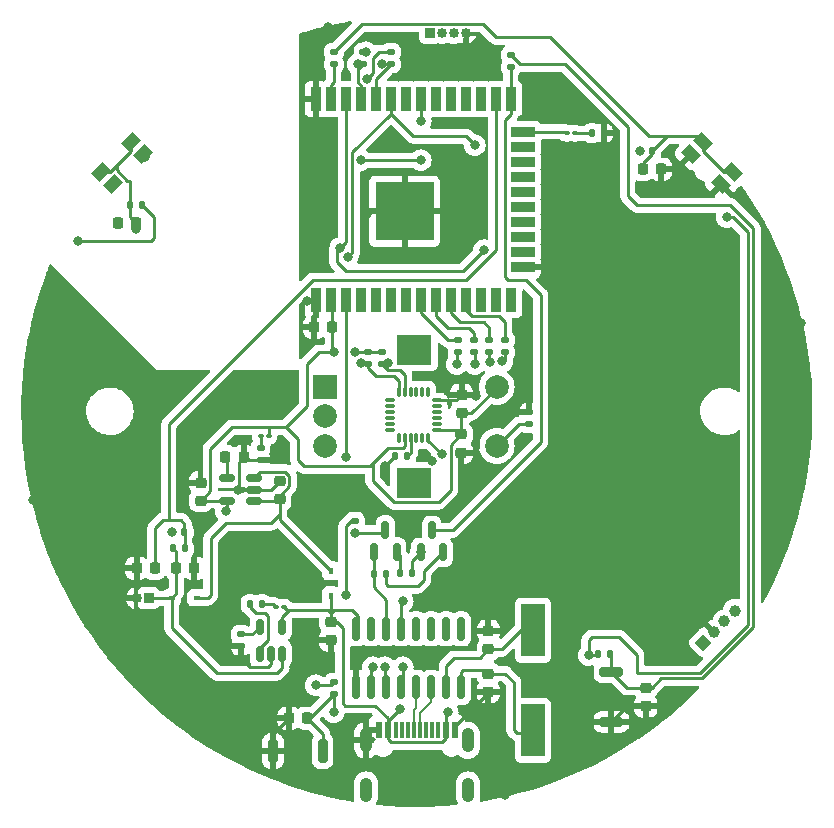
<source format=gbr>
%TF.GenerationSoftware,KiCad,Pcbnew,(6.0.0-0)*%
%TF.CreationDate,2022-03-19T01:27:05+08:00*%
%TF.ProjectId,PCB,5043422e-6b69-4636-9164-5f7063625858,rev?*%
%TF.SameCoordinates,Original*%
%TF.FileFunction,Copper,L1,Top*%
%TF.FilePolarity,Positive*%
%FSLAX46Y46*%
G04 Gerber Fmt 4.6, Leading zero omitted, Abs format (unit mm)*
G04 Created by KiCad (PCBNEW (6.0.0-0)) date 2022-03-19 01:27:05*
%MOMM*%
%LPD*%
G01*
G04 APERTURE LIST*
G04 Aperture macros list*
%AMRoundRect*
0 Rectangle with rounded corners*
0 $1 Rounding radius*
0 $2 $3 $4 $5 $6 $7 $8 $9 X,Y pos of 4 corners*
0 Add a 4 corners polygon primitive as box body*
4,1,4,$2,$3,$4,$5,$6,$7,$8,$9,$2,$3,0*
0 Add four circle primitives for the rounded corners*
1,1,$1+$1,$2,$3*
1,1,$1+$1,$4,$5*
1,1,$1+$1,$6,$7*
1,1,$1+$1,$8,$9*
0 Add four rect primitives between the rounded corners*
20,1,$1+$1,$2,$3,$4,$5,0*
20,1,$1+$1,$4,$5,$6,$7,0*
20,1,$1+$1,$6,$7,$8,$9,0*
20,1,$1+$1,$8,$9,$2,$3,0*%
%AMHorizOval*
0 Thick line with rounded ends*
0 $1 width*
0 $2 $3 position (X,Y) of the first rounded end (center of the circle)*
0 $4 $5 position (X,Y) of the second rounded end (center of the circle)*
0 Add line between two ends*
20,1,$1,$2,$3,$4,$5,0*
0 Add two circle primitives to create the rounded ends*
1,1,$1,$2,$3*
1,1,$1,$4,$5*%
%AMRotRect*
0 Rectangle, with rotation*
0 The origin of the aperture is its center*
0 $1 length*
0 $2 width*
0 $3 Rotation angle, in degrees counterclockwise*
0 Add horizontal line*
21,1,$1,$2,0,0,$3*%
G04 Aperture macros list end*
%TA.AperFunction,SMDPad,CuDef*%
%ADD10R,5.000000X5.000000*%
%TD*%
%TA.AperFunction,SMDPad,CuDef*%
%ADD11R,0.900000X2.000000*%
%TD*%
%TA.AperFunction,SMDPad,CuDef*%
%ADD12R,2.000000X0.900000*%
%TD*%
%TA.AperFunction,SMDPad,CuDef*%
%ADD13RoundRect,0.225000X-0.250000X0.225000X-0.250000X-0.225000X0.250000X-0.225000X0.250000X0.225000X0*%
%TD*%
%TA.AperFunction,SMDPad,CuDef*%
%ADD14RoundRect,0.135000X0.135000X0.185000X-0.135000X0.185000X-0.135000X-0.185000X0.135000X-0.185000X0*%
%TD*%
%TA.AperFunction,SMDPad,CuDef*%
%ADD15RoundRect,0.225000X0.250000X-0.225000X0.250000X0.225000X-0.250000X0.225000X-0.250000X-0.225000X0*%
%TD*%
%TA.AperFunction,SMDPad,CuDef*%
%ADD16RotRect,1.400000X1.050000X135.000000*%
%TD*%
%TA.AperFunction,SMDPad,CuDef*%
%ADD17RoundRect,0.225000X0.225000X0.250000X-0.225000X0.250000X-0.225000X-0.250000X0.225000X-0.250000X0*%
%TD*%
%TA.AperFunction,SMDPad,CuDef*%
%ADD18RoundRect,0.135000X-0.185000X0.135000X-0.185000X-0.135000X0.185000X-0.135000X0.185000X0.135000X0*%
%TD*%
%TA.AperFunction,SMDPad,CuDef*%
%ADD19RoundRect,0.100000X0.130000X0.100000X-0.130000X0.100000X-0.130000X-0.100000X0.130000X-0.100000X0*%
%TD*%
%TA.AperFunction,SMDPad,CuDef*%
%ADD20RoundRect,0.135000X0.185000X-0.135000X0.185000X0.135000X-0.185000X0.135000X-0.185000X-0.135000X0*%
%TD*%
%TA.AperFunction,SMDPad,CuDef*%
%ADD21RotRect,1.400000X1.050000X225.000000*%
%TD*%
%TA.AperFunction,SMDPad,CuDef*%
%ADD22RoundRect,0.150000X0.150000X-0.512500X0.150000X0.512500X-0.150000X0.512500X-0.150000X-0.512500X0*%
%TD*%
%TA.AperFunction,SMDPad,CuDef*%
%ADD23R,2.000000X4.500000*%
%TD*%
%TA.AperFunction,ComponentPad*%
%ADD24R,2.000000X2.000000*%
%TD*%
%TA.AperFunction,ComponentPad*%
%ADD25C,2.000000*%
%TD*%
%TA.AperFunction,ComponentPad*%
%ADD26R,3.000000X2.500000*%
%TD*%
%TA.AperFunction,SMDPad,CuDef*%
%ADD27RoundRect,0.225000X-0.225000X-0.250000X0.225000X-0.250000X0.225000X0.250000X-0.225000X0.250000X0*%
%TD*%
%TA.AperFunction,SMDPad,CuDef*%
%ADD28RoundRect,0.200000X0.800000X-0.200000X0.800000X0.200000X-0.800000X0.200000X-0.800000X-0.200000X0*%
%TD*%
%TA.AperFunction,SMDPad,CuDef*%
%ADD29RoundRect,0.100000X-0.130000X-0.100000X0.130000X-0.100000X0.130000X0.100000X-0.130000X0.100000X0*%
%TD*%
%TA.AperFunction,SMDPad,CuDef*%
%ADD30RoundRect,0.135000X-0.135000X-0.185000X0.135000X-0.185000X0.135000X0.185000X-0.135000X0.185000X0*%
%TD*%
%TA.AperFunction,ComponentPad*%
%ADD31O,1.050000X2.100000*%
%TD*%
%TA.AperFunction,SMDPad,CuDef*%
%ADD32R,0.300000X1.450000*%
%TD*%
%TA.AperFunction,SMDPad,CuDef*%
%ADD33R,0.600000X1.450000*%
%TD*%
%TA.AperFunction,SMDPad,CuDef*%
%ADD34RoundRect,0.150000X0.150000X-0.587500X0.150000X0.587500X-0.150000X0.587500X-0.150000X-0.587500X0*%
%TD*%
%TA.AperFunction,SMDPad,CuDef*%
%ADD35RoundRect,0.075000X0.075000X-0.350000X0.075000X0.350000X-0.075000X0.350000X-0.075000X-0.350000X0*%
%TD*%
%TA.AperFunction,SMDPad,CuDef*%
%ADD36RoundRect,0.075000X-0.350000X-0.075000X0.350000X-0.075000X0.350000X0.075000X-0.350000X0.075000X0*%
%TD*%
%TA.AperFunction,SMDPad,CuDef*%
%ADD37RoundRect,0.150000X0.512500X0.150000X-0.512500X0.150000X-0.512500X-0.150000X0.512500X-0.150000X0*%
%TD*%
%TA.AperFunction,ComponentPad*%
%ADD38O,0.850000X0.850000*%
%TD*%
%TA.AperFunction,ComponentPad*%
%ADD39R,0.850000X0.850000*%
%TD*%
%TA.AperFunction,SMDPad,CuDef*%
%ADD40R,0.450000X0.600000*%
%TD*%
%TA.AperFunction,SMDPad,CuDef*%
%ADD41RoundRect,0.150000X0.150000X-0.825000X0.150000X0.825000X-0.150000X0.825000X-0.150000X-0.825000X0*%
%TD*%
%TA.AperFunction,SMDPad,CuDef*%
%ADD42RoundRect,0.200000X-0.200000X-0.800000X0.200000X-0.800000X0.200000X0.800000X-0.200000X0.800000X0*%
%TD*%
%TA.AperFunction,SMDPad,CuDef*%
%ADD43R,0.600000X0.450000*%
%TD*%
%TA.AperFunction,ComponentPad*%
%ADD44HorizOval,1.000000X0.000000X0.000000X0.000000X0.000000X0*%
%TD*%
%TA.AperFunction,ComponentPad*%
%ADD45RotRect,1.000000X1.000000X135.000000*%
%TD*%
%TA.AperFunction,ViaPad*%
%ADD46C,0.800000*%
%TD*%
%TA.AperFunction,Conductor*%
%ADD47C,0.250000*%
%TD*%
%TA.AperFunction,Conductor*%
%ADD48C,0.200000*%
%TD*%
G04 APERTURE END LIST*
D10*
%TO.P,U4,39,GND*%
%TO.N,GND*%
X98955000Y-83070000D03*
D11*
%TO.P,U4,38,GND*%
X91455000Y-73570000D03*
%TO.P,U4,37,IO23*%
%TO.N,/BT1*%
X92725000Y-73570000D03*
%TO.P,U4,36,IO22*%
%TO.N,/LCD_SCL*%
X93995000Y-73570000D03*
%TO.P,U4,35,TXD0/IO1*%
%TO.N,/UART_TX*%
X95265000Y-73570000D03*
%TO.P,U4,34,RXD0/IO3*%
%TO.N,/UART_RX*%
X96535000Y-73570000D03*
%TO.P,U4,33,IO21*%
%TO.N,/LCD_SDA*%
X97805000Y-73570000D03*
%TO.P,U4,32,NC*%
%TO.N,unconnected-(U4-Pad32)*%
X99075000Y-73570000D03*
%TO.P,U4,31,IO19*%
%TO.N,/MPU_INT*%
X100345000Y-73570000D03*
%TO.P,U4,30,IO18*%
%TO.N,unconnected-(U4-Pad30)*%
X101615000Y-73570000D03*
%TO.P,U4,29,IO5*%
%TO.N,unconnected-(U4-Pad29)*%
X102885000Y-73570000D03*
%TO.P,U4,28,IO17*%
%TO.N,unconnected-(U4-Pad28)*%
X104155000Y-73570000D03*
%TO.P,U4,27,IO16*%
%TO.N,unconnected-(U4-Pad27)*%
X105425000Y-73570000D03*
%TO.P,U4,26,IO4*%
%TO.N,/ADC0*%
X106695000Y-73570000D03*
%TO.P,U4,25,IO0*%
%TO.N,/ESP32_IO0*%
X107965000Y-73570000D03*
D12*
%TO.P,U4,24,IO2*%
%TO.N,/ESP32_IO2*%
X108965000Y-76355000D03*
%TO.P,U4,23,IO15*%
%TO.N,unconnected-(U4-Pad23)*%
X108965000Y-77625000D03*
%TO.P,U4,22,SDI/SD1*%
%TO.N,unconnected-(U4-Pad22)*%
X108965000Y-78895000D03*
%TO.P,U4,21,SDO/SD0*%
%TO.N,unconnected-(U4-Pad21)*%
X108965000Y-80165000D03*
%TO.P,U4,20,SCK/CLK*%
%TO.N,unconnected-(U4-Pad20)*%
X108965000Y-81435000D03*
%TO.P,U4,19,SCS/CMD*%
%TO.N,unconnected-(U4-Pad19)*%
X108965000Y-82705000D03*
%TO.P,U4,18,SWP/SD3*%
%TO.N,unconnected-(U4-Pad18)*%
X108965000Y-83975000D03*
%TO.P,U4,17,SHD/SD2*%
%TO.N,unconnected-(U4-Pad17)*%
X108965000Y-85245000D03*
%TO.P,U4,16,IO13*%
%TO.N,unconnected-(U4-Pad16)*%
X108965000Y-86515000D03*
%TO.P,U4,15,GND*%
%TO.N,GND*%
X108965000Y-87785000D03*
D11*
%TO.P,U4,14,IO12*%
%TO.N,unconnected-(U4-Pad14)*%
X107965000Y-90570000D03*
%TO.P,U4,13,IO14*%
%TO.N,unconnected-(U4-Pad13)*%
X106695000Y-90570000D03*
%TO.P,U4,12,IO27*%
%TO.N,unconnected-(U4-Pad12)*%
X105425000Y-90570000D03*
%TO.P,U4,11,IO26*%
%TO.N,/BT2*%
X104155000Y-90570000D03*
%TO.P,U4,10,IO25*%
%TO.N,/ENCODER_B*%
X102885000Y-90570000D03*
%TO.P,U4,9,IO33*%
%TO.N,/ENCODER_A*%
X101615000Y-90570000D03*
%TO.P,U4,8,IO32*%
%TO.N,/ENCODER_C*%
X100345000Y-90570000D03*
%TO.P,U4,7,IO35*%
%TO.N,unconnected-(U4-Pad7)*%
X99075000Y-90570000D03*
%TO.P,U4,6,IO34*%
%TO.N,unconnected-(U4-Pad6)*%
X97805000Y-90570000D03*
%TO.P,U4,5,SENSOR_VN*%
%TO.N,unconnected-(U4-Pad5)*%
X96535000Y-90570000D03*
%TO.P,U4,4,SENSOR_VP*%
%TO.N,unconnected-(U4-Pad4)*%
X95265000Y-90570000D03*
%TO.P,U4,3,EN*%
%TO.N,/ESP32_EN*%
X93995000Y-90570000D03*
%TO.P,U4,2,VDD*%
%TO.N,+3V3*%
X92725000Y-90570000D03*
%TO.P,U4,1,GND*%
%TO.N,GND*%
X91455000Y-90570000D03*
%TD*%
D13*
%TO.P,C7,2*%
%TO.N,GND*%
X103760000Y-103505000D03*
%TO.P,C7,1*%
%TO.N,+3V3*%
X103760000Y-101955000D03*
%TD*%
D14*
%TO.P,R2,2*%
%TO.N,/RTS*%
X96340000Y-113742500D03*
%TO.P,R2,1*%
%TO.N,Net-(Q1-Pad2)*%
X97360000Y-113742500D03*
%TD*%
D15*
%TO.P,C15,2*%
%TO.N,GND*%
X103780000Y-98615000D03*
%TO.P,C15,1*%
%TO.N,+3V3*%
X103780000Y-100165000D03*
%TD*%
D14*
%TO.P,R1,2*%
%TO.N,Net-(Q2-Pad2)*%
X98550000Y-113712500D03*
%TO.P,R1,1*%
%TO.N,/DTR*%
X99570000Y-113712500D03*
%TD*%
D15*
%TO.P,C2,2*%
%TO.N,GND*%
X88392000Y-105905000D03*
%TO.P,C2,1*%
%TO.N,Net-(C2-Pad1)*%
X88392000Y-107455000D03*
%TD*%
D16*
%TO.P,SW4,2,2*%
%TO.N,Net-(C12-Pad2)*%
X124236325Y-77218091D03*
X126781909Y-79763675D03*
%TO.P,SW4,1,1*%
%TO.N,GND*%
X125763675Y-80781909D03*
X123218091Y-78236325D03*
%TD*%
D17*
%TO.P,C9,2*%
%TO.N,GND*%
X76265000Y-113284000D03*
%TO.P,C9,1*%
%TO.N,/ADC0*%
X77815000Y-113284000D03*
%TD*%
D14*
%TO.P,R14,2*%
%TO.N,/Li_BAT*%
X79310000Y-111610000D03*
%TO.P,R14,1*%
%TO.N,/ADC0*%
X80330000Y-111610000D03*
%TD*%
D18*
%TO.P,R4,2*%
%TO.N,/UART_TX*%
X95474000Y-70604000D03*
%TO.P,R4,1*%
%TO.N,Net-(R4-Pad1)*%
X95474000Y-69584000D03*
%TD*%
D19*
%TO.P,D3,2,A*%
%TO.N,/ESP32_IO2*%
X112710000Y-76454000D03*
%TO.P,D3,1,K*%
%TO.N,Net-(D3-Pad1)*%
X113350000Y-76454000D03*
%TD*%
D17*
%TO.P,C12,2*%
%TO.N,Net-(C12-Pad2)*%
X119113000Y-79502000D03*
%TO.P,C12,1*%
%TO.N,GND*%
X120663000Y-79502000D03*
%TD*%
D20*
%TO.P,R11,2*%
%TO.N,Net-(C10-Pad2)*%
X107950000Y-69848000D03*
%TO.P,R11,1*%
%TO.N,/ESP32_IO0*%
X107950000Y-70868000D03*
%TD*%
D21*
%TO.P,SW5,2,2*%
%TO.N,Net-(C14-Pad2)*%
X75763675Y-77218091D03*
X73218091Y-79763675D03*
%TO.P,SW5,1,1*%
%TO.N,GND*%
X76781909Y-78236325D03*
X74236325Y-80781909D03*
%TD*%
D14*
%TO.P,R25,2*%
%TO.N,Net-(C14-Pad2)*%
X75690000Y-82550000D03*
%TO.P,R25,1*%
%TO.N,+3V3*%
X76710000Y-82550000D03*
%TD*%
D22*
%TO.P,U3,5,PROG*%
%TO.N,Net-(R7-Pad1)*%
X86680000Y-118242500D03*
%TO.P,U3,4,VDD*%
%TO.N,+5V*%
X88580000Y-118242500D03*
%TO.P,U3,3,VBAT*%
%TO.N,/Li_BAT*%
X88580000Y-120517500D03*
%TO.P,U3,2,VSS*%
%TO.N,GND*%
X87630000Y-120517500D03*
%TO.P,U3,1,STAT*%
%TO.N,Net-(R8-Pad1)*%
X86680000Y-120517500D03*
%TD*%
D23*
%TO.P,Y1,2,2*%
%TO.N,Net-(C3-Pad1)*%
X109820000Y-127030000D03*
%TO.P,Y1,1,1*%
%TO.N,Net-(C1-Pad1)*%
X109820000Y-118530000D03*
%TD*%
D24*
%TO.P,SW3,A,A*%
%TO.N,Net-(R15-Pad2)*%
X92260000Y-97940000D03*
D25*
%TO.P,SW3,B,B*%
%TO.N,Net-(R17-Pad2)*%
X92260000Y-102940000D03*
%TO.P,SW3,C,C*%
%TO.N,Net-(R16-Pad2)*%
X92260000Y-100440000D03*
D26*
%TO.P,SW3,MP*%
%TO.N,N/C*%
X99760000Y-106040000D03*
X99760000Y-94840000D03*
D25*
%TO.P,SW3,S1,S1*%
%TO.N,+3V3*%
X106760000Y-97940000D03*
%TO.P,SW3,S2,S2*%
%TO.N,Net-(R20-Pad1)*%
X106760000Y-102940000D03*
%TD*%
D27*
%TO.P,C4,2*%
%TO.N,GND*%
X85325000Y-103840000D03*
%TO.P,C4,1*%
%TO.N,Net-(C4-Pad1)*%
X83775000Y-103840000D03*
%TD*%
D14*
%TO.P,R12,2*%
%TO.N,GND*%
X79290000Y-110236000D03*
%TO.P,R12,1*%
%TO.N,/ADC0*%
X80310000Y-110236000D03*
%TD*%
D28*
%TO.P,SW1,2,2*%
%TO.N,Net-(C10-Pad2)*%
X116470000Y-122094000D03*
%TO.P,SW1,1,1*%
%TO.N,GND*%
X116470000Y-126294000D03*
%TD*%
D15*
%TO.P,C10,2*%
%TO.N,Net-(C10-Pad2)*%
X119380000Y-123431000D03*
%TO.P,C10,1*%
%TO.N,GND*%
X119380000Y-124981000D03*
%TD*%
D20*
%TO.P,R22,1*%
%TO.N,/BT1*%
X92964000Y-70614000D03*
%TO.P,R22,2*%
%TO.N,Net-(C12-Pad2)*%
X92964000Y-69594000D03*
%TD*%
D17*
%TO.P,C13,2*%
%TO.N,GND*%
X91295000Y-92880000D03*
%TO.P,C13,1*%
%TO.N,+3V3*%
X92845000Y-92880000D03*
%TD*%
D29*
%TO.P,D4,2,A*%
%TO.N,+3V3*%
X87442000Y-102108000D03*
%TO.P,D4,1,K*%
%TO.N,Net-(D4-Pad1)*%
X86802000Y-102108000D03*
%TD*%
D18*
%TO.P,R15,2*%
%TO.N,Net-(R15-Pad2)*%
X104802000Y-94998000D03*
%TO.P,R15,1*%
%TO.N,/ENCODER_A*%
X104802000Y-93978000D03*
%TD*%
%TO.P,R16,2*%
%TO.N,Net-(R16-Pad2)*%
X106122000Y-94998000D03*
%TO.P,R16,1*%
%TO.N,/ENCODER_B*%
X106122000Y-93978000D03*
%TD*%
%TO.P,R3,2*%
%TO.N,/UART_RX*%
X97790000Y-70614000D03*
%TO.P,R3,1*%
%TO.N,Net-(R3-Pad1)*%
X97790000Y-69594000D03*
%TD*%
D15*
%TO.P,C1,2*%
%TO.N,GND*%
X106060000Y-118605000D03*
%TO.P,C1,1*%
%TO.N,Net-(C1-Pad1)*%
X106060000Y-120155000D03*
%TD*%
D30*
%TO.P,R13,2*%
%TO.N,Net-(C10-Pad2)*%
X116334000Y-120514000D03*
%TO.P,R13,1*%
%TO.N,+3V3*%
X115314000Y-120514000D03*
%TD*%
D31*
%TO.P,P1,S4*%
%TO.N,N/C*%
X104320000Y-132050000D03*
%TO.P,P1,S3*%
X95680000Y-132050000D03*
%TO.P,P1,S2*%
X104320000Y-127870000D03*
%TO.P,P1,S1,SHIELD*%
%TO.N,GND*%
X95680000Y-127870000D03*
D32*
%TO.P,P1,B8,SBU2*%
%TO.N,unconnected-(P1-PadB8)*%
X98250000Y-126955000D03*
%TO.P,P1,B7*%
%TO.N,N/C*%
X99250000Y-126955000D03*
%TO.P,P1,B6*%
X100750000Y-126955000D03*
%TO.P,P1,B5,VCONN*%
%TO.N,unconnected-(P1-PadB5)*%
X101750000Y-126955000D03*
D33*
%TO.P,P1,B4,VBUS*%
%TO.N,+5V*%
X102450000Y-126955000D03*
%TO.P,P1,B1,GND*%
%TO.N,GND*%
X103250000Y-126955000D03*
D32*
%TO.P,P1,A8,SBU1*%
%TO.N,unconnected-(P1-PadA8)*%
X101250000Y-126955000D03*
%TO.P,P1,A7,D-*%
%TO.N,/USB_D-*%
X100250000Y-126955000D03*
%TO.P,P1,A6,D+*%
%TO.N,/USB_D+*%
X99750000Y-126955000D03*
%TO.P,P1,A5,CC*%
%TO.N,unconnected-(P1-PadA5)*%
X98750000Y-126955000D03*
D33*
%TO.P,P1,A4,VBUS*%
%TO.N,+5V*%
X97550000Y-126955000D03*
%TO.P,P1,A1,GND*%
%TO.N,GND*%
X96750000Y-126955000D03*
%TD*%
D18*
%TO.P,R10,2*%
%TO.N,/LCD_SCL*%
X97028000Y-96014000D03*
%TO.P,R10,1*%
%TO.N,+3V3*%
X97028000Y-94994000D03*
%TD*%
D34*
%TO.P,Q2,3,C*%
%TO.N,/ESP32_EN*%
X97330000Y-110045000D03*
%TO.P,Q2,2,B*%
%TO.N,Net-(Q2-Pad2)*%
X98280000Y-111920000D03*
%TO.P,Q2,1,E*%
%TO.N,/RTS*%
X96380000Y-111920000D03*
%TD*%
D35*
%TO.P,U5,24,SDA*%
%TO.N,/LCD_SDA*%
X98460000Y-98380000D03*
%TO.P,U5,23,SCL*%
%TO.N,/LCD_SCL*%
X98960000Y-98380000D03*
%TO.P,U5,22*%
%TO.N,N/C*%
X99460000Y-98380000D03*
%TO.P,U5,21*%
X99960000Y-98380000D03*
%TO.P,U5,20,CPOUT*%
%TO.N,unconnected-(U5-Pad20)*%
X100460000Y-98380000D03*
%TO.P,U5,19*%
%TO.N,N/C*%
X100960000Y-98380000D03*
D36*
%TO.P,U5,18,GND*%
%TO.N,GND*%
X101660000Y-99080000D03*
%TO.P,U5,17*%
%TO.N,N/C*%
X101660000Y-99580000D03*
%TO.P,U5,16*%
X101660000Y-100080000D03*
%TO.P,U5,15*%
X101660000Y-100580000D03*
%TO.P,U5,14*%
X101660000Y-101080000D03*
%TO.P,U5,13,VDD*%
%TO.N,+3V3*%
X101660000Y-101580000D03*
D35*
%TO.P,U5,12,INT*%
%TO.N,/MPU_INT*%
X100960000Y-102280000D03*
%TO.P,U5,11,FSYNC*%
%TO.N,unconnected-(U5-Pad11)*%
X100460000Y-102280000D03*
%TO.P,U5,10,REGOUT*%
%TO.N,unconnected-(U5-Pad10)*%
X99960000Y-102280000D03*
%TO.P,U5,9,AD0*%
%TO.N,Net-(R21-Pad1)*%
X99460000Y-102280000D03*
%TO.P,U5,8,VDDIO*%
%TO.N,+3V3*%
X98960000Y-102280000D03*
%TO.P,U5,7,AUX_SCL*%
%TO.N,unconnected-(U5-Pad7)*%
X98460000Y-102280000D03*
D36*
%TO.P,U5,6,AUX_SDA*%
%TO.N,unconnected-(U5-Pad6)*%
X97760000Y-101580000D03*
%TO.P,U5,5*%
%TO.N,N/C*%
X97760000Y-101080000D03*
%TO.P,U5,4*%
X97760000Y-100580000D03*
%TO.P,U5,3*%
X97760000Y-100080000D03*
%TO.P,U5,2*%
X97760000Y-99580000D03*
%TO.P,U5,1,CLKIN*%
%TO.N,unconnected-(U5-Pad1)*%
X97760000Y-99080000D03*
%TD*%
D18*
%TO.P,R19,2*%
%TO.N,Net-(C11-Pad2)*%
X92964000Y-123954000D03*
%TO.P,R19,1*%
%TO.N,+3V3*%
X92964000Y-122934000D03*
%TD*%
D30*
%TO.P,R23,2*%
%TO.N,Net-(C12-Pad2)*%
X119888000Y-77978000D03*
%TO.P,R23,1*%
%TO.N,+3V3*%
X118868000Y-77978000D03*
%TD*%
D29*
%TO.P,D5,2,A*%
%TO.N,+5V*%
X88712000Y-116586000D03*
%TO.P,D5,1,K*%
%TO.N,Net-(D5-Pad1)*%
X88072000Y-116586000D03*
%TD*%
D30*
%TO.P,R8,2*%
%TO.N,Net-(D5-Pad1)*%
X86870000Y-116332000D03*
%TO.P,R8,1*%
%TO.N,Net-(R8-Pad1)*%
X85850000Y-116332000D03*
%TD*%
D20*
%TO.P,R20,2*%
%TO.N,GND*%
X109474000Y-100074000D03*
%TO.P,R20,1*%
%TO.N,Net-(R20-Pad1)*%
X109474000Y-101094000D03*
%TD*%
D18*
%TO.P,R9,2*%
%TO.N,/LCD_SDA*%
X95850000Y-96010000D03*
%TO.P,R9,1*%
%TO.N,+3V3*%
X95850000Y-94990000D03*
%TD*%
D37*
%TO.P,U1,5,OUT*%
%TO.N,+3V3*%
X83912500Y-107590000D03*
%TO.P,U1,4,BP*%
%TO.N,Net-(C4-Pad1)*%
X83912500Y-105690000D03*
%TO.P,U1,3,EN*%
%TO.N,Net-(C2-Pad1)*%
X86187500Y-105690000D03*
%TO.P,U1,2,GND*%
%TO.N,GND*%
X86187500Y-106640000D03*
%TO.P,U1,1,IN*%
%TO.N,Net-(C2-Pad1)*%
X86187500Y-107590000D03*
%TD*%
D38*
%TO.P,J2,2,Pin_2*%
%TO.N,GND*%
X76290000Y-115815000D03*
D39*
%TO.P,J2,1,Pin_1*%
%TO.N,/Li_BAT*%
X77290000Y-115815000D03*
%TD*%
D34*
%TO.P,Q1,3,C*%
%TO.N,/ESP32_IO0*%
X101260000Y-110075000D03*
%TO.P,Q1,2,B*%
%TO.N,Net-(Q1-Pad2)*%
X102210000Y-111950000D03*
%TO.P,Q1,1,E*%
%TO.N,/DTR*%
X100310000Y-111950000D03*
%TD*%
D20*
%TO.P,R18,2*%
%TO.N,Net-(C11-Pad2)*%
X94760000Y-109272500D03*
%TO.P,R18,1*%
%TO.N,/ESP32_EN*%
X94760000Y-110292500D03*
%TD*%
D27*
%TO.P,C8,2*%
%TO.N,GND*%
X81165000Y-113284000D03*
%TO.P,C8,1*%
%TO.N,/Li_BAT*%
X79615000Y-113284000D03*
%TD*%
D15*
%TO.P,C5,2*%
%TO.N,GND*%
X81690000Y-106035000D03*
%TO.P,C5,1*%
%TO.N,+3V3*%
X81690000Y-107585000D03*
%TD*%
D40*
%TO.P,D1,2,A*%
%TO.N,+5V*%
X92710000Y-115604000D03*
%TO.P,D1,1,K*%
%TO.N,Net-(C2-Pad1)*%
X92710000Y-113504000D03*
%TD*%
D18*
%TO.P,R24,2*%
%TO.N,Net-(C14-Pad2)*%
X107442000Y-94998000D03*
%TO.P,R24,1*%
%TO.N,/BT2*%
X107442000Y-93978000D03*
%TD*%
D13*
%TO.P,C6,2*%
%TO.N,GND*%
X92710000Y-119393000D03*
%TO.P,C6,1*%
%TO.N,+5V*%
X92710000Y-117843000D03*
%TD*%
D14*
%TO.P,R21,2*%
%TO.N,GND*%
X98130000Y-103820000D03*
%TO.P,R21,1*%
%TO.N,Net-(R21-Pad1)*%
X99150000Y-103820000D03*
%TD*%
D41*
%TO.P,U2,16,VCC*%
%TO.N,+5V*%
X94869000Y-118429000D03*
%TO.P,U2,15,R232*%
%TO.N,unconnected-(U2-Pad15)*%
X96139000Y-118429000D03*
%TO.P,U2,14,~{RTS}*%
%TO.N,/RTS*%
X97409000Y-118429000D03*
%TO.P,U2,13,~{DTR}*%
%TO.N,/DTR*%
X98679000Y-118429000D03*
%TO.P,U2,12,~{DCD}*%
%TO.N,unconnected-(U2-Pad12)*%
X99949000Y-118429000D03*
%TO.P,U2,11,~{RI}*%
%TO.N,unconnected-(U2-Pad11)*%
X101219000Y-118429000D03*
%TO.P,U2,10,~{DSR}*%
%TO.N,unconnected-(U2-Pad10)*%
X102489000Y-118429000D03*
%TO.P,U2,9,~{CTS}*%
%TO.N,unconnected-(U2-Pad9)*%
X103759000Y-118429000D03*
%TO.P,U2,8,XO*%
%TO.N,Net-(C3-Pad1)*%
X103759000Y-123379000D03*
%TO.P,U2,7,XI*%
%TO.N,Net-(C1-Pad1)*%
X102489000Y-123379000D03*
%TO.P,U2,6,UD-*%
%TO.N,/USB_D-*%
X101219000Y-123379000D03*
%TO.P,U2,5,UD+*%
%TO.N,/USB_D+*%
X99949000Y-123379000D03*
%TO.P,U2,4,V3*%
%TO.N,+3V3*%
X98679000Y-123379000D03*
%TO.P,U2,3,RXD*%
%TO.N,Net-(R4-Pad1)*%
X97409000Y-123379000D03*
%TO.P,U2,2,TXD*%
%TO.N,Net-(R3-Pad1)*%
X96139000Y-123379000D03*
%TO.P,U2,1,GND*%
%TO.N,GND*%
X94869000Y-123379000D03*
%TD*%
D13*
%TO.P,C3,2*%
%TO.N,GND*%
X106040000Y-123765000D03*
%TO.P,C3,1*%
%TO.N,Net-(C3-Pad1)*%
X106040000Y-122215000D03*
%TD*%
D27*
%TO.P,C14,2*%
%TO.N,Net-(C14-Pad2)*%
X76213000Y-84074000D03*
%TO.P,C14,1*%
%TO.N,GND*%
X74663000Y-84074000D03*
%TD*%
D42*
%TO.P,SW2,2,2*%
%TO.N,Net-(C11-Pad2)*%
X92016000Y-128778000D03*
%TO.P,SW2,1,1*%
%TO.N,GND*%
X87816000Y-128778000D03*
%TD*%
D43*
%TO.P,D2,2,A*%
%TO.N,/Li_BAT*%
X79240000Y-115780000D03*
%TO.P,D2,1,K*%
%TO.N,Net-(C2-Pad1)*%
X81340000Y-115780000D03*
%TD*%
D18*
%TO.P,R6,2*%
%TO.N,GND*%
X86760000Y-104142000D03*
%TO.P,R6,1*%
%TO.N,Net-(D4-Pad1)*%
X86760000Y-103122000D03*
%TD*%
%TO.P,R17,2*%
%TO.N,Net-(R17-Pad2)*%
X103452000Y-94998000D03*
%TO.P,R17,1*%
%TO.N,/ENCODER_C*%
X103452000Y-93978000D03*
%TD*%
D30*
%TO.P,R5,2*%
%TO.N,GND*%
X115826000Y-76454000D03*
%TO.P,R5,1*%
%TO.N,Net-(D3-Pad1)*%
X114806000Y-76454000D03*
%TD*%
D44*
%TO.P,LCD1,4,Pin_4*%
%TO.N,/LCD_SDA*%
X126920574Y-116889426D03*
%TO.P,LCD1,3,Pin_3*%
%TO.N,/LCD_SCL*%
X126022548Y-117787452D03*
%TO.P,LCD1,2,Pin_2*%
%TO.N,GND*%
X125124523Y-118685477D03*
D45*
%TO.P,LCD1,1,Pin_1*%
%TO.N,+3V3*%
X124226497Y-119583503D03*
%TD*%
D18*
%TO.P,R7,2*%
%TO.N,GND*%
X85090000Y-119892000D03*
%TO.P,R7,1*%
%TO.N,Net-(R7-Pad1)*%
X85090000Y-118872000D03*
%TD*%
D27*
%TO.P,C11,2*%
%TO.N,Net-(C11-Pad2)*%
X90704000Y-125984000D03*
%TO.P,C11,1*%
%TO.N,GND*%
X89154000Y-125984000D03*
%TD*%
D38*
%TO.P,J1,4,Pin_4*%
%TO.N,GND*%
X104116000Y-67967000D03*
%TO.P,J1,3,Pin_3*%
%TO.N,/UART_TX*%
X103116000Y-67967000D03*
%TO.P,J1,2,Pin_2*%
%TO.N,/UART_RX*%
X102116000Y-67967000D03*
D39*
%TO.P,J1,1,Pin_1*%
%TO.N,+5V*%
X101116000Y-67967000D03*
%TD*%
D46*
%TO.N,GND*%
X91500000Y-87000000D03*
X74663000Y-84074000D03*
X74236325Y-80781909D03*
X77000000Y-78500000D03*
X107500000Y-132500000D03*
X92500000Y-67500000D03*
X130000000Y-110000000D03*
X130000000Y-87500000D03*
X132500000Y-92500000D03*
X132500000Y-97500000D03*
X132500000Y-102500000D03*
X125000000Y-102500000D03*
X72500000Y-105000000D03*
X75000000Y-105000000D03*
X77500000Y-105000000D03*
X82500000Y-100000000D03*
X100000000Y-130000000D03*
X85000000Y-112500000D03*
X87500000Y-112500000D03*
X92500000Y-110000000D03*
X105000000Y-110000000D03*
X112500000Y-72500000D03*
X102500000Y-80000000D03*
X105000000Y-82500000D03*
X92500000Y-82500000D03*
X92500000Y-77500000D03*
X87500000Y-97500000D03*
X85000000Y-97500000D03*
X77500000Y-97500000D03*
X75000000Y-97500000D03*
X72500000Y-97500000D03*
X67500000Y-97500000D03*
X67500000Y-100000000D03*
X67500000Y-105000000D03*
X67500000Y-102500000D03*
X67500000Y-107500000D03*
X70000000Y-110000000D03*
X70000000Y-112500000D03*
X72500000Y-115000000D03*
X77500000Y-122500000D03*
X80000000Y-122500000D03*
X82500000Y-125000000D03*
X85000000Y-125000000D03*
X107500000Y-130000000D03*
X115000000Y-127500000D03*
X112500000Y-115000000D03*
X120000000Y-115000000D03*
X117500000Y-115000000D03*
X115000000Y-115000000D03*
X115000000Y-112500000D03*
X115000000Y-110000000D03*
X115000000Y-107500000D03*
X115000000Y-105000000D03*
X115000000Y-102500000D03*
X115000000Y-100000000D03*
X115000000Y-97500000D03*
X122500000Y-107500000D03*
X122500000Y-105000000D03*
X122500000Y-102500000D03*
X122500000Y-97500000D03*
X122500000Y-100000000D03*
X122500000Y-95000000D03*
X122500000Y-92500000D03*
X122500000Y-90000000D03*
X125000000Y-90000000D03*
X120000000Y-90000000D03*
X115000000Y-87500000D03*
X117500000Y-87500000D03*
X120000000Y-87500000D03*
X122500000Y-87500000D03*
X125000000Y-87500000D03*
X125000000Y-85000000D03*
X122500000Y-85000000D03*
X120000000Y-85000000D03*
X120000000Y-85000000D03*
X117500000Y-85000000D03*
X115000000Y-85000000D03*
X112500000Y-85000000D03*
X112500000Y-82500000D03*
X115000000Y-82500000D03*
X115000000Y-80000000D03*
X112500000Y-80000000D03*
%TO.N,/MPU_INT*%
X100330000Y-75438000D03*
X100330000Y-78740000D03*
X102108000Y-103632000D03*
X95250000Y-78740000D03*
%TO.N,GND*%
X101306914Y-104195637D03*
X97282000Y-104648000D03*
X84836000Y-106680000D03*
X79248000Y-110236000D03*
X90678000Y-90678000D03*
X95758000Y-83312000D03*
X105156000Y-75946000D03*
X120904000Y-81026000D03*
%TO.N,/LCD_SCL*%
X105664000Y-86360000D03*
%TO.N,/LCD_SDA*%
X104902000Y-77470000D03*
%TO.N,+3V3*%
X126238000Y-83566000D03*
X118868000Y-77978000D03*
%TO.N,Net-(C11-Pad2)*%
X92964000Y-125476000D03*
X93980000Y-115570000D03*
%TO.N,GND*%
X105031767Y-98736446D03*
X106934000Y-100076000D03*
%TO.N,+3V3*%
X92970000Y-94990000D03*
X94748000Y-94990000D03*
%TO.N,+5V*%
X98552000Y-125222000D03*
X102616000Y-125476000D03*
%TO.N,/LCD_SCL*%
X97536000Y-95912478D03*
X93454009Y-86183084D03*
%TO.N,/LCD_SDA*%
X94144748Y-86905500D03*
X95250000Y-95912478D03*
%TO.N,Net-(C14-Pad2)*%
X76200000Y-84582000D03*
X107245500Y-95769931D03*
%TO.N,/DTR*%
X98806000Y-116078000D03*
X100310000Y-111950000D03*
%TO.N,Net-(R3-Pad1)*%
X96266000Y-121666000D03*
X95758000Y-71882000D03*
%TO.N,Net-(R4-Pad1)*%
X97286299Y-121670299D03*
X95704500Y-69596000D03*
%TO.N,Net-(R15-Pad2)*%
X104902000Y-96012000D03*
%TO.N,Net-(R16-Pad2)*%
X106172000Y-95815500D03*
%TO.N,Net-(R17-Pad2)*%
X103378000Y-96012000D03*
%TO.N,+3V3*%
X91440000Y-123190000D03*
X114554000Y-120650000D03*
X98806000Y-121666000D03*
X83820000Y-108458000D03*
X71295500Y-85598000D03*
%TO.N,/UART_RX*%
X97028000Y-70612000D03*
%TO.N,/UART_TX*%
X94996000Y-70612000D03*
%TO.N,/ESP32_EN*%
X93980000Y-103886000D03*
X94760000Y-110292500D03*
%TD*%
D47*
%TO.N,GND*%
X92500000Y-82500000D02*
X92500000Y-86000000D01*
X92500000Y-86000000D02*
X91500000Y-87000000D01*
%TO.N,+3V3*%
X77724000Y-83564000D02*
X77724000Y-85344000D01*
X77470000Y-85598000D02*
X71295500Y-85598000D01*
X76710000Y-82550000D02*
X77724000Y-83564000D01*
X77724000Y-85344000D02*
X77470000Y-85598000D01*
%TO.N,GND*%
X76781909Y-78236325D02*
X76781909Y-78281909D01*
X76781909Y-78281909D02*
X77000000Y-78500000D01*
X85090000Y-119892000D02*
X85090000Y-120904000D01*
X87376000Y-121666000D02*
X87630000Y-121412000D01*
X85090000Y-120904000D02*
X85852000Y-121666000D01*
X85852000Y-121666000D02*
X87376000Y-121666000D01*
X87630000Y-121412000D02*
X87630000Y-120517500D01*
%TO.N,/MPU_INT*%
X95250000Y-78740000D02*
X100330000Y-78740000D01*
X100330000Y-75438000D02*
X100330000Y-73585000D01*
X100330000Y-73585000D02*
X100345000Y-73570000D01*
%TO.N,/LCD_SDA*%
X94545499Y-86504749D02*
X94144748Y-86905500D01*
X94545499Y-78079501D02*
X94545499Y-86504749D01*
%TO.N,Net-(R16-Pad2)*%
X106122000Y-94998000D02*
X106122000Y-95765500D01*
%TO.N,/MPU_INT*%
X100960000Y-102280000D02*
X100960000Y-102484000D01*
%TO.N,Net-(C14-Pad2)*%
X107442000Y-95573431D02*
X107245500Y-95769931D01*
%TO.N,/LCD_SDA*%
X97805000Y-74820000D02*
X94545499Y-78079501D01*
%TO.N,GND*%
X104910321Y-98615000D02*
X105031767Y-98736446D01*
%TO.N,/MPU_INT*%
X100960000Y-102484000D02*
X102108000Y-103632000D01*
%TO.N,GND*%
X103780000Y-98615000D02*
X104910321Y-98615000D01*
%TO.N,+3V3*%
X104599529Y-100165000D02*
X106760000Y-98004529D01*
%TO.N,Net-(R16-Pad2)*%
X106122000Y-95765500D02*
X106172000Y-95815500D01*
%TO.N,+3V3*%
X106760000Y-98004529D02*
X106760000Y-97940000D01*
%TO.N,Net-(C14-Pad2)*%
X107442000Y-94998000D02*
X107442000Y-95573431D01*
%TO.N,+3V3*%
X103780000Y-100165000D02*
X104599529Y-100165000D01*
%TO.N,GND*%
X98130000Y-103820000D02*
X98110000Y-103820000D01*
X98110000Y-103820000D02*
X97282000Y-104648000D01*
%TO.N,+3V3*%
X97536000Y-103124000D02*
X96266000Y-104394000D01*
X96266000Y-104394000D02*
X96266000Y-105918000D01*
X101854000Y-107696000D02*
X102870000Y-106680000D01*
X98044000Y-107696000D02*
X101854000Y-107696000D01*
X96266000Y-105918000D02*
X98044000Y-107696000D01*
X102870000Y-106680000D02*
X102870000Y-102845000D01*
X102870000Y-102845000D02*
X103760000Y-101955000D01*
%TO.N,Net-(R3-Pad1)*%
X95758000Y-71882000D02*
X96266000Y-71374000D01*
X96266000Y-70104000D02*
X96776000Y-69594000D01*
X96776000Y-69594000D02*
X97790000Y-69594000D01*
X96266000Y-71374000D02*
X96266000Y-70104000D01*
%TO.N,/UART_RX*%
X96535000Y-73570000D02*
X96535000Y-71869000D01*
X97788000Y-70612000D02*
X97028000Y-70612000D01*
X96535000Y-71869000D02*
X97790000Y-70614000D01*
X97790000Y-70614000D02*
X97788000Y-70612000D01*
%TO.N,/LCD_SCL*%
X97028000Y-96014000D02*
X97434478Y-96014000D01*
%TO.N,/LCD_SDA*%
X95347522Y-96010000D02*
X95250000Y-95912478D01*
%TO.N,/LCD_SCL*%
X97434478Y-96014000D02*
X97536000Y-95912478D01*
%TO.N,/LCD_SDA*%
X95850000Y-96010000D02*
X95347522Y-96010000D01*
%TO.N,GND*%
X84836000Y-106680000D02*
X86147500Y-106680000D01*
X86147500Y-106680000D02*
X86187500Y-106640000D01*
X84836000Y-106680000D02*
X84899520Y-106616480D01*
X84899520Y-106616480D02*
X84899520Y-104265480D01*
X84899520Y-104265480D02*
X85325000Y-103840000D01*
%TO.N,Net-(C2-Pad1)*%
X86187500Y-105690000D02*
X86747020Y-105130480D01*
%TO.N,+3V3*%
X82489520Y-103184480D02*
X84328000Y-101346000D01*
%TO.N,Net-(C2-Pad1)*%
X86747020Y-105130480D02*
X88869618Y-105130480D01*
X87959138Y-107590000D02*
X86187500Y-107590000D01*
X88869618Y-105130480D02*
X89191520Y-105452382D01*
X89191520Y-106357618D02*
X87959138Y-107590000D01*
X89191520Y-105452382D02*
X89191520Y-106357618D01*
%TO.N,+3V3*%
X82489520Y-106785480D02*
X82489520Y-103184480D01*
X81690000Y-107585000D02*
X82489520Y-106785480D01*
X84328000Y-101346000D02*
X87630000Y-101346000D01*
%TO.N,GND*%
X85325000Y-103840000D02*
X85552000Y-103840000D01*
X85552000Y-103840000D02*
X85854000Y-104142000D01*
X85854000Y-104142000D02*
X86760000Y-104142000D01*
%TO.N,/LCD_SCL*%
X93454009Y-86183084D02*
X93218000Y-86419093D01*
X93980000Y-88138000D02*
X103886000Y-88138000D01*
X93218000Y-86419093D02*
X93218000Y-87376000D01*
X93218000Y-87376000D02*
X93980000Y-88138000D01*
X103886000Y-88138000D02*
X105664000Y-86360000D01*
%TO.N,/ADC0*%
X104148600Y-88900000D02*
X91186000Y-88900000D01*
X106695000Y-73570000D02*
X106695000Y-86353600D01*
X106695000Y-86353600D02*
X104148600Y-88900000D01*
X78994000Y-101092000D02*
X78994000Y-109220000D01*
X91186000Y-88900000D02*
X78994000Y-101092000D01*
%TO.N,/LCD_SCL*%
X93995000Y-73570000D02*
X93995000Y-85642093D01*
X93995000Y-85642093D02*
X93454009Y-86183084D01*
%TO.N,/LCD_SDA*%
X97805000Y-74820000D02*
X99693000Y-76708000D01*
X99693000Y-76708000D02*
X104140000Y-76708000D01*
X104140000Y-76708000D02*
X104902000Y-77470000D01*
%TO.N,Net-(C10-Pad2)*%
X112547511Y-70637511D02*
X117856000Y-75946000D01*
X117856000Y-75946000D02*
X117856000Y-81788000D01*
X117856000Y-81788000D02*
X118618000Y-82550000D01*
X107950000Y-69848000D02*
X108739511Y-70637511D01*
X118618000Y-82550000D02*
X126492000Y-82550000D01*
X108739511Y-70637511D02*
X112547511Y-70637511D01*
X126492000Y-82550000D02*
X128465511Y-84523511D01*
X128465511Y-84523511D02*
X128465510Y-118296194D01*
X128465510Y-118296194D02*
X124138193Y-122623511D01*
X124138193Y-122623511D02*
X120708489Y-122623511D01*
X120708489Y-122623511D02*
X119901000Y-123431000D01*
X119901000Y-123431000D02*
X119380000Y-123431000D01*
%TO.N,+3V3*%
X126746000Y-83566000D02*
X126238000Y-83566000D01*
X118618000Y-122174000D02*
X123952000Y-122174000D01*
X128016000Y-118110000D02*
X128016000Y-116840000D01*
X118110000Y-120142000D02*
X118618000Y-120650000D01*
X117094000Y-119126000D02*
X118110000Y-120142000D01*
X114554000Y-119380000D02*
X114808000Y-119126000D01*
X118618000Y-120650000D02*
X118618000Y-122174000D01*
X123952000Y-122174000D02*
X124968000Y-121158000D01*
X124968000Y-121158000D02*
X127000000Y-119126000D01*
X114554000Y-120650000D02*
X114554000Y-119380000D01*
X128016000Y-84836000D02*
X127762000Y-84582000D01*
X128016000Y-116840000D02*
X128016000Y-84836000D01*
X127000000Y-119126000D02*
X128016000Y-118110000D01*
X127762000Y-84582000D02*
X126746000Y-83566000D01*
X114808000Y-119126000D02*
X117094000Y-119126000D01*
%TO.N,/ESP32_IO0*%
X107965000Y-73570000D02*
X107965000Y-74820000D01*
X107965000Y-74820000D02*
X107442000Y-75343000D01*
X107696000Y-88900000D02*
X109220000Y-88900000D01*
X107442000Y-75343000D02*
X107442000Y-88646000D01*
X107442000Y-88646000D02*
X107696000Y-88900000D01*
X110490000Y-102616000D02*
X103031000Y-110075000D01*
X109220000Y-88900000D02*
X110490000Y-90170000D01*
X110490000Y-90170000D02*
X110490000Y-102616000D01*
X103031000Y-110075000D02*
X101260000Y-110075000D01*
%TO.N,Net-(C11-Pad2)*%
X92964000Y-123954000D02*
X92964000Y-125476000D01*
%TO.N,+5V*%
X93205000Y-117843000D02*
X92710000Y-117843000D01*
X97550000Y-126955000D02*
X97550000Y-125980000D01*
X97550000Y-125980000D02*
X96491901Y-124921901D01*
X96491901Y-124921901D02*
X93942501Y-124921901D01*
X93942501Y-124921901D02*
X93726000Y-124705400D01*
X93726000Y-124705400D02*
X93726000Y-118364000D01*
X93726000Y-118364000D02*
X93205000Y-117843000D01*
%TO.N,Net-(C11-Pad2)*%
X94760000Y-109272500D02*
X94435500Y-109272500D01*
X94435500Y-109272500D02*
X93980000Y-109728000D01*
X93980000Y-109728000D02*
X93980000Y-115570000D01*
%TO.N,GND*%
X103760000Y-103505000D02*
X104775000Y-103505000D01*
X105156000Y-101600000D02*
X106680000Y-100076000D01*
X104775000Y-103505000D02*
X105156000Y-103124000D01*
X105156000Y-103124000D02*
X105156000Y-101600000D01*
X106680000Y-100076000D02*
X106934000Y-100076000D01*
X109474000Y-100074000D02*
X106936000Y-100074000D01*
X106936000Y-100074000D02*
X106934000Y-100076000D01*
X101660000Y-99080000D02*
X103315000Y-99080000D01*
X103315000Y-99080000D02*
X103780000Y-98615000D01*
%TO.N,+3V3*%
X88900000Y-101346000D02*
X89916000Y-102362000D01*
X89916000Y-104140000D02*
X90424000Y-104648000D01*
X89916000Y-102362000D02*
X89916000Y-104140000D01*
X90424000Y-104648000D02*
X96012000Y-104648000D01*
X96012000Y-104648000D02*
X97536000Y-103124000D01*
X88900000Y-101346000D02*
X90678000Y-99568000D01*
X90678000Y-96012000D02*
X91700000Y-94990000D01*
X90678000Y-99568000D02*
X90678000Y-96012000D01*
X91700000Y-94990000D02*
X92970000Y-94990000D01*
X87630000Y-101346000D02*
X88900000Y-101346000D01*
X92845000Y-92880000D02*
X92845000Y-94865000D01*
X92845000Y-94865000D02*
X92970000Y-94990000D01*
X95850000Y-94990000D02*
X94748000Y-94990000D01*
X97028000Y-94994000D02*
X95854000Y-94994000D01*
X95854000Y-94994000D02*
X95850000Y-94990000D01*
%TO.N,/LCD_SCL*%
X97534000Y-96520000D02*
X97028000Y-96014000D01*
X98960000Y-98380000D02*
X98960000Y-96928000D01*
X98960000Y-96928000D02*
X98552000Y-96520000D01*
X98552000Y-96520000D02*
X97534000Y-96520000D01*
%TO.N,Net-(C1-Pad1)*%
X108800000Y-118530000D02*
X109820000Y-118530000D01*
X102489000Y-123379000D02*
X102489000Y-121539000D01*
X106060000Y-120155000D02*
X107175000Y-120155000D01*
X107175000Y-120155000D02*
X108800000Y-118530000D01*
X105311000Y-120904000D02*
X106060000Y-120155000D01*
X102489000Y-121539000D02*
X103124000Y-120904000D01*
X103124000Y-120904000D02*
X105311000Y-120904000D01*
%TO.N,Net-(C2-Pad1)*%
X81384000Y-115824000D02*
X82296000Y-115824000D01*
X82550000Y-115570000D02*
X82550000Y-110744000D01*
X88392000Y-109186000D02*
X88392000Y-108458000D01*
X83820000Y-109474000D02*
X87630000Y-109474000D01*
X82296000Y-115824000D02*
X82550000Y-115570000D01*
X88257000Y-107590000D02*
X88392000Y-107455000D01*
X92710000Y-113504000D02*
X88392000Y-109186000D01*
X88392000Y-108458000D02*
X88392000Y-107455000D01*
X82550000Y-110744000D02*
X83820000Y-109474000D01*
X86187500Y-107590000D02*
X88257000Y-107590000D01*
X87630000Y-109474000D02*
X88392000Y-108712000D01*
X88392000Y-108712000D02*
X88392000Y-108458000D01*
%TO.N,Net-(C4-Pad1)*%
X83912500Y-105690000D02*
X83912500Y-103977500D01*
X83912500Y-103977500D02*
X83775000Y-103840000D01*
%TO.N,+5V*%
X102450000Y-126955000D02*
X102450000Y-125642000D01*
X97536000Y-127762000D02*
X97790000Y-128016000D01*
X97550000Y-126224000D02*
X97550000Y-126955000D01*
X102108000Y-128016000D02*
X102450000Y-127674000D01*
X102450000Y-127674000D02*
X102450000Y-126955000D01*
X94996000Y-118302000D02*
X94869000Y-118429000D01*
X102450000Y-125642000D02*
X102616000Y-125476000D01*
X92710000Y-117094000D02*
X92964000Y-116840000D01*
X94996000Y-117348000D02*
X94996000Y-118302000D01*
X92710000Y-117843000D02*
X92710000Y-115604000D01*
X98552000Y-125222000D02*
X97550000Y-126224000D01*
X88580000Y-118242500D02*
X88580000Y-117414000D01*
X94488000Y-116840000D02*
X94996000Y-117348000D01*
X97536000Y-126969000D02*
X97536000Y-127762000D01*
X92964000Y-116840000D02*
X94488000Y-116840000D01*
X88966000Y-116840000D02*
X88712000Y-116586000D01*
X89154000Y-116840000D02*
X88966000Y-116840000D01*
X97550000Y-126955000D02*
X97536000Y-126969000D01*
X92710000Y-117843000D02*
X92710000Y-117094000D01*
X88580000Y-117414000D02*
X89154000Y-116840000D01*
X92710000Y-117094000D02*
X92456000Y-116840000D01*
X92456000Y-116840000D02*
X89154000Y-116840000D01*
X97790000Y-128016000D02*
X102108000Y-128016000D01*
%TO.N,/Li_BAT*%
X79615000Y-115405000D02*
X79615000Y-113284000D01*
X79240000Y-118356000D02*
X79240000Y-115780000D01*
X79240000Y-115780000D02*
X79615000Y-115405000D01*
X79205000Y-115815000D02*
X79240000Y-115780000D01*
X79615000Y-111915000D02*
X79310000Y-111610000D01*
X88580000Y-121732000D02*
X88138000Y-122174000D01*
X88138000Y-122174000D02*
X83058000Y-122174000D01*
X83058000Y-122174000D02*
X79240000Y-118356000D01*
X88580000Y-120517500D02*
X88580000Y-121732000D01*
X79615000Y-113284000D02*
X79615000Y-111915000D01*
X77290000Y-115815000D02*
X79205000Y-115815000D01*
%TO.N,/ADC0*%
X77815000Y-113284000D02*
X77815000Y-109891000D01*
X80310000Y-109520000D02*
X80310000Y-110236000D01*
X80010000Y-109220000D02*
X80310000Y-109520000D01*
X77815000Y-109891000D02*
X78486000Y-109220000D01*
X80330000Y-111610000D02*
X80330000Y-110256000D01*
X78994000Y-109220000D02*
X80010000Y-109220000D01*
X78486000Y-109220000D02*
X78994000Y-109220000D01*
X80330000Y-110256000D02*
X80310000Y-110236000D01*
%TO.N,Net-(C10-Pad2)*%
X117807000Y-123431000D02*
X116470000Y-122094000D01*
X119380000Y-123431000D02*
X117807000Y-123431000D01*
X116470000Y-122094000D02*
X116470000Y-120650000D01*
X116470000Y-120650000D02*
X116334000Y-120514000D01*
%TO.N,Net-(C11-Pad2)*%
X90934000Y-125984000D02*
X92964000Y-123954000D01*
X92016000Y-128778000D02*
X92016000Y-127296000D01*
X92016000Y-127296000D02*
X90704000Y-125984000D01*
X90704000Y-125984000D02*
X90934000Y-125984000D01*
%TO.N,Net-(C12-Pad2)*%
X124236325Y-77988162D02*
X126011838Y-79763675D01*
X121142884Y-76723116D02*
X119649116Y-76723116D01*
X119888000Y-78232000D02*
X119888000Y-77978000D01*
X105571489Y-67217489D02*
X95340511Y-67217489D01*
X119649116Y-76723116D02*
X111252000Y-68326000D01*
X119113000Y-79007000D02*
X119888000Y-78232000D01*
X111252000Y-68326000D02*
X106680000Y-68326000D01*
X124236325Y-77218091D02*
X123741350Y-76723116D01*
X106680000Y-68326000D02*
X105571489Y-67217489D01*
X123741350Y-76723116D02*
X121396884Y-76723116D01*
X119888000Y-77978000D02*
X121142884Y-76723116D01*
X124236325Y-77218091D02*
X124236325Y-77988162D01*
X95340511Y-67217489D02*
X92964000Y-69594000D01*
X126011838Y-79763675D02*
X126781909Y-79763675D01*
X121142884Y-76723116D02*
X121396884Y-76723116D01*
X119113000Y-79502000D02*
X119113000Y-79007000D01*
%TO.N,Net-(D3-Pad1)*%
X113350000Y-76454000D02*
X114806000Y-76454000D01*
%TO.N,Net-(D4-Pad1)*%
X86760000Y-103122000D02*
X86760000Y-102150000D01*
X86760000Y-102150000D02*
X86802000Y-102108000D01*
%TO.N,/ESP32_IO2*%
X112611000Y-76355000D02*
X112710000Y-76454000D01*
X108965000Y-76355000D02*
X112611000Y-76355000D01*
%TO.N,Net-(D5-Pad1)*%
X87818000Y-116332000D02*
X88072000Y-116586000D01*
X86870000Y-116332000D02*
X87818000Y-116332000D01*
%TO.N,/LCD_SDA*%
X98460000Y-97444000D02*
X98044000Y-97028000D01*
X97805000Y-73570000D02*
X97805000Y-74820000D01*
X95850000Y-96358000D02*
X95850000Y-96010000D01*
X98460000Y-98380000D02*
X98460000Y-97444000D01*
X98044000Y-97028000D02*
X96520000Y-97028000D01*
X96520000Y-97028000D02*
X95850000Y-96358000D01*
D48*
%TO.N,/USB_D+*%
X99949000Y-125095000D02*
X99949000Y-123379000D01*
X99750000Y-125294000D02*
X99949000Y-125095000D01*
X99750000Y-126955000D02*
X99750000Y-125294000D01*
D47*
%TO.N,Net-(C14-Pad2)*%
X75692000Y-82548000D02*
X75690000Y-82550000D01*
X73988162Y-79763675D02*
X73218091Y-79763675D01*
X75763675Y-77218091D02*
X75763675Y-77988162D01*
X75763675Y-77988162D02*
X74589918Y-79161918D01*
X74589918Y-79614547D02*
X75493371Y-80518000D01*
X75690000Y-82550000D02*
X75690000Y-83551000D01*
X76213000Y-84074000D02*
X76213000Y-84569000D01*
X74589918Y-79161918D02*
X74589918Y-79614547D01*
X75690000Y-83551000D02*
X76213000Y-84074000D01*
X74589918Y-79161918D02*
X73988162Y-79763675D01*
X75493371Y-80518000D02*
X75692000Y-80518000D01*
X75692000Y-80518000D02*
X75692000Y-82548000D01*
X76213000Y-84569000D02*
X76200000Y-84582000D01*
%TO.N,/DTR*%
X99570000Y-112690000D02*
X100310000Y-111950000D01*
X98679000Y-116205000D02*
X98806000Y-116078000D01*
X99570000Y-113712500D02*
X99570000Y-112690000D01*
X98679000Y-118429000D02*
X98679000Y-116205000D01*
%TO.N,Net-(Q1-Pad2)*%
X100076000Y-114808000D02*
X100584000Y-114300000D01*
X97360000Y-113742500D02*
X97360000Y-114632000D01*
X102172000Y-111950000D02*
X102210000Y-111950000D01*
X97536000Y-114808000D02*
X100076000Y-114808000D01*
X100584000Y-113538000D02*
X102172000Y-111950000D01*
X97360000Y-114632000D02*
X97536000Y-114808000D01*
X100584000Y-114300000D02*
X100584000Y-113538000D01*
%TO.N,/RTS*%
X96380000Y-111920000D02*
X96340000Y-111960000D01*
X96340000Y-114882000D02*
X97409000Y-115951000D01*
X97409000Y-115951000D02*
X97409000Y-118429000D01*
X96340000Y-111960000D02*
X96340000Y-113742500D01*
X96340000Y-113742500D02*
X96340000Y-114882000D01*
%TO.N,Net-(Q2-Pad2)*%
X98550000Y-113712500D02*
X98550000Y-112190000D01*
X98550000Y-112190000D02*
X98280000Y-111920000D01*
%TO.N,Net-(R3-Pad1)*%
X96139000Y-123379000D02*
X96139000Y-121793000D01*
X96139000Y-121793000D02*
X96266000Y-121666000D01*
%TO.N,Net-(R4-Pad1)*%
X95474000Y-69584000D02*
X95692500Y-69584000D01*
X97286299Y-123256299D02*
X97286299Y-121670299D01*
X95692500Y-69584000D02*
X95704500Y-69596000D01*
X97409000Y-123379000D02*
X97286299Y-123256299D01*
%TO.N,Net-(R7-Pad1)*%
X86050500Y-118872000D02*
X86680000Y-118242500D01*
X85090000Y-118872000D02*
X86050500Y-118872000D01*
%TO.N,Net-(R8-Pad1)*%
X87122000Y-117094000D02*
X86360000Y-117094000D01*
X87376000Y-117348000D02*
X87122000Y-117094000D01*
X85850000Y-116584000D02*
X85850000Y-116332000D01*
X86680000Y-120076000D02*
X87376000Y-119380000D01*
X86360000Y-117094000D02*
X85850000Y-116584000D01*
X87376000Y-119380000D02*
X87376000Y-117348000D01*
X86680000Y-120517500D02*
X86680000Y-120076000D01*
%TO.N,/BT1*%
X92725000Y-73570000D02*
X92725000Y-72375000D01*
X92725000Y-72375000D02*
X92964000Y-72136000D01*
X92964000Y-72136000D02*
X92964000Y-70614000D01*
%TO.N,/ESP32_IO0*%
X107965000Y-70883000D02*
X107950000Y-70868000D01*
X107965000Y-73570000D02*
X107965000Y-70883000D01*
%TO.N,/BT2*%
X107442000Y-92456000D02*
X107442000Y-93978000D01*
X104155000Y-90570000D02*
X104155000Y-91455000D01*
X104648000Y-91948000D02*
X106934000Y-91948000D01*
X104155000Y-91455000D02*
X104648000Y-91948000D01*
X106934000Y-91948000D02*
X107442000Y-92456000D01*
%TO.N,Net-(R21-Pad1)*%
X99460000Y-102280000D02*
X99460000Y-103510000D01*
X99460000Y-103510000D02*
X99150000Y-103820000D01*
%TO.N,GND*%
X87657000Y-106640000D02*
X88392000Y-105905000D01*
X91295000Y-90730000D02*
X91455000Y-90570000D01*
X117783000Y-124981000D02*
X116470000Y-126294000D01*
X91295000Y-92880000D02*
X91295000Y-90730000D01*
X86187500Y-106640000D02*
X87657000Y-106640000D01*
X87816000Y-128778000D02*
X87816000Y-127322000D01*
X103250000Y-126955000D02*
X103250000Y-126620000D01*
X119380000Y-124981000D02*
X117783000Y-124981000D01*
X87816000Y-127322000D02*
X89154000Y-125984000D01*
X106040000Y-123830000D02*
X106040000Y-123765000D01*
X103250000Y-126620000D02*
X106040000Y-123830000D01*
%TO.N,Net-(R15-Pad2)*%
X104902000Y-95098000D02*
X104802000Y-94998000D01*
X104902000Y-96012000D02*
X104902000Y-95098000D01*
%TO.N,Net-(C3-Pad1)*%
X103759000Y-122047000D02*
X103886000Y-121920000D01*
X108204000Y-122936000D02*
X108204000Y-127000000D01*
X105745000Y-121920000D02*
X106040000Y-122215000D01*
X103759000Y-123379000D02*
X103759000Y-122047000D01*
X108458000Y-127254000D02*
X109596000Y-127254000D01*
X109596000Y-127254000D02*
X109820000Y-127030000D01*
X103886000Y-121920000D02*
X105745000Y-121920000D01*
X107483000Y-122215000D02*
X108204000Y-122936000D01*
X108204000Y-127000000D02*
X108458000Y-127254000D01*
X106040000Y-122215000D02*
X107483000Y-122215000D01*
%TO.N,Net-(R17-Pad2)*%
X103378000Y-96012000D02*
X103378000Y-95072000D01*
X103378000Y-95072000D02*
X103452000Y-94998000D01*
%TO.N,Net-(R20-Pad1)*%
X108606000Y-101094000D02*
X109474000Y-101094000D01*
X106760000Y-102940000D02*
X108606000Y-101094000D01*
D48*
%TO.N,/USB_D-*%
X100250000Y-125556000D02*
X101219000Y-124587000D01*
X101219000Y-124587000D02*
X101219000Y-123379000D01*
X100250000Y-126955000D02*
X100250000Y-125556000D01*
D47*
%TO.N,+3V3*%
X98806000Y-121666000D02*
X98806000Y-123252000D01*
X101660000Y-101580000D02*
X103385000Y-101580000D01*
X103385000Y-101580000D02*
X103760000Y-101955000D01*
X87442000Y-101412000D02*
X87376000Y-101346000D01*
X103760000Y-101955000D02*
X103760000Y-100185000D01*
X115178000Y-120650000D02*
X115314000Y-120514000D01*
X103760000Y-100185000D02*
X103780000Y-100165000D01*
X83912500Y-107590000D02*
X83912500Y-108365500D01*
X83912500Y-108365500D02*
X83820000Y-108458000D01*
X83907500Y-107585000D02*
X83912500Y-107590000D01*
X81690000Y-107585000D02*
X83907500Y-107585000D01*
X87442000Y-102108000D02*
X87442000Y-101412000D01*
X87376000Y-101346000D02*
X87630000Y-101346000D01*
X114554000Y-120650000D02*
X115178000Y-120650000D01*
X98960000Y-102970000D02*
X98960000Y-102280000D01*
X92845000Y-90690000D02*
X92725000Y-90570000D01*
X98806000Y-123252000D02*
X98679000Y-123379000D01*
X92845000Y-92880000D02*
X92845000Y-90690000D01*
X97536000Y-103124000D02*
X98806000Y-103124000D01*
X91440000Y-123190000D02*
X92708000Y-123190000D01*
X92708000Y-123190000D02*
X92964000Y-122934000D01*
X98806000Y-103124000D02*
X98960000Y-102970000D01*
%TO.N,/ENCODER_A*%
X102616000Y-92964000D02*
X104394000Y-92964000D01*
X104394000Y-92964000D02*
X104802000Y-93372000D01*
X104802000Y-93372000D02*
X104802000Y-93978000D01*
X101615000Y-90570000D02*
X101615000Y-91963000D01*
X101615000Y-91963000D02*
X102616000Y-92964000D01*
%TO.N,/ENCODER_B*%
X102870000Y-91694000D02*
X103632000Y-92456000D01*
X102870000Y-90585000D02*
X102870000Y-91694000D01*
X105664000Y-92456000D02*
X106122000Y-92914000D01*
X102885000Y-90570000D02*
X102870000Y-90585000D01*
X103632000Y-92456000D02*
X105664000Y-92456000D01*
X106122000Y-92914000D02*
X106122000Y-93978000D01*
%TO.N,/ENCODER_C*%
X100345000Y-90570000D02*
X100345000Y-91709000D01*
X100345000Y-91709000D02*
X102614000Y-93978000D01*
X102614000Y-93978000D02*
X103452000Y-93978000D01*
%TO.N,/UART_TX*%
X95474000Y-70604000D02*
X95004000Y-70604000D01*
X95004000Y-70604000D02*
X94996000Y-70612000D01*
X95265000Y-73570000D02*
X95265000Y-72413600D01*
X95265000Y-72413600D02*
X95033499Y-72182099D01*
X95033499Y-72182099D02*
X95033499Y-71044501D01*
X95033499Y-71044501D02*
X95474000Y-70604000D01*
%TO.N,/ESP32_EN*%
X93995000Y-90570000D02*
X93995000Y-103871000D01*
X94760000Y-110292500D02*
X97082500Y-110292500D01*
X97082500Y-110292500D02*
X97330000Y-110045000D01*
X93995000Y-103871000D02*
X93980000Y-103886000D01*
%TD*%
%TA.AperFunction,Conductor*%
%TO.N,GND*%
G36*
X112301038Y-71291013D02*
G01*
X112322012Y-71307916D01*
X117185595Y-76171499D01*
X117219621Y-76233811D01*
X117222500Y-76260594D01*
X117222500Y-81709233D01*
X117221973Y-81720416D01*
X117220298Y-81727909D01*
X117220547Y-81735835D01*
X117220547Y-81735836D01*
X117222438Y-81795986D01*
X117222500Y-81799945D01*
X117222500Y-81827856D01*
X117222997Y-81831790D01*
X117222997Y-81831791D01*
X117223005Y-81831856D01*
X117223938Y-81843693D01*
X117225327Y-81887889D01*
X117230978Y-81907339D01*
X117234987Y-81926700D01*
X117236109Y-81935577D01*
X117237526Y-81946797D01*
X117240445Y-81954168D01*
X117240445Y-81954170D01*
X117253804Y-81987912D01*
X117257649Y-81999142D01*
X117258686Y-82002712D01*
X117269982Y-82041593D01*
X117274015Y-82048412D01*
X117274017Y-82048417D01*
X117280293Y-82059028D01*
X117288988Y-82076776D01*
X117296448Y-82095617D01*
X117301110Y-82102033D01*
X117301110Y-82102034D01*
X117322436Y-82131387D01*
X117328952Y-82141307D01*
X117338675Y-82157747D01*
X117351458Y-82179362D01*
X117365779Y-82193683D01*
X117378619Y-82208716D01*
X117390528Y-82225107D01*
X117422413Y-82251484D01*
X117424593Y-82253288D01*
X117433374Y-82261278D01*
X118114353Y-82942258D01*
X118121887Y-82950537D01*
X118126000Y-82957018D01*
X118175651Y-83003643D01*
X118178493Y-83006398D01*
X118198230Y-83026135D01*
X118201427Y-83028615D01*
X118210447Y-83036318D01*
X118242679Y-83066586D01*
X118249625Y-83070405D01*
X118249628Y-83070407D01*
X118260434Y-83076348D01*
X118276953Y-83087199D01*
X118292959Y-83099614D01*
X118300228Y-83102759D01*
X118300232Y-83102762D01*
X118333537Y-83117174D01*
X118344187Y-83122391D01*
X118382940Y-83143695D01*
X118390615Y-83145666D01*
X118390616Y-83145666D01*
X118402562Y-83148733D01*
X118421267Y-83155137D01*
X118439855Y-83163181D01*
X118447678Y-83164420D01*
X118447688Y-83164423D01*
X118483524Y-83170099D01*
X118495144Y-83172505D01*
X118530289Y-83181528D01*
X118537970Y-83183500D01*
X118558224Y-83183500D01*
X118577934Y-83185051D01*
X118597943Y-83188220D01*
X118605835Y-83187474D01*
X118641961Y-83184059D01*
X118653819Y-83183500D01*
X125233605Y-83183500D01*
X125301726Y-83203502D01*
X125348219Y-83257158D01*
X125358323Y-83327432D01*
X125353437Y-83348438D01*
X125346498Y-83369792D01*
X125346497Y-83369797D01*
X125344458Y-83376072D01*
X125324496Y-83566000D01*
X125344458Y-83755928D01*
X125403473Y-83937556D01*
X125498960Y-84102944D01*
X125503378Y-84107851D01*
X125503379Y-84107852D01*
X125607297Y-84223265D01*
X125626747Y-84244866D01*
X125781248Y-84357118D01*
X125787276Y-84359802D01*
X125787278Y-84359803D01*
X125949679Y-84432108D01*
X125955712Y-84434794D01*
X126049112Y-84454647D01*
X126136056Y-84473128D01*
X126136061Y-84473128D01*
X126142513Y-84474500D01*
X126333487Y-84474500D01*
X126339939Y-84473128D01*
X126339944Y-84473128D01*
X126426888Y-84454647D01*
X126520288Y-84434794D01*
X126526315Y-84432111D01*
X126526323Y-84432108D01*
X126578595Y-84408834D01*
X126648962Y-84399399D01*
X126713259Y-84429505D01*
X126718940Y-84434844D01*
X127030961Y-84746866D01*
X127342229Y-85058134D01*
X127342244Y-85058148D01*
X127345595Y-85061499D01*
X127379621Y-85123811D01*
X127382500Y-85150594D01*
X127382500Y-98270718D01*
X127362498Y-98338839D01*
X127308842Y-98385332D01*
X127238568Y-98395436D01*
X127176693Y-98368221D01*
X127165915Y-98359399D01*
X126932472Y-98216345D01*
X126928555Y-98214626D01*
X126928552Y-98214624D01*
X126818232Y-98166197D01*
X126681775Y-98106297D01*
X126677647Y-98105121D01*
X126677644Y-98105120D01*
X126568996Y-98074171D01*
X126418462Y-98031290D01*
X126414220Y-98030686D01*
X126414214Y-98030685D01*
X126169644Y-97995878D01*
X126147406Y-97992713D01*
X126003671Y-97991961D01*
X125877908Y-97991302D01*
X125877902Y-97991302D01*
X125873622Y-97991280D01*
X125869378Y-97991839D01*
X125869374Y-97991839D01*
X125750397Y-98007503D01*
X125602177Y-98027016D01*
X125598037Y-98028149D01*
X125598035Y-98028149D01*
X125342238Y-98098127D01*
X125338093Y-98099261D01*
X125086257Y-98206678D01*
X124851329Y-98347280D01*
X124847978Y-98349964D01*
X124847976Y-98349966D01*
X124758687Y-98421500D01*
X124637657Y-98518463D01*
X124564313Y-98595752D01*
X124461417Y-98704182D01*
X124449194Y-98717062D01*
X124289428Y-98939400D01*
X124161314Y-99181364D01*
X124136944Y-99247960D01*
X124095487Y-99361248D01*
X124067225Y-99438477D01*
X124008899Y-99705980D01*
X124003181Y-99778633D01*
X124001295Y-99802605D01*
X123987418Y-99978924D01*
X123987835Y-99986150D01*
X124003179Y-100252257D01*
X124004004Y-100256462D01*
X124004005Y-100256470D01*
X124032848Y-100403483D01*
X124055889Y-100520923D01*
X124057276Y-100524974D01*
X124139119Y-100764019D01*
X124144573Y-100779950D01*
X124197994Y-100886166D01*
X124239531Y-100968752D01*
X124267591Y-101024544D01*
X124270017Y-101028073D01*
X124270020Y-101028079D01*
X124307017Y-101081909D01*
X124422666Y-101250179D01*
X124606929Y-101452681D01*
X124816969Y-101628302D01*
X124820595Y-101630577D01*
X124820597Y-101630578D01*
X124829362Y-101636076D01*
X125048901Y-101773792D01*
X125052803Y-101775554D01*
X125052807Y-101775556D01*
X125294520Y-101884694D01*
X125294524Y-101884696D01*
X125298432Y-101886460D01*
X125364148Y-101905926D01*
X125556832Y-101963002D01*
X125556837Y-101963003D01*
X125560945Y-101964220D01*
X125565179Y-101964868D01*
X125565184Y-101964869D01*
X125827340Y-102004984D01*
X125827342Y-102004984D01*
X125831582Y-102005633D01*
X125970913Y-102007822D01*
X126101045Y-102009867D01*
X126101051Y-102009867D01*
X126105336Y-102009934D01*
X126377141Y-101977042D01*
X126641967Y-101907566D01*
X126894914Y-101802792D01*
X127094868Y-101685948D01*
X127127598Y-101666822D01*
X127127599Y-101666821D01*
X127131301Y-101664658D01*
X127178756Y-101627449D01*
X127244702Y-101601158D01*
X127314396Y-101614693D01*
X127365709Y-101663760D01*
X127382500Y-101726604D01*
X127382500Y-115805755D01*
X127362498Y-115873876D01*
X127308842Y-115920369D01*
X127238568Y-115930473D01*
X127219241Y-115926120D01*
X127212131Y-115923919D01*
X127124342Y-115896744D01*
X127118217Y-115896100D01*
X127118216Y-115896100D01*
X126933778Y-115876715D01*
X126933776Y-115876715D01*
X126927649Y-115876071D01*
X126864764Y-115881794D01*
X126736825Y-115893437D01*
X126736822Y-115893438D01*
X126730686Y-115893996D01*
X126724780Y-115895734D01*
X126724776Y-115895735D01*
X126641077Y-115920369D01*
X126540955Y-115949836D01*
X126535497Y-115952689D01*
X126535493Y-115952691D01*
X126444721Y-116000146D01*
X126365684Y-116041466D01*
X126211549Y-116165394D01*
X126084420Y-116316900D01*
X126081453Y-116322298D01*
X126081449Y-116322303D01*
X126014947Y-116443271D01*
X125989141Y-116490213D01*
X125987280Y-116496080D01*
X125987279Y-116496082D01*
X125948017Y-116619852D01*
X125929339Y-116678732D01*
X125928653Y-116684850D01*
X125927370Y-116690885D01*
X125925974Y-116690588D01*
X125901276Y-116749435D01*
X125842769Y-116789654D01*
X125834100Y-116791891D01*
X125832660Y-116792022D01*
X125642929Y-116847862D01*
X125637471Y-116850715D01*
X125637467Y-116850717D01*
X125576267Y-116882712D01*
X125467658Y-116939492D01*
X125313523Y-117063420D01*
X125186394Y-117214926D01*
X125183427Y-117220324D01*
X125183423Y-117220329D01*
X125121168Y-117333573D01*
X125091115Y-117388239D01*
X125089254Y-117394106D01*
X125089253Y-117394108D01*
X125033689Y-117569268D01*
X125031313Y-117576758D01*
X125030627Y-117582877D01*
X125029344Y-117588911D01*
X125028092Y-117588645D01*
X125003201Y-117647973D01*
X124944699Y-117688198D01*
X124929052Y-117692236D01*
X124928819Y-117692280D01*
X124751006Y-117744614D01*
X124739631Y-117749209D01*
X124629492Y-117806789D01*
X124619343Y-117816578D01*
X124621797Y-117823541D01*
X125394638Y-118596382D01*
X125428664Y-118658694D01*
X125423599Y-118729509D01*
X125394638Y-118774572D01*
X125213618Y-118955592D01*
X125151306Y-118989618D01*
X125080491Y-118984553D01*
X125035428Y-118955592D01*
X124267644Y-118187808D01*
X124255264Y-118181048D01*
X124248876Y-118185830D01*
X124196520Y-118281063D01*
X124191688Y-118292337D01*
X124190581Y-118295827D01*
X124189512Y-118297413D01*
X124189261Y-118298000D01*
X124189149Y-118297952D01*
X124150917Y-118354710D01*
X124099252Y-118377617D01*
X124099810Y-118379526D01*
X124091197Y-118382044D01*
X124082311Y-118383317D01*
X124074141Y-118387032D01*
X124074140Y-118387032D01*
X124046078Y-118399791D01*
X123949715Y-118443604D01*
X123943562Y-118448551D01*
X123943559Y-118448553D01*
X123924973Y-118463497D01*
X123900969Y-118482797D01*
X123125791Y-119257975D01*
X123113033Y-119273843D01*
X123091547Y-119300565D01*
X123091545Y-119300568D01*
X123086598Y-119306721D01*
X123083330Y-119313909D01*
X123034183Y-119422004D01*
X123026311Y-119439317D01*
X123025039Y-119448200D01*
X123025038Y-119448203D01*
X123016190Y-119509988D01*
X123005662Y-119583503D01*
X123006935Y-119592392D01*
X123018043Y-119669953D01*
X123026311Y-119727689D01*
X123086598Y-119860285D01*
X123091545Y-119866438D01*
X123091547Y-119866441D01*
X123101148Y-119878382D01*
X123125791Y-119909031D01*
X123900969Y-120684209D01*
X123917705Y-120697665D01*
X123943559Y-120718453D01*
X123943562Y-120718455D01*
X123949715Y-120723402D01*
X123956903Y-120726670D01*
X124038983Y-120763989D01*
X124082311Y-120783689D01*
X124151453Y-120793591D01*
X124216046Y-120823046D01*
X124254463Y-120882751D01*
X124254503Y-120953748D01*
X124222682Y-121007412D01*
X123726499Y-121503595D01*
X123664187Y-121537621D01*
X123637404Y-121540500D01*
X119377500Y-121540500D01*
X119309379Y-121520498D01*
X119262886Y-121466842D01*
X119251500Y-121414500D01*
X119251500Y-120728763D01*
X119252027Y-120717579D01*
X119253701Y-120710091D01*
X119251562Y-120642032D01*
X119251500Y-120638075D01*
X119251500Y-120610144D01*
X119250994Y-120606138D01*
X119250061Y-120594292D01*
X119249670Y-120581827D01*
X119248673Y-120550110D01*
X119243022Y-120530658D01*
X119239014Y-120511306D01*
X119237468Y-120499068D01*
X119237467Y-120499066D01*
X119236474Y-120491203D01*
X119220194Y-120450086D01*
X119216359Y-120438885D01*
X119204018Y-120396406D01*
X119199985Y-120389587D01*
X119199983Y-120389582D01*
X119193707Y-120378971D01*
X119185010Y-120361221D01*
X119177552Y-120342383D01*
X119170984Y-120333342D01*
X119151572Y-120306625D01*
X119145053Y-120296701D01*
X119126578Y-120265460D01*
X119126574Y-120265455D01*
X119122542Y-120258637D01*
X119108218Y-120244313D01*
X119095376Y-120229278D01*
X119088546Y-120219877D01*
X119083472Y-120212893D01*
X119049406Y-120184711D01*
X119040627Y-120176722D01*
X117597647Y-118733742D01*
X117590113Y-118725463D01*
X117586000Y-118718982D01*
X117536348Y-118672356D01*
X117533507Y-118669602D01*
X117513770Y-118649865D01*
X117510573Y-118647385D01*
X117501551Y-118639680D01*
X117488078Y-118627028D01*
X117469321Y-118609414D01*
X117462375Y-118605595D01*
X117462372Y-118605593D01*
X117451566Y-118599652D01*
X117435047Y-118588801D01*
X117434583Y-118588441D01*
X117419041Y-118576386D01*
X117411772Y-118573241D01*
X117411768Y-118573238D01*
X117378463Y-118558826D01*
X117367813Y-118553609D01*
X117329060Y-118532305D01*
X117309437Y-118527267D01*
X117290734Y-118520863D01*
X117279420Y-118515967D01*
X117279419Y-118515967D01*
X117272145Y-118512819D01*
X117264322Y-118511580D01*
X117264312Y-118511577D01*
X117228476Y-118505901D01*
X117216856Y-118503495D01*
X117181711Y-118494472D01*
X117181710Y-118494472D01*
X117174030Y-118492500D01*
X117153776Y-118492500D01*
X117134065Y-118490949D01*
X117121886Y-118489020D01*
X117114057Y-118487780D01*
X117084786Y-118490547D01*
X117070039Y-118491941D01*
X117058181Y-118492500D01*
X114886767Y-118492500D01*
X114875584Y-118491973D01*
X114868091Y-118490298D01*
X114860165Y-118490547D01*
X114860164Y-118490547D01*
X114800014Y-118492438D01*
X114796055Y-118492500D01*
X114768144Y-118492500D01*
X114764210Y-118492997D01*
X114764209Y-118492997D01*
X114764144Y-118493005D01*
X114752307Y-118493938D01*
X114720490Y-118494938D01*
X114716029Y-118495078D01*
X114708110Y-118495327D01*
X114690454Y-118500456D01*
X114688658Y-118500978D01*
X114669306Y-118504986D01*
X114662235Y-118505880D01*
X114649203Y-118507526D01*
X114641834Y-118510443D01*
X114641832Y-118510444D01*
X114608097Y-118523800D01*
X114596869Y-118527645D01*
X114554407Y-118539982D01*
X114547585Y-118544016D01*
X114547579Y-118544019D01*
X114536968Y-118550294D01*
X114519218Y-118558990D01*
X114507756Y-118563528D01*
X114507751Y-118563531D01*
X114500383Y-118566448D01*
X114482970Y-118579099D01*
X114464625Y-118592427D01*
X114454707Y-118598943D01*
X114449567Y-118601983D01*
X114416637Y-118621458D01*
X114402313Y-118635782D01*
X114387281Y-118648621D01*
X114370893Y-118660528D01*
X114359351Y-118674480D01*
X114342712Y-118694593D01*
X114334722Y-118703373D01*
X114161747Y-118876348D01*
X114153461Y-118883888D01*
X114146982Y-118888000D01*
X114141557Y-118893777D01*
X114100357Y-118937651D01*
X114097602Y-118940493D01*
X114077865Y-118960230D01*
X114075385Y-118963427D01*
X114067682Y-118972447D01*
X114037414Y-119004679D01*
X114033595Y-119011625D01*
X114033593Y-119011628D01*
X114027652Y-119022434D01*
X114016801Y-119038953D01*
X114004386Y-119054959D01*
X114001241Y-119062228D01*
X114001238Y-119062232D01*
X113986826Y-119095537D01*
X113981609Y-119106187D01*
X113960305Y-119144940D01*
X113958334Y-119152615D01*
X113958334Y-119152616D01*
X113955267Y-119164562D01*
X113948863Y-119183266D01*
X113940819Y-119201855D01*
X113939580Y-119209678D01*
X113939577Y-119209688D01*
X113933901Y-119245524D01*
X113931495Y-119257144D01*
X113925514Y-119280440D01*
X113920500Y-119299970D01*
X113920500Y-119320224D01*
X113918949Y-119339934D01*
X113915780Y-119359943D01*
X113916526Y-119367835D01*
X113919941Y-119403961D01*
X113920500Y-119415819D01*
X113920500Y-119947476D01*
X113900498Y-120015597D01*
X113888142Y-120031779D01*
X113814960Y-120113056D01*
X113811659Y-120118774D01*
X113723773Y-120270997D01*
X113719473Y-120278444D01*
X113660458Y-120460072D01*
X113659768Y-120466633D01*
X113659768Y-120466635D01*
X113648120Y-120577463D01*
X113640496Y-120650000D01*
X113641186Y-120656565D01*
X113658684Y-120823046D01*
X113660458Y-120839928D01*
X113719473Y-121021556D01*
X113722776Y-121027278D01*
X113722777Y-121027279D01*
X113732953Y-121044904D01*
X113814960Y-121186944D01*
X113819378Y-121191851D01*
X113819379Y-121191852D01*
X113937971Y-121323562D01*
X113942747Y-121328866D01*
X114041843Y-121400864D01*
X114055035Y-121410448D01*
X114097248Y-121441118D01*
X114103276Y-121443802D01*
X114103278Y-121443803D01*
X114237574Y-121503595D01*
X114271712Y-121518794D01*
X114342131Y-121533762D01*
X114452056Y-121557128D01*
X114452061Y-121557128D01*
X114458513Y-121558500D01*
X114649487Y-121558500D01*
X114655939Y-121557128D01*
X114655944Y-121557128D01*
X114829835Y-121520166D01*
X114829838Y-121520165D01*
X114836288Y-121518794D01*
X114838409Y-121517850D01*
X114907791Y-121515869D01*
X114968588Y-121552533D01*
X114999912Y-121616246D01*
X114995991Y-121675407D01*
X114968247Y-121763938D01*
X114961500Y-121837365D01*
X114961501Y-122350634D01*
X114968247Y-122424062D01*
X114970246Y-122430440D01*
X114970246Y-122430441D01*
X115015557Y-122575026D01*
X115019528Y-122587699D01*
X115108361Y-122734381D01*
X115229619Y-122855639D01*
X115376301Y-122944472D01*
X115383548Y-122946743D01*
X115383550Y-122946744D01*
X115437258Y-122963575D01*
X115539938Y-122995753D01*
X115613365Y-123002500D01*
X115659092Y-123002500D01*
X116430405Y-123002499D01*
X116498526Y-123022501D01*
X116519500Y-123039404D01*
X117303343Y-123823247D01*
X117310887Y-123831537D01*
X117315000Y-123838018D01*
X117320777Y-123843443D01*
X117364667Y-123884658D01*
X117367509Y-123887413D01*
X117387231Y-123907135D01*
X117390355Y-123909558D01*
X117390359Y-123909562D01*
X117390424Y-123909612D01*
X117399445Y-123917317D01*
X117431679Y-123947586D01*
X117438627Y-123951405D01*
X117438629Y-123951407D01*
X117449432Y-123957346D01*
X117465959Y-123968202D01*
X117475698Y-123975757D01*
X117475700Y-123975758D01*
X117481960Y-123980614D01*
X117522540Y-123998174D01*
X117533188Y-124003391D01*
X117561581Y-124019000D01*
X117571940Y-124024695D01*
X117579616Y-124026666D01*
X117579619Y-124026667D01*
X117591562Y-124029733D01*
X117610267Y-124036137D01*
X117628855Y-124044181D01*
X117636678Y-124045420D01*
X117636688Y-124045423D01*
X117672524Y-124051099D01*
X117684144Y-124053505D01*
X117714140Y-124061206D01*
X117726970Y-124064500D01*
X117747224Y-124064500D01*
X117766934Y-124066051D01*
X117786943Y-124069220D01*
X117794835Y-124068474D01*
X117830961Y-124065059D01*
X117842819Y-124064500D01*
X118451621Y-124064500D01*
X118519742Y-124084502D01*
X118548884Y-124110894D01*
X118551248Y-124114713D01*
X118556432Y-124119888D01*
X118560978Y-124125624D01*
X118559171Y-124127056D01*
X118587902Y-124179575D01*
X118582892Y-124250395D01*
X118559501Y-124286853D01*
X118560552Y-124287683D01*
X118547002Y-124304840D01*
X118464996Y-124437880D01*
X118458849Y-124451061D01*
X118409509Y-124599814D01*
X118406642Y-124613190D01*
X118397328Y-124704097D01*
X118397071Y-124709126D01*
X118401475Y-124724124D01*
X118402865Y-124725329D01*
X118410548Y-124727000D01*
X120344885Y-124727000D01*
X120360124Y-124722525D01*
X120361329Y-124721135D01*
X120363000Y-124713452D01*
X120363000Y-124710562D01*
X120362663Y-124704047D01*
X120353106Y-124611943D01*
X120350212Y-124598544D01*
X120300619Y-124449893D01*
X120294445Y-124436714D01*
X120212212Y-124303827D01*
X120198629Y-124286689D01*
X120200559Y-124285159D01*
X120172097Y-124233120D01*
X120177113Y-124162301D01*
X120200799Y-124125383D01*
X120199843Y-124124628D01*
X120204381Y-124118882D01*
X120209552Y-124113702D01*
X120218923Y-124098500D01*
X120295462Y-123974331D01*
X120295463Y-123974329D01*
X120299302Y-123968101D01*
X120306854Y-123945332D01*
X120338041Y-123896520D01*
X120338107Y-123896472D01*
X120343157Y-123890367D01*
X120343162Y-123890363D01*
X120366299Y-123862396D01*
X120374287Y-123853618D01*
X120933989Y-123293916D01*
X120996301Y-123259890D01*
X121023084Y-123257011D01*
X123800390Y-123257011D01*
X123868511Y-123277013D01*
X123915004Y-123330669D01*
X123925108Y-123400943D01*
X123891561Y-123469982D01*
X123852433Y-123511000D01*
X123848616Y-123515001D01*
X123845694Y-123517964D01*
X123055836Y-124292801D01*
X123052850Y-124295634D01*
X122884801Y-124449893D01*
X122237762Y-125043835D01*
X122234638Y-125046609D01*
X121395177Y-125767386D01*
X121391962Y-125770054D01*
X120529121Y-126462557D01*
X120525820Y-126465118D01*
X120322756Y-126617306D01*
X119640426Y-127128684D01*
X119637087Y-127131100D01*
X118783996Y-127727332D01*
X118730226Y-127764912D01*
X118726763Y-127767249D01*
X117799339Y-128370676D01*
X117795799Y-128372896D01*
X116848917Y-128945220D01*
X116845306Y-128947321D01*
X115879987Y-129487926D01*
X115876335Y-129489893D01*
X114893531Y-129998242D01*
X114889879Y-130000055D01*
X114096117Y-130377810D01*
X113890801Y-130475521D01*
X113886999Y-130477254D01*
X112872721Y-130919328D01*
X112868864Y-130920933D01*
X111840528Y-131329117D01*
X111836620Y-131330594D01*
X110795297Y-131704468D01*
X110791341Y-131705815D01*
X109738176Y-132044964D01*
X109734179Y-132046178D01*
X108670392Y-132350209D01*
X108666356Y-132351291D01*
X108304203Y-132441922D01*
X107593001Y-132619904D01*
X107588989Y-132620837D01*
X106507327Y-132853713D01*
X106503229Y-132854524D01*
X105449102Y-133045141D01*
X105378509Y-133037580D01*
X105323210Y-132993054D01*
X105300763Y-132925699D01*
X105306579Y-132883056D01*
X105335807Y-132790916D01*
X105336739Y-132782615D01*
X105353107Y-132636683D01*
X105353500Y-132633183D01*
X105353500Y-131473996D01*
X105338723Y-131323287D01*
X105280142Y-131129258D01*
X105184990Y-130950302D01*
X105056890Y-130793237D01*
X105039874Y-130779160D01*
X104905472Y-130667973D01*
X104905469Y-130667971D01*
X104900722Y-130664044D01*
X104722435Y-130567644D01*
X104625628Y-130537677D01*
X104534707Y-130509532D01*
X104534704Y-130509531D01*
X104528820Y-130507710D01*
X104522695Y-130507066D01*
X104522694Y-130507066D01*
X104333378Y-130487168D01*
X104333377Y-130487168D01*
X104327250Y-130486524D01*
X104243986Y-130494102D01*
X104131543Y-130504335D01*
X104131540Y-130504336D01*
X104125404Y-130504894D01*
X104119498Y-130506632D01*
X104119494Y-130506633D01*
X103978091Y-130548251D01*
X103930971Y-130562119D01*
X103925514Y-130564972D01*
X103925511Y-130564973D01*
X103841163Y-130609069D01*
X103751355Y-130656019D01*
X103593399Y-130783019D01*
X103463119Y-130938281D01*
X103460155Y-130943673D01*
X103460152Y-130943677D01*
X103459136Y-130945526D01*
X103365477Y-131115891D01*
X103304193Y-131309084D01*
X103303507Y-131315201D01*
X103303506Y-131315205D01*
X103301946Y-131329117D01*
X103286500Y-131466817D01*
X103286500Y-132626004D01*
X103301277Y-132776713D01*
X103359858Y-132970742D01*
X103362749Y-132976179D01*
X103362753Y-132976189D01*
X103448510Y-133137474D01*
X103462830Y-133207011D01*
X103437282Y-133273252D01*
X103379978Y-133315164D01*
X103351413Y-133321829D01*
X103212158Y-133337572D01*
X103208000Y-133337973D01*
X102367330Y-133404874D01*
X102105047Y-133425746D01*
X102100887Y-133426008D01*
X102005387Y-133430428D01*
X100995670Y-133477162D01*
X100991493Y-133477286D01*
X99885198Y-133491768D01*
X99881020Y-133491754D01*
X98774821Y-133469549D01*
X98770646Y-133469396D01*
X97665786Y-133410525D01*
X97661618Y-133410233D01*
X96650334Y-133322647D01*
X96584193Y-133296842D01*
X96542503Y-133239375D01*
X96538501Y-133168491D01*
X96550792Y-133136416D01*
X96631553Y-132989514D01*
X96631558Y-132989502D01*
X96634523Y-132984109D01*
X96695807Y-132790916D01*
X96696739Y-132782615D01*
X96713107Y-132636683D01*
X96713500Y-132633183D01*
X96713500Y-131473996D01*
X96698723Y-131323287D01*
X96640142Y-131129258D01*
X96544990Y-130950302D01*
X96416890Y-130793237D01*
X96399874Y-130779160D01*
X96265472Y-130667973D01*
X96265469Y-130667971D01*
X96260722Y-130664044D01*
X96082435Y-130567644D01*
X95985628Y-130537677D01*
X95894707Y-130509532D01*
X95894704Y-130509531D01*
X95888820Y-130507710D01*
X95882695Y-130507066D01*
X95882694Y-130507066D01*
X95693378Y-130487168D01*
X95693377Y-130487168D01*
X95687250Y-130486524D01*
X95603986Y-130494102D01*
X95491543Y-130504335D01*
X95491540Y-130504336D01*
X95485404Y-130504894D01*
X95479498Y-130506632D01*
X95479494Y-130506633D01*
X95338091Y-130548251D01*
X95290971Y-130562119D01*
X95285514Y-130564972D01*
X95285511Y-130564973D01*
X95201163Y-130609069D01*
X95111355Y-130656019D01*
X94953399Y-130783019D01*
X94823119Y-130938281D01*
X94820155Y-130943673D01*
X94820152Y-130943677D01*
X94819136Y-130945526D01*
X94725477Y-131115891D01*
X94664193Y-131309084D01*
X94663507Y-131315201D01*
X94663506Y-131315205D01*
X94661946Y-131329117D01*
X94646500Y-131466817D01*
X94646500Y-132626004D01*
X94661277Y-132776713D01*
X94663059Y-132782615D01*
X94693206Y-132882467D01*
X94693747Y-132953462D01*
X94655819Y-133013478D01*
X94591465Y-133043462D01*
X94553417Y-133043419D01*
X94359021Y-133013499D01*
X94354902Y-133012795D01*
X93661847Y-132882467D01*
X93267513Y-132808313D01*
X93263449Y-132807478D01*
X92496213Y-132636683D01*
X92183493Y-132567068D01*
X92179431Y-132566093D01*
X91108032Y-132290008D01*
X91104004Y-132288899D01*
X90042319Y-131977435D01*
X90038329Y-131976192D01*
X88987576Y-131629705D01*
X88983631Y-131628331D01*
X88376148Y-131405423D01*
X87944933Y-131247194D01*
X87941071Y-131245704D01*
X86915543Y-130830323D01*
X86911726Y-130828702D01*
X85900585Y-130379569D01*
X85896795Y-130377810D01*
X84901081Y-129895391D01*
X84897352Y-129893507D01*
X84399749Y-129631705D01*
X86908001Y-129631705D01*
X86908264Y-129637454D01*
X86914132Y-129701315D01*
X86916743Y-129714351D01*
X86963715Y-129864243D01*
X86969921Y-129877988D01*
X87050824Y-130011574D01*
X87060131Y-130023443D01*
X87170557Y-130133869D01*
X87182426Y-130143176D01*
X87316012Y-130224079D01*
X87329757Y-130230285D01*
X87479644Y-130277256D01*
X87492694Y-130279869D01*
X87547586Y-130284913D01*
X87559124Y-130281525D01*
X87560329Y-130280135D01*
X87562000Y-130272452D01*
X87562000Y-130267884D01*
X88070000Y-130267884D01*
X88074475Y-130283123D01*
X88075865Y-130284328D01*
X88080294Y-130285291D01*
X88139315Y-130279868D01*
X88152351Y-130277257D01*
X88302243Y-130230285D01*
X88315988Y-130224079D01*
X88449574Y-130143176D01*
X88461443Y-130133869D01*
X88571869Y-130023443D01*
X88581176Y-130011574D01*
X88662079Y-129877988D01*
X88668285Y-129864243D01*
X88715256Y-129714356D01*
X88717869Y-129701306D01*
X88723734Y-129637479D01*
X88724000Y-129631691D01*
X88724000Y-129050115D01*
X88719525Y-129034876D01*
X88718135Y-129033671D01*
X88710452Y-129032000D01*
X88088115Y-129032000D01*
X88072876Y-129036475D01*
X88071671Y-129037865D01*
X88070000Y-129045548D01*
X88070000Y-130267884D01*
X87562000Y-130267884D01*
X87562000Y-129050115D01*
X87557525Y-129034876D01*
X87556135Y-129033671D01*
X87548452Y-129032000D01*
X86926116Y-129032000D01*
X86910877Y-129036475D01*
X86909672Y-129037865D01*
X86908001Y-129045548D01*
X86908001Y-129631705D01*
X84399749Y-129631705D01*
X83918216Y-129378358D01*
X83914551Y-129376352D01*
X82953007Y-128829009D01*
X82949410Y-128826882D01*
X82426615Y-128505885D01*
X86908000Y-128505885D01*
X86912475Y-128521124D01*
X86913865Y-128522329D01*
X86921548Y-128524000D01*
X87543885Y-128524000D01*
X87559124Y-128519525D01*
X87560329Y-128518135D01*
X87562000Y-128510452D01*
X87562000Y-128505885D01*
X88070000Y-128505885D01*
X88074475Y-128521124D01*
X88075865Y-128522329D01*
X88083548Y-128524000D01*
X88705884Y-128524000D01*
X88721123Y-128519525D01*
X88722328Y-128518135D01*
X88723999Y-128510452D01*
X88723999Y-127924295D01*
X88723736Y-127918546D01*
X88717868Y-127854685D01*
X88715257Y-127841649D01*
X88668285Y-127691757D01*
X88662079Y-127678012D01*
X88581176Y-127544426D01*
X88571869Y-127532557D01*
X88461443Y-127422131D01*
X88449574Y-127412824D01*
X88315988Y-127331921D01*
X88302243Y-127325715D01*
X88152356Y-127278744D01*
X88139306Y-127276131D01*
X88084414Y-127271087D01*
X88072876Y-127274475D01*
X88071671Y-127275865D01*
X88070000Y-127283548D01*
X88070000Y-128505885D01*
X87562000Y-128505885D01*
X87562000Y-127288116D01*
X87557525Y-127272877D01*
X87556135Y-127271672D01*
X87551706Y-127270709D01*
X87492685Y-127276132D01*
X87479649Y-127278743D01*
X87329757Y-127325715D01*
X87316012Y-127331921D01*
X87182426Y-127412824D01*
X87170557Y-127422131D01*
X87060131Y-127532557D01*
X87050824Y-127544426D01*
X86969921Y-127678012D01*
X86963715Y-127691757D01*
X86916744Y-127841644D01*
X86914131Y-127854694D01*
X86908266Y-127918521D01*
X86908000Y-127924309D01*
X86908000Y-128505885D01*
X82426615Y-128505885D01*
X82006529Y-128247951D01*
X82003006Y-128245706D01*
X81885036Y-128167771D01*
X81079887Y-127635865D01*
X81076439Y-127633505D01*
X80790528Y-127430694D01*
X80173977Y-126993343D01*
X80170618Y-126990875D01*
X80166183Y-126987502D01*
X79668832Y-126609308D01*
X79289938Y-126321190D01*
X79286655Y-126318607D01*
X79238543Y-126279438D01*
X88196000Y-126279438D01*
X88196337Y-126285953D01*
X88205894Y-126378057D01*
X88208788Y-126391456D01*
X88258381Y-126540107D01*
X88264555Y-126553286D01*
X88346788Y-126686173D01*
X88355824Y-126697574D01*
X88466429Y-126807986D01*
X88477840Y-126816998D01*
X88610880Y-126899004D01*
X88624061Y-126905151D01*
X88772814Y-126954491D01*
X88786190Y-126957358D01*
X88877097Y-126966672D01*
X88882126Y-126966929D01*
X88897124Y-126962525D01*
X88898329Y-126961135D01*
X88900000Y-126953452D01*
X88900000Y-126256115D01*
X88895525Y-126240876D01*
X88894135Y-126239671D01*
X88886452Y-126238000D01*
X88214115Y-126238000D01*
X88198876Y-126242475D01*
X88197671Y-126243865D01*
X88196000Y-126251548D01*
X88196000Y-126279438D01*
X79238543Y-126279438D01*
X78541412Y-125711885D01*
X88196000Y-125711885D01*
X88200475Y-125727124D01*
X88201865Y-125728329D01*
X88209548Y-125730000D01*
X88881885Y-125730000D01*
X88897124Y-125725525D01*
X88898329Y-125724135D01*
X88900000Y-125716452D01*
X88900000Y-125019115D01*
X88895525Y-125003876D01*
X88894135Y-125002671D01*
X88886452Y-125001000D01*
X88883562Y-125001000D01*
X88877047Y-125001337D01*
X88784943Y-125010894D01*
X88771544Y-125013788D01*
X88622893Y-125063381D01*
X88609714Y-125069555D01*
X88476827Y-125151788D01*
X88465426Y-125160824D01*
X88355014Y-125271429D01*
X88346002Y-125282840D01*
X88263996Y-125415880D01*
X88257849Y-125429061D01*
X88208509Y-125577814D01*
X88205642Y-125591190D01*
X88196328Y-125682097D01*
X88196000Y-125688514D01*
X88196000Y-125711885D01*
X78541412Y-125711885D01*
X78428619Y-125620057D01*
X78425423Y-125617365D01*
X77791400Y-125065244D01*
X77591061Y-124890785D01*
X77587961Y-124887994D01*
X76778102Y-124134109D01*
X76775097Y-124131217D01*
X76769233Y-124125383D01*
X76045341Y-123405272D01*
X75990719Y-123350935D01*
X75987806Y-123347940D01*
X75610398Y-122946744D01*
X75229697Y-122542047D01*
X75226899Y-122538972D01*
X75219222Y-122530248D01*
X74495936Y-121708397D01*
X74493230Y-121705217D01*
X74492098Y-121703841D01*
X73790180Y-120850830D01*
X73787647Y-120847645D01*
X73113300Y-119970407D01*
X73110835Y-119967088D01*
X72465962Y-119067997D01*
X72463584Y-119064562D01*
X72457168Y-119054959D01*
X72027355Y-118411699D01*
X71848899Y-118144621D01*
X71846636Y-118141109D01*
X71638966Y-117806824D01*
X71262790Y-117201295D01*
X71260652Y-117197723D01*
X71257115Y-117191584D01*
X70708268Y-116239033D01*
X70706254Y-116235400D01*
X70697617Y-116219189D01*
X70623453Y-116080000D01*
X75395090Y-116080000D01*
X75430927Y-116190296D01*
X75436267Y-116202291D01*
X75527730Y-116360709D01*
X75535446Y-116371328D01*
X75657843Y-116507265D01*
X75667606Y-116516056D01*
X75815588Y-116623571D01*
X75826960Y-116630137D01*
X75994068Y-116704538D01*
X76006556Y-116708595D01*
X76018280Y-116711088D01*
X76032341Y-116710015D01*
X76036000Y-116700059D01*
X76036000Y-116087115D01*
X76031525Y-116071876D01*
X76030135Y-116070671D01*
X76022452Y-116069000D01*
X75409631Y-116069000D01*
X75396100Y-116072973D01*
X75395090Y-116080000D01*
X70623453Y-116080000D01*
X70345246Y-115557868D01*
X75396712Y-115557868D01*
X75403083Y-115561000D01*
X76017885Y-115561000D01*
X76033124Y-115556525D01*
X76034329Y-115555135D01*
X76036000Y-115547452D01*
X76036000Y-114933261D01*
X76032027Y-114919730D01*
X76021532Y-114918221D01*
X76006556Y-114921405D01*
X75994068Y-114925462D01*
X75826961Y-114999863D01*
X75815589Y-115006429D01*
X75667606Y-115113944D01*
X75657843Y-115122735D01*
X75535446Y-115258672D01*
X75527730Y-115269291D01*
X75436267Y-115427709D01*
X75430927Y-115439704D01*
X75397115Y-115543768D01*
X75396712Y-115557868D01*
X70345246Y-115557868D01*
X70185974Y-115258951D01*
X70184071Y-115255232D01*
X69778220Y-114428614D01*
X69696456Y-114262081D01*
X69694677Y-114258302D01*
X69664603Y-114191541D01*
X69388871Y-113579438D01*
X75307000Y-113579438D01*
X75307337Y-113585953D01*
X75316894Y-113678057D01*
X75319788Y-113691456D01*
X75369381Y-113840107D01*
X75375555Y-113853286D01*
X75457788Y-113986173D01*
X75466824Y-113997574D01*
X75577429Y-114107986D01*
X75588840Y-114116998D01*
X75721880Y-114199004D01*
X75735061Y-114205151D01*
X75883814Y-114254491D01*
X75897190Y-114257358D01*
X75988097Y-114266672D01*
X75993126Y-114266929D01*
X76008124Y-114262525D01*
X76009329Y-114261135D01*
X76011000Y-114253452D01*
X76011000Y-113556115D01*
X76006525Y-113540876D01*
X76005135Y-113539671D01*
X75997452Y-113538000D01*
X75325115Y-113538000D01*
X75309876Y-113542475D01*
X75308671Y-113543865D01*
X75307000Y-113551548D01*
X75307000Y-113579438D01*
X69388871Y-113579438D01*
X69240242Y-113249493D01*
X69238600Y-113245680D01*
X69226475Y-113216188D01*
X69142476Y-113011885D01*
X75307000Y-113011885D01*
X75311475Y-113027124D01*
X75312865Y-113028329D01*
X75320548Y-113030000D01*
X75992885Y-113030000D01*
X76008124Y-113025525D01*
X76009329Y-113024135D01*
X76011000Y-113016452D01*
X76011000Y-112319115D01*
X76006525Y-112303876D01*
X76005135Y-112302671D01*
X75997452Y-112301000D01*
X75994562Y-112301000D01*
X75988047Y-112301337D01*
X75895943Y-112310894D01*
X75882544Y-112313788D01*
X75733893Y-112363381D01*
X75720714Y-112369555D01*
X75587827Y-112451788D01*
X75576426Y-112460824D01*
X75466014Y-112571429D01*
X75457002Y-112582840D01*
X75374996Y-112715880D01*
X75368849Y-112729061D01*
X75319509Y-112877814D01*
X75316642Y-112891190D01*
X75307328Y-112982097D01*
X75307000Y-112988514D01*
X75307000Y-113011885D01*
X69142476Y-113011885D01*
X68817860Y-112222352D01*
X68816344Y-112218483D01*
X68806671Y-112192541D01*
X68548281Y-111499603D01*
X68429786Y-111181829D01*
X68428391Y-111177891D01*
X68216058Y-110545131D01*
X68076391Y-110128919D01*
X68075135Y-110124957D01*
X68070776Y-110110379D01*
X67892923Y-109515679D01*
X67758131Y-109064965D01*
X67757000Y-109060943D01*
X67626823Y-108566498D01*
X67475289Y-107990932D01*
X67474309Y-107986936D01*
X67228244Y-106908238D01*
X67227383Y-106904155D01*
X67225697Y-106895438D01*
X67163150Y-106572158D01*
X67017213Y-105817859D01*
X67016488Y-105813744D01*
X66912226Y-105159158D01*
X66842455Y-104721118D01*
X66841869Y-104717002D01*
X66840815Y-104708594D01*
X66704155Y-103619177D01*
X66703704Y-103615025D01*
X66602468Y-102513273D01*
X66602154Y-102509107D01*
X66601945Y-102505526D01*
X66537500Y-101404579D01*
X66537325Y-101400410D01*
X66536302Y-101359974D01*
X66529263Y-101081909D01*
X66509328Y-100294344D01*
X66509292Y-100290166D01*
X66511737Y-99978924D01*
X71987418Y-99978924D01*
X71987835Y-99986150D01*
X72003179Y-100252257D01*
X72004004Y-100256462D01*
X72004005Y-100256470D01*
X72032848Y-100403483D01*
X72055889Y-100520923D01*
X72057276Y-100524974D01*
X72139119Y-100764019D01*
X72144573Y-100779950D01*
X72197994Y-100886166D01*
X72239531Y-100968752D01*
X72267591Y-101024544D01*
X72270017Y-101028073D01*
X72270020Y-101028079D01*
X72307017Y-101081909D01*
X72422666Y-101250179D01*
X72606929Y-101452681D01*
X72816969Y-101628302D01*
X72820595Y-101630577D01*
X72820597Y-101630578D01*
X72829362Y-101636076D01*
X73048901Y-101773792D01*
X73052803Y-101775554D01*
X73052807Y-101775556D01*
X73294520Y-101884694D01*
X73294524Y-101884696D01*
X73298432Y-101886460D01*
X73364148Y-101905926D01*
X73556832Y-101963002D01*
X73556837Y-101963003D01*
X73560945Y-101964220D01*
X73565179Y-101964868D01*
X73565184Y-101964869D01*
X73827340Y-102004984D01*
X73827342Y-102004984D01*
X73831582Y-102005633D01*
X73970913Y-102007822D01*
X74101045Y-102009867D01*
X74101051Y-102009867D01*
X74105336Y-102009934D01*
X74377141Y-101977042D01*
X74641967Y-101907566D01*
X74894914Y-101802792D01*
X75094868Y-101685948D01*
X75127598Y-101666822D01*
X75127599Y-101666821D01*
X75131301Y-101664658D01*
X75346754Y-101495722D01*
X75370830Y-101470878D01*
X75478303Y-101359974D01*
X75537286Y-101299108D01*
X75539819Y-101295660D01*
X75539823Y-101295655D01*
X75696834Y-101081909D01*
X75699372Y-101078454D01*
X75724473Y-101032224D01*
X75827962Y-100841621D01*
X75827963Y-100841619D01*
X75830012Y-100837845D01*
X75886218Y-100689101D01*
X75925271Y-100585750D01*
X75925272Y-100585746D01*
X75926789Y-100581732D01*
X75967613Y-100403483D01*
X75986954Y-100319038D01*
X75986955Y-100319034D01*
X75987912Y-100314854D01*
X75990116Y-100290166D01*
X76012031Y-100044616D01*
X76012251Y-100042151D01*
X76012692Y-100000000D01*
X76010147Y-99962669D01*
X75994362Y-99731123D01*
X75994361Y-99731117D01*
X75994070Y-99726846D01*
X75987112Y-99693244D01*
X75941008Y-99470617D01*
X75938550Y-99458747D01*
X75847157Y-99200664D01*
X75843328Y-99193244D01*
X75723550Y-98961178D01*
X75723549Y-98961177D01*
X75721585Y-98957371D01*
X75713691Y-98946139D01*
X75566619Y-98736877D01*
X75566614Y-98736871D01*
X75564155Y-98733372D01*
X75461023Y-98622389D01*
X75380703Y-98535954D01*
X75380700Y-98535951D01*
X75377782Y-98532811D01*
X75374466Y-98530097D01*
X75374463Y-98530094D01*
X75169233Y-98362114D01*
X75169226Y-98362109D01*
X75165915Y-98359399D01*
X74932472Y-98216345D01*
X74928555Y-98214626D01*
X74928552Y-98214624D01*
X74818232Y-98166197D01*
X74681775Y-98106297D01*
X74677647Y-98105121D01*
X74677644Y-98105120D01*
X74568996Y-98074171D01*
X74418462Y-98031290D01*
X74414220Y-98030686D01*
X74414214Y-98030685D01*
X74169644Y-97995878D01*
X74147406Y-97992713D01*
X74003671Y-97991961D01*
X73877908Y-97991302D01*
X73877902Y-97991302D01*
X73873622Y-97991280D01*
X73869378Y-97991839D01*
X73869374Y-97991839D01*
X73750397Y-98007503D01*
X73602177Y-98027016D01*
X73598037Y-98028149D01*
X73598035Y-98028149D01*
X73342238Y-98098127D01*
X73338093Y-98099261D01*
X73086257Y-98206678D01*
X72851329Y-98347280D01*
X72847978Y-98349964D01*
X72847976Y-98349966D01*
X72758687Y-98421500D01*
X72637657Y-98518463D01*
X72564313Y-98595752D01*
X72461417Y-98704182D01*
X72449194Y-98717062D01*
X72289428Y-98939400D01*
X72161314Y-99181364D01*
X72136944Y-99247960D01*
X72095487Y-99361248D01*
X72067225Y-99438477D01*
X72008899Y-99705980D01*
X72003181Y-99778633D01*
X72001295Y-99802605D01*
X71987418Y-99978924D01*
X66511737Y-99978924D01*
X66517982Y-99183808D01*
X66518084Y-99179632D01*
X66563450Y-98074171D01*
X66563690Y-98069999D01*
X66645686Y-96966608D01*
X66646065Y-96962447D01*
X66764597Y-95862399D01*
X66765114Y-95858253D01*
X66772481Y-95806166D01*
X66920051Y-94762756D01*
X66920700Y-94758654D01*
X67111882Y-93668850D01*
X67112667Y-93664773D01*
X67127607Y-93593574D01*
X67339877Y-92581906D01*
X67340797Y-92577857D01*
X67354244Y-92522906D01*
X67507662Y-91895936D01*
X67603769Y-91503180D01*
X67604829Y-91499138D01*
X67896552Y-90457811D01*
X67903301Y-90433719D01*
X67904493Y-90429723D01*
X68238117Y-89374815D01*
X68239443Y-89370853D01*
X68558060Y-88468605D01*
X68607856Y-88327596D01*
X68609309Y-88323688D01*
X68629694Y-88271539D01*
X68728409Y-88018998D01*
X68880426Y-87630097D01*
X68923856Y-87573933D01*
X68990755Y-87550165D01*
X69059885Y-87566339D01*
X69086874Y-87586874D01*
X78000000Y-96500000D01*
X82385905Y-96500000D01*
X82454026Y-96520002D01*
X82500519Y-96573658D01*
X82510623Y-96643932D01*
X82481129Y-96708512D01*
X82475000Y-96715095D01*
X78601747Y-100588348D01*
X78593461Y-100595888D01*
X78586982Y-100600000D01*
X78581557Y-100605777D01*
X78540357Y-100649651D01*
X78537602Y-100652493D01*
X78517865Y-100672230D01*
X78515385Y-100675427D01*
X78507682Y-100684447D01*
X78477414Y-100716679D01*
X78473595Y-100723625D01*
X78473593Y-100723628D01*
X78467652Y-100734434D01*
X78456801Y-100750953D01*
X78444386Y-100766959D01*
X78441241Y-100774228D01*
X78441238Y-100774232D01*
X78426826Y-100807537D01*
X78421609Y-100818187D01*
X78400305Y-100856940D01*
X78398334Y-100864615D01*
X78398334Y-100864616D01*
X78395267Y-100876562D01*
X78388863Y-100895266D01*
X78380819Y-100913855D01*
X78379580Y-100921678D01*
X78379577Y-100921688D01*
X78373901Y-100957524D01*
X78371495Y-100969144D01*
X78365683Y-100991782D01*
X78360500Y-101011970D01*
X78360500Y-101032224D01*
X78358949Y-101051934D01*
X78355780Y-101071943D01*
X78356526Y-101079835D01*
X78359941Y-101115961D01*
X78360500Y-101127819D01*
X78360500Y-108502163D01*
X78340498Y-108570284D01*
X78286842Y-108616777D01*
X78269655Y-108623159D01*
X78240023Y-108631769D01*
X78240021Y-108631770D01*
X78232407Y-108633982D01*
X78225585Y-108638016D01*
X78225579Y-108638019D01*
X78214968Y-108644294D01*
X78197218Y-108652990D01*
X78185756Y-108657528D01*
X78185751Y-108657531D01*
X78178383Y-108660448D01*
X78160970Y-108673099D01*
X78142625Y-108686427D01*
X78132707Y-108692943D01*
X78126578Y-108696568D01*
X78094637Y-108715458D01*
X78080313Y-108729782D01*
X78065281Y-108742621D01*
X78048893Y-108754528D01*
X78025933Y-108782282D01*
X78020712Y-108788593D01*
X78012722Y-108797373D01*
X77422747Y-109387348D01*
X77414461Y-109394888D01*
X77407982Y-109399000D01*
X77402557Y-109404777D01*
X77361357Y-109448651D01*
X77358602Y-109451493D01*
X77338865Y-109471230D01*
X77336385Y-109474427D01*
X77328682Y-109483447D01*
X77298414Y-109515679D01*
X77294595Y-109522625D01*
X77294593Y-109522628D01*
X77288652Y-109533434D01*
X77277801Y-109549953D01*
X77265386Y-109565959D01*
X77262241Y-109573228D01*
X77262238Y-109573232D01*
X77247826Y-109606537D01*
X77242609Y-109617187D01*
X77221305Y-109655940D01*
X77219334Y-109663615D01*
X77219334Y-109663616D01*
X77216267Y-109675562D01*
X77209863Y-109694266D01*
X77201819Y-109712855D01*
X77200580Y-109720678D01*
X77200577Y-109720688D01*
X77194901Y-109756524D01*
X77192495Y-109768144D01*
X77181500Y-109810970D01*
X77181500Y-109831224D01*
X77179949Y-109850934D01*
X77176780Y-109870943D01*
X77177526Y-109878835D01*
X77180941Y-109914961D01*
X77181500Y-109926819D01*
X77181500Y-112355621D01*
X77161498Y-112423742D01*
X77135106Y-112452884D01*
X77131287Y-112455248D01*
X77126112Y-112460432D01*
X77120376Y-112464978D01*
X77118944Y-112463171D01*
X77066425Y-112491902D01*
X76995605Y-112486892D01*
X76959147Y-112463501D01*
X76958317Y-112464552D01*
X76941160Y-112451002D01*
X76808120Y-112368996D01*
X76794939Y-112362849D01*
X76646186Y-112313509D01*
X76632810Y-112310642D01*
X76541903Y-112301328D01*
X76536874Y-112301071D01*
X76521876Y-112305475D01*
X76520671Y-112306865D01*
X76519000Y-112314548D01*
X76519000Y-114248885D01*
X76523475Y-114264124D01*
X76524865Y-114265329D01*
X76532548Y-114267000D01*
X76535438Y-114267000D01*
X76541953Y-114266663D01*
X76634057Y-114257106D01*
X76647456Y-114254212D01*
X76796107Y-114204619D01*
X76809286Y-114198445D01*
X76942173Y-114116212D01*
X76959311Y-114102629D01*
X76960841Y-114104559D01*
X77012880Y-114076097D01*
X77083699Y-114081113D01*
X77120617Y-114104799D01*
X77121372Y-114103843D01*
X77127118Y-114108381D01*
X77132298Y-114113552D01*
X77138528Y-114117392D01*
X77138529Y-114117393D01*
X77270020Y-114198445D01*
X77277899Y-114203302D01*
X77440243Y-114257149D01*
X77447080Y-114257849D01*
X77447082Y-114257850D01*
X77488389Y-114262082D01*
X77541268Y-114267500D01*
X78088732Y-114267500D01*
X78091978Y-114267163D01*
X78091982Y-114267163D01*
X78126083Y-114263625D01*
X78191019Y-114256887D01*
X78344726Y-114205606D01*
X78346324Y-114205073D01*
X78346326Y-114205072D01*
X78353268Y-114202756D01*
X78370781Y-114191919D01*
X78492485Y-114116606D01*
X78498713Y-114112752D01*
X78507607Y-114103843D01*
X78614377Y-113996886D01*
X78619552Y-113991702D01*
X78619870Y-113992020D01*
X78674036Y-113953615D01*
X78744959Y-113950382D01*
X78806371Y-113986005D01*
X78808899Y-113988917D01*
X78811248Y-113992713D01*
X78932298Y-114113552D01*
X78934670Y-114115014D01*
X78974655Y-114171412D01*
X78981500Y-114212376D01*
X78981500Y-114923709D01*
X78961498Y-114991830D01*
X78907842Y-115038323D01*
X78869108Y-115048972D01*
X78858644Y-115050109D01*
X78829684Y-115053255D01*
X78693295Y-115104385D01*
X78686110Y-115109770D01*
X78686108Y-115109771D01*
X78623990Y-115156326D01*
X78557483Y-115181174D01*
X78548425Y-115181500D01*
X78257275Y-115181500D01*
X78189154Y-115161498D01*
X78156449Y-115131065D01*
X78140490Y-115109771D01*
X78078261Y-115026739D01*
X77961705Y-114939385D01*
X77825316Y-114888255D01*
X77763134Y-114881500D01*
X76816866Y-114881500D01*
X76754684Y-114888255D01*
X76674750Y-114918221D01*
X76664424Y-114922092D01*
X76593616Y-114927275D01*
X76581258Y-114923943D01*
X76573448Y-114921405D01*
X76561720Y-114918912D01*
X76547659Y-114919985D01*
X76544000Y-114929941D01*
X76544000Y-114934087D01*
X76523998Y-115002208D01*
X76508025Y-115022028D01*
X76501739Y-115026739D01*
X76414385Y-115143295D01*
X76363255Y-115279684D01*
X76356500Y-115341866D01*
X76356500Y-116288134D01*
X76363255Y-116350316D01*
X76414385Y-116486705D01*
X76501739Y-116603261D01*
X76507518Y-116607592D01*
X76541121Y-116669130D01*
X76544000Y-116695913D01*
X76544000Y-116696739D01*
X76547973Y-116710270D01*
X76558468Y-116711779D01*
X76573448Y-116708595D01*
X76581258Y-116706057D01*
X76652226Y-116704030D01*
X76664424Y-116707908D01*
X76754684Y-116741745D01*
X76816866Y-116748500D01*
X77763134Y-116748500D01*
X77825316Y-116741745D01*
X77961705Y-116690615D01*
X78078261Y-116603261D01*
X78156449Y-116498935D01*
X78213308Y-116456420D01*
X78257275Y-116448500D01*
X78480500Y-116448500D01*
X78548621Y-116468502D01*
X78595114Y-116522158D01*
X78606500Y-116574500D01*
X78606500Y-118277233D01*
X78605973Y-118288416D01*
X78604298Y-118295909D01*
X78604547Y-118303835D01*
X78604547Y-118303836D01*
X78606438Y-118363986D01*
X78606500Y-118367945D01*
X78606500Y-118395856D01*
X78606997Y-118399790D01*
X78606997Y-118399791D01*
X78607005Y-118399856D01*
X78607938Y-118411693D01*
X78609327Y-118455889D01*
X78614978Y-118475339D01*
X78618987Y-118494700D01*
X78620287Y-118504986D01*
X78621526Y-118514797D01*
X78624445Y-118522168D01*
X78624445Y-118522170D01*
X78637804Y-118555912D01*
X78641649Y-118567142D01*
X78648747Y-118591575D01*
X78653982Y-118609593D01*
X78658015Y-118616412D01*
X78658017Y-118616417D01*
X78664293Y-118627028D01*
X78672988Y-118644776D01*
X78680448Y-118663617D01*
X78685110Y-118670033D01*
X78685110Y-118670034D01*
X78706436Y-118699387D01*
X78712952Y-118709307D01*
X78726521Y-118732250D01*
X78735458Y-118747362D01*
X78749779Y-118761683D01*
X78762619Y-118776716D01*
X78774528Y-118793107D01*
X78805867Y-118819033D01*
X78808605Y-118821298D01*
X78817384Y-118829288D01*
X82554343Y-122566247D01*
X82561887Y-122574537D01*
X82566000Y-122581018D01*
X82571777Y-122586443D01*
X82615667Y-122627658D01*
X82618509Y-122630413D01*
X82638230Y-122650134D01*
X82641425Y-122652612D01*
X82650447Y-122660318D01*
X82682679Y-122690586D01*
X82689628Y-122694406D01*
X82700432Y-122700346D01*
X82716956Y-122711199D01*
X82732959Y-122723613D01*
X82773543Y-122741176D01*
X82784173Y-122746383D01*
X82822940Y-122767695D01*
X82830617Y-122769666D01*
X82830622Y-122769668D01*
X82842558Y-122772732D01*
X82861266Y-122779137D01*
X82879855Y-122787181D01*
X82887680Y-122788420D01*
X82887682Y-122788421D01*
X82923519Y-122794097D01*
X82935140Y-122796504D01*
X82966959Y-122804673D01*
X82977970Y-122807500D01*
X82998231Y-122807500D01*
X83017940Y-122809051D01*
X83037943Y-122812219D01*
X83045835Y-122811473D01*
X83051062Y-122810979D01*
X83081954Y-122808059D01*
X83093811Y-122807500D01*
X88059233Y-122807500D01*
X88070416Y-122808027D01*
X88077909Y-122809702D01*
X88085835Y-122809453D01*
X88085836Y-122809453D01*
X88145986Y-122807562D01*
X88149945Y-122807500D01*
X88177856Y-122807500D01*
X88181791Y-122807003D01*
X88181856Y-122806995D01*
X88193693Y-122806062D01*
X88225951Y-122805048D01*
X88229970Y-122804922D01*
X88237889Y-122804673D01*
X88257343Y-122799021D01*
X88276700Y-122795013D01*
X88288930Y-122793468D01*
X88288931Y-122793468D01*
X88296797Y-122792474D01*
X88304168Y-122789555D01*
X88304170Y-122789555D01*
X88337912Y-122776196D01*
X88349142Y-122772351D01*
X88383983Y-122762229D01*
X88383984Y-122762229D01*
X88391593Y-122760018D01*
X88398412Y-122755985D01*
X88398417Y-122755983D01*
X88409028Y-122749707D01*
X88426776Y-122741012D01*
X88445617Y-122733552D01*
X88465987Y-122718753D01*
X88481387Y-122707564D01*
X88491307Y-122701048D01*
X88522535Y-122682580D01*
X88522538Y-122682578D01*
X88529362Y-122678542D01*
X88543683Y-122664221D01*
X88558717Y-122651380D01*
X88561405Y-122649427D01*
X88575107Y-122639472D01*
X88603298Y-122605395D01*
X88611288Y-122596616D01*
X88972247Y-122235657D01*
X88980537Y-122228113D01*
X88987018Y-122224000D01*
X89033659Y-122174332D01*
X89036413Y-122171491D01*
X89056134Y-122151770D01*
X89058612Y-122148575D01*
X89066318Y-122139553D01*
X89091158Y-122113101D01*
X89096586Y-122107321D01*
X89106346Y-122089568D01*
X89117199Y-122073045D01*
X89124753Y-122063306D01*
X89129613Y-122057041D01*
X89147176Y-122016457D01*
X89152383Y-122005827D01*
X89173695Y-121967060D01*
X89175666Y-121959383D01*
X89175668Y-121959378D01*
X89178732Y-121947442D01*
X89185138Y-121928730D01*
X89190034Y-121917417D01*
X89193181Y-121910145D01*
X89195036Y-121898438D01*
X89200097Y-121866481D01*
X89202504Y-121854860D01*
X89211528Y-121819711D01*
X89211528Y-121819710D01*
X89213500Y-121812030D01*
X89213500Y-121791769D01*
X89215051Y-121772058D01*
X89215696Y-121767989D01*
X89218219Y-121752057D01*
X89214059Y-121708046D01*
X89213500Y-121696189D01*
X89213500Y-121529950D01*
X89233502Y-121461829D01*
X89244059Y-121448729D01*
X89243989Y-121448675D01*
X89248845Y-121442415D01*
X89254453Y-121436807D01*
X89258489Y-121429983D01*
X89258491Y-121429980D01*
X89330695Y-121307889D01*
X89339145Y-121293601D01*
X89342590Y-121281745D01*
X89362283Y-121213959D01*
X89385562Y-121133831D01*
X89386091Y-121127120D01*
X89388307Y-121098958D01*
X89388307Y-121098950D01*
X89388500Y-121096502D01*
X89388500Y-119938498D01*
X89387946Y-119931459D01*
X89386067Y-119907579D01*
X89386066Y-119907574D01*
X89385562Y-119901169D01*
X89349910Y-119778453D01*
X89341357Y-119749012D01*
X89341356Y-119749010D01*
X89339145Y-119741399D01*
X89294474Y-119665865D01*
X89293039Y-119663438D01*
X91727000Y-119663438D01*
X91727337Y-119669953D01*
X91736894Y-119762057D01*
X91739788Y-119775456D01*
X91789381Y-119924107D01*
X91795555Y-119937286D01*
X91877788Y-120070173D01*
X91886824Y-120081574D01*
X91997429Y-120191986D01*
X92008840Y-120200998D01*
X92141880Y-120283004D01*
X92155061Y-120289151D01*
X92303814Y-120338491D01*
X92317190Y-120341358D01*
X92408097Y-120350672D01*
X92414513Y-120351000D01*
X92437885Y-120351000D01*
X92453124Y-120346525D01*
X92454329Y-120345135D01*
X92456000Y-120337452D01*
X92456000Y-119665115D01*
X92451525Y-119649876D01*
X92450135Y-119648671D01*
X92442452Y-119647000D01*
X91745115Y-119647000D01*
X91729876Y-119651475D01*
X91728671Y-119652865D01*
X91727000Y-119660548D01*
X91727000Y-119663438D01*
X89293039Y-119663438D01*
X89258491Y-119605020D01*
X89258489Y-119605017D01*
X89254453Y-119598193D01*
X89136807Y-119480547D01*
X89132998Y-119478294D01*
X89092345Y-119422004D01*
X89088494Y-119351112D01*
X89123582Y-119289391D01*
X89131276Y-119282724D01*
X89136807Y-119279453D01*
X89254453Y-119161807D01*
X89258489Y-119154983D01*
X89258491Y-119154980D01*
X89335108Y-119025427D01*
X89339145Y-119018601D01*
X89385562Y-118858831D01*
X89386267Y-118849880D01*
X89388307Y-118823958D01*
X89388307Y-118823950D01*
X89388500Y-118821502D01*
X89388500Y-117663498D01*
X89387981Y-117656894D01*
X89386067Y-117632582D01*
X89386067Y-117632579D01*
X89385562Y-117626169D01*
X89384221Y-117621552D01*
X89391597Y-117551531D01*
X89436028Y-117496155D01*
X89508109Y-117473500D01*
X91600500Y-117473500D01*
X91668621Y-117493502D01*
X91715114Y-117547158D01*
X91726500Y-117599500D01*
X91726500Y-118116732D01*
X91726837Y-118119978D01*
X91726837Y-118119982D01*
X91728761Y-118138527D01*
X91737113Y-118219019D01*
X91739295Y-118225559D01*
X91781146Y-118351000D01*
X91791244Y-118381268D01*
X91795096Y-118387492D01*
X91795096Y-118387493D01*
X91860966Y-118493938D01*
X91881248Y-118526713D01*
X91886430Y-118531886D01*
X91890977Y-118537623D01*
X91889170Y-118539055D01*
X91917902Y-118591575D01*
X91912892Y-118662395D01*
X91889501Y-118698853D01*
X91890552Y-118699683D01*
X91877002Y-118716840D01*
X91794996Y-118849880D01*
X91788849Y-118863061D01*
X91739509Y-119011814D01*
X91736642Y-119025190D01*
X91727328Y-119116097D01*
X91727071Y-119121126D01*
X91731475Y-119136124D01*
X91732865Y-119137329D01*
X91740548Y-119139000D01*
X92838000Y-119139000D01*
X92906121Y-119159002D01*
X92952614Y-119212658D01*
X92964000Y-119265000D01*
X92964000Y-120332885D01*
X92968475Y-120348124D01*
X92969865Y-120349329D01*
X92990783Y-120353879D01*
X92989914Y-120357875D01*
X93034621Y-120371002D01*
X93081114Y-120424658D01*
X93092500Y-120477000D01*
X93092500Y-122029500D01*
X93072498Y-122097621D01*
X93018842Y-122144114D01*
X92966500Y-122155500D01*
X92721295Y-122155501D01*
X92714012Y-122155501D01*
X92677534Y-122158371D01*
X92580730Y-122186495D01*
X92529017Y-122201519D01*
X92529015Y-122201520D01*
X92521404Y-122203731D01*
X92514582Y-122207766D01*
X92514581Y-122207766D01*
X92477985Y-122229409D01*
X92381459Y-122286494D01*
X92266494Y-122401459D01*
X92262459Y-122408281D01*
X92262458Y-122408283D01*
X92226926Y-122468365D01*
X92175033Y-122516818D01*
X92105183Y-122529524D01*
X92044411Y-122506163D01*
X91902094Y-122402763D01*
X91902093Y-122402762D01*
X91896752Y-122398882D01*
X91890724Y-122396198D01*
X91890722Y-122396197D01*
X91728319Y-122323891D01*
X91728318Y-122323891D01*
X91722288Y-122321206D01*
X91628887Y-122301353D01*
X91541944Y-122282872D01*
X91541939Y-122282872D01*
X91535487Y-122281500D01*
X91344513Y-122281500D01*
X91338061Y-122282872D01*
X91338056Y-122282872D01*
X91251113Y-122301353D01*
X91157712Y-122321206D01*
X91151682Y-122323891D01*
X91151681Y-122323891D01*
X90989278Y-122396197D01*
X90989276Y-122396198D01*
X90983248Y-122398882D01*
X90977907Y-122402762D01*
X90977906Y-122402763D01*
X90957749Y-122417408D01*
X90828747Y-122511134D01*
X90824326Y-122516044D01*
X90824325Y-122516045D01*
X90723176Y-122628383D01*
X90700960Y-122653056D01*
X90645158Y-122749707D01*
X90611792Y-122807500D01*
X90605473Y-122818444D01*
X90546458Y-123000072D01*
X90545768Y-123006633D01*
X90545768Y-123006635D01*
X90542324Y-123039404D01*
X90526496Y-123190000D01*
X90546458Y-123379928D01*
X90605473Y-123561556D01*
X90700960Y-123726944D01*
X90705378Y-123731851D01*
X90705379Y-123731852D01*
X90787899Y-123823500D01*
X90828747Y-123868866D01*
X90895434Y-123917317D01*
X90973907Y-123974331D01*
X90983248Y-123981118D01*
X90989276Y-123983802D01*
X90989278Y-123983803D01*
X91151681Y-124056109D01*
X91157712Y-124058794D01*
X91251112Y-124078647D01*
X91338056Y-124097128D01*
X91338061Y-124097128D01*
X91344513Y-124098500D01*
X91535487Y-124098500D01*
X91541939Y-124097128D01*
X91541944Y-124097128D01*
X91612285Y-124082176D01*
X91683076Y-124087578D01*
X91739708Y-124130395D01*
X91764202Y-124197032D01*
X91748781Y-124266334D01*
X91727580Y-124294515D01*
X91058500Y-124963596D01*
X90996189Y-124997620D01*
X90969406Y-125000500D01*
X90430268Y-125000500D01*
X90427022Y-125000837D01*
X90427018Y-125000837D01*
X90397730Y-125003876D01*
X90327981Y-125011113D01*
X90319963Y-125013788D01*
X90172676Y-125062927D01*
X90172674Y-125062928D01*
X90165732Y-125065244D01*
X90020287Y-125155248D01*
X90015114Y-125160430D01*
X90009377Y-125164977D01*
X90007945Y-125163170D01*
X89955425Y-125191902D01*
X89884605Y-125186892D01*
X89848147Y-125163501D01*
X89847317Y-125164552D01*
X89830160Y-125151002D01*
X89697120Y-125068996D01*
X89683939Y-125062849D01*
X89535186Y-125013509D01*
X89521810Y-125010642D01*
X89430903Y-125001328D01*
X89425874Y-125001071D01*
X89410876Y-125005475D01*
X89409671Y-125006865D01*
X89408000Y-125014548D01*
X89408000Y-126948885D01*
X89412475Y-126964124D01*
X89413865Y-126965329D01*
X89421548Y-126967000D01*
X89424438Y-126967000D01*
X89430953Y-126966663D01*
X89523057Y-126957106D01*
X89536456Y-126954212D01*
X89685107Y-126904619D01*
X89698286Y-126898445D01*
X89831173Y-126816212D01*
X89848311Y-126802629D01*
X89849841Y-126804559D01*
X89901880Y-126776097D01*
X89972699Y-126781113D01*
X90009617Y-126804799D01*
X90010372Y-126803843D01*
X90016118Y-126808381D01*
X90021298Y-126813552D01*
X90027528Y-126817392D01*
X90027529Y-126817393D01*
X90159020Y-126898445D01*
X90166899Y-126903302D01*
X90329243Y-126957149D01*
X90336080Y-126957849D01*
X90336082Y-126957850D01*
X90377401Y-126962083D01*
X90430268Y-126967500D01*
X90739406Y-126967500D01*
X90807527Y-126987502D01*
X90828501Y-127004405D01*
X91224994Y-127400898D01*
X91259020Y-127463210D01*
X91253955Y-127534025D01*
X91243675Y-127555263D01*
X91165528Y-127684301D01*
X91163257Y-127691548D01*
X91163256Y-127691550D01*
X91152043Y-127727332D01*
X91114247Y-127847938D01*
X91107500Y-127921365D01*
X91107501Y-129634634D01*
X91107764Y-129637492D01*
X91107764Y-129637501D01*
X91108788Y-129648642D01*
X91114247Y-129708062D01*
X91116246Y-129714440D01*
X91116246Y-129714441D01*
X91136469Y-129778971D01*
X91165528Y-129871699D01*
X91254361Y-130018381D01*
X91375619Y-130139639D01*
X91522301Y-130228472D01*
X91529548Y-130230743D01*
X91529550Y-130230744D01*
X91595836Y-130251517D01*
X91685938Y-130279753D01*
X91759365Y-130286500D01*
X91762263Y-130286500D01*
X92016665Y-130286499D01*
X92272634Y-130286499D01*
X92275492Y-130286236D01*
X92275501Y-130286236D01*
X92311004Y-130282974D01*
X92346062Y-130279753D01*
X92368000Y-130272878D01*
X92502450Y-130230744D01*
X92502452Y-130230743D01*
X92509699Y-130228472D01*
X92656381Y-130139639D01*
X92777639Y-130018381D01*
X92866472Y-129871699D01*
X92917753Y-129708062D01*
X92924500Y-129634635D01*
X92924499Y-128442890D01*
X94647000Y-128442890D01*
X94647300Y-128449035D01*
X94661170Y-128590481D01*
X94663553Y-128602519D01*
X94718542Y-128784651D01*
X94723217Y-128795993D01*
X94812535Y-128963977D01*
X94819322Y-128974193D01*
X94939572Y-129121634D01*
X94948216Y-129130338D01*
X95094809Y-129251610D01*
X95104980Y-129258470D01*
X95272342Y-129348962D01*
X95283647Y-129353714D01*
X95408692Y-129392422D01*
X95422795Y-129392628D01*
X95426000Y-129385873D01*
X95426000Y-128142115D01*
X95421525Y-128126876D01*
X95420135Y-128125671D01*
X95412452Y-128124000D01*
X94665115Y-128124000D01*
X94649876Y-128128475D01*
X94648671Y-128129865D01*
X94647000Y-128137548D01*
X94647000Y-128442890D01*
X92924499Y-128442890D01*
X92924499Y-127921366D01*
X92924234Y-127918474D01*
X92918420Y-127855199D01*
X92917753Y-127847938D01*
X92896571Y-127780346D01*
X92868744Y-127691550D01*
X92868743Y-127691548D01*
X92866472Y-127684301D01*
X92814137Y-127597885D01*
X94647000Y-127597885D01*
X94651475Y-127613124D01*
X94652865Y-127614329D01*
X94660548Y-127616000D01*
X95407885Y-127616000D01*
X95423124Y-127611525D01*
X95424329Y-127610135D01*
X95426000Y-127602452D01*
X95426000Y-126361014D01*
X95422027Y-126347483D01*
X95414232Y-126346363D01*
X95297068Y-126380846D01*
X95285700Y-126385439D01*
X95117089Y-126473586D01*
X95106827Y-126480302D01*
X94958557Y-126599515D01*
X94949787Y-126608103D01*
X94827501Y-126753838D01*
X94820563Y-126763969D01*
X94728906Y-126930692D01*
X94724076Y-126941962D01*
X94666548Y-127123315D01*
X94663998Y-127135309D01*
X94647393Y-127283350D01*
X94647000Y-127290374D01*
X94647000Y-127597885D01*
X92814137Y-127597885D01*
X92777639Y-127537619D01*
X92687915Y-127447895D01*
X92653889Y-127385583D01*
X92652117Y-127356078D01*
X92651702Y-127356091D01*
X92649562Y-127288014D01*
X92649500Y-127284055D01*
X92649500Y-127256144D01*
X92648995Y-127252144D01*
X92648062Y-127240301D01*
X92646922Y-127204029D01*
X92646673Y-127196110D01*
X92641022Y-127176658D01*
X92637014Y-127157306D01*
X92635467Y-127145063D01*
X92634474Y-127137203D01*
X92631260Y-127129084D01*
X92618200Y-127096097D01*
X92614355Y-127084870D01*
X92613721Y-127082687D01*
X92602018Y-127042407D01*
X92597984Y-127035585D01*
X92597981Y-127035579D01*
X92591706Y-127024968D01*
X92583010Y-127007218D01*
X92578472Y-126995756D01*
X92578469Y-126995751D01*
X92575552Y-126988383D01*
X92560380Y-126967500D01*
X92549573Y-126952625D01*
X92543057Y-126942707D01*
X92524575Y-126911457D01*
X92520542Y-126904637D01*
X92506218Y-126890313D01*
X92493376Y-126875278D01*
X92481472Y-126858893D01*
X92447406Y-126830711D01*
X92438627Y-126822722D01*
X91804000Y-126188095D01*
X91769974Y-126125783D01*
X91775039Y-126054968D01*
X91804000Y-126009905D01*
X91953654Y-125860251D01*
X92015966Y-125826225D01*
X92086781Y-125831290D01*
X92143617Y-125873837D01*
X92151868Y-125886346D01*
X92221658Y-126007226D01*
X92221661Y-126007231D01*
X92224960Y-126012944D01*
X92229378Y-126017851D01*
X92229379Y-126017852D01*
X92327482Y-126126806D01*
X92352747Y-126154866D01*
X92398483Y-126188095D01*
X92469471Y-126239671D01*
X92507248Y-126267118D01*
X92513276Y-126269802D01*
X92513278Y-126269803D01*
X92675681Y-126342109D01*
X92681712Y-126344794D01*
X92758021Y-126361014D01*
X92862056Y-126383128D01*
X92862061Y-126383128D01*
X92868513Y-126384500D01*
X93059487Y-126384500D01*
X93065939Y-126383128D01*
X93065944Y-126383128D01*
X93169979Y-126361014D01*
X93246288Y-126344794D01*
X93252319Y-126342109D01*
X93414722Y-126269803D01*
X93414724Y-126269802D01*
X93420752Y-126267118D01*
X93458530Y-126239671D01*
X93529517Y-126188095D01*
X93575253Y-126154866D01*
X93600518Y-126126806D01*
X93698621Y-126017852D01*
X93698622Y-126017851D01*
X93703040Y-126012944D01*
X93781440Y-125877151D01*
X93795223Y-125853279D01*
X93795224Y-125853278D01*
X93798527Y-125847556D01*
X93838213Y-125725417D01*
X93855501Y-125672210D01*
X93855501Y-125672209D01*
X93857542Y-125665928D01*
X93858232Y-125659363D01*
X93859117Y-125655200D01*
X93892847Y-125592728D01*
X93954998Y-125558409D01*
X93982363Y-125555401D01*
X96124772Y-125555401D01*
X96192893Y-125575403D01*
X96239386Y-125629059D01*
X96249490Y-125699333D01*
X96219996Y-125763913D01*
X96200337Y-125782227D01*
X96094276Y-125861715D01*
X96081715Y-125874276D01*
X96005214Y-125976351D01*
X95996676Y-125991946D01*
X95951522Y-126112394D01*
X95947895Y-126127649D01*
X95942369Y-126178514D01*
X95942000Y-126185328D01*
X95942000Y-126308895D01*
X95934335Y-126342937D01*
X95934000Y-126347181D01*
X95934000Y-126682885D01*
X95938475Y-126698124D01*
X95939865Y-126699329D01*
X95947548Y-126701000D01*
X96615500Y-126701000D01*
X96683621Y-126721002D01*
X96730114Y-126774658D01*
X96741500Y-126827000D01*
X96741500Y-127083000D01*
X96721498Y-127151121D01*
X96667842Y-127197614D01*
X96615500Y-127209000D01*
X95952115Y-127209000D01*
X95936876Y-127213475D01*
X95935671Y-127214865D01*
X95934000Y-127222548D01*
X95934000Y-127597885D01*
X95938475Y-127613124D01*
X95939865Y-127614329D01*
X95947548Y-127616000D01*
X96372938Y-127616000D01*
X96441059Y-127636002D01*
X96487552Y-127689658D01*
X96497656Y-127759932D01*
X96468162Y-127824512D01*
X96459514Y-127833546D01*
X96457321Y-127835620D01*
X96452364Y-127840308D01*
X96448529Y-127845951D01*
X96395309Y-127924263D01*
X96347520Y-127994582D01*
X96344987Y-128000916D01*
X96344986Y-128000917D01*
X96327437Y-128044792D01*
X96283568Y-128100613D01*
X96210448Y-128124000D01*
X95952115Y-128124000D01*
X95936876Y-128128475D01*
X95935671Y-128129865D01*
X95934000Y-128137548D01*
X95934000Y-129378986D01*
X95937973Y-129392517D01*
X95945768Y-129393637D01*
X96062932Y-129359154D01*
X96074300Y-129354561D01*
X96242911Y-129266414D01*
X96253173Y-129259698D01*
X96401444Y-129140484D01*
X96410210Y-129131901D01*
X96428016Y-129110680D01*
X96487126Y-129071353D01*
X96558113Y-129070227D01*
X96601067Y-129091575D01*
X96662652Y-129138660D01*
X96831704Y-129217490D01*
X97013740Y-129258180D01*
X97019463Y-129258500D01*
X97156596Y-129258500D01*
X97295437Y-129243417D01*
X97472223Y-129183922D01*
X97632109Y-129087853D01*
X97767636Y-128959692D01*
X97777471Y-128945220D01*
X97868646Y-128811060D01*
X97868647Y-128811058D01*
X97872480Y-128805418D01*
X97903162Y-128728708D01*
X97947031Y-128672887D01*
X98020151Y-128649500D01*
X101975163Y-128649500D01*
X102043284Y-128669502D01*
X102084285Y-128719371D01*
X102087080Y-128717898D01*
X102174075Y-128882898D01*
X102178480Y-128888111D01*
X102178483Y-128888115D01*
X102290064Y-129020153D01*
X102290068Y-129020157D01*
X102294471Y-129025367D01*
X102299895Y-129029514D01*
X102299896Y-129029515D01*
X102437231Y-129134516D01*
X102437235Y-129134519D01*
X102442652Y-129138660D01*
X102611704Y-129217490D01*
X102793740Y-129258180D01*
X102799463Y-129258500D01*
X102936596Y-129258500D01*
X103075437Y-129243417D01*
X103252223Y-129183922D01*
X103355888Y-129121634D01*
X103412018Y-129087908D01*
X103480711Y-129069968D01*
X103548198Y-129092015D01*
X103574555Y-129116274D01*
X103583110Y-129126763D01*
X103587857Y-129130690D01*
X103587859Y-129130692D01*
X103734528Y-129252027D01*
X103734531Y-129252029D01*
X103739278Y-129255956D01*
X103917565Y-129352356D01*
X104014372Y-129382323D01*
X104105293Y-129410468D01*
X104105296Y-129410469D01*
X104111180Y-129412290D01*
X104117305Y-129412934D01*
X104117306Y-129412934D01*
X104306622Y-129432832D01*
X104306623Y-129432832D01*
X104312750Y-129433476D01*
X104396014Y-129425898D01*
X104508457Y-129415665D01*
X104508460Y-129415664D01*
X104514596Y-129415106D01*
X104520502Y-129413368D01*
X104520506Y-129413367D01*
X104703120Y-129359620D01*
X104703119Y-129359620D01*
X104709029Y-129357881D01*
X104714486Y-129355028D01*
X104714489Y-129355027D01*
X104798837Y-129310931D01*
X104888645Y-129263981D01*
X104904032Y-129251610D01*
X104950055Y-129214606D01*
X105046601Y-129136981D01*
X105176881Y-128981719D01*
X105179845Y-128976327D01*
X105179848Y-128976323D01*
X105271556Y-128809506D01*
X105274523Y-128804109D01*
X105335807Y-128610916D01*
X105338100Y-128590481D01*
X105347588Y-128505885D01*
X105353500Y-128453183D01*
X105353500Y-127293996D01*
X105338723Y-127143287D01*
X105280142Y-126949258D01*
X105184990Y-126770302D01*
X105056890Y-126613237D01*
X105040303Y-126599515D01*
X104905472Y-126487973D01*
X104905469Y-126487971D01*
X104900722Y-126484044D01*
X104722435Y-126387644D01*
X104592696Y-126347483D01*
X104534707Y-126329532D01*
X104534704Y-126329531D01*
X104528820Y-126327710D01*
X104522695Y-126327066D01*
X104522694Y-126327066D01*
X104333378Y-126307168D01*
X104333377Y-126307168D01*
X104327250Y-126306524D01*
X104195419Y-126318522D01*
X104125766Y-126304777D01*
X104074601Y-126255556D01*
X104057999Y-126193041D01*
X104057999Y-126185331D01*
X104057629Y-126178510D01*
X104052105Y-126127648D01*
X104048479Y-126112396D01*
X104003324Y-125991946D01*
X103994786Y-125976351D01*
X103918285Y-125874276D01*
X103905724Y-125861715D01*
X103803649Y-125785214D01*
X103788054Y-125776676D01*
X103667606Y-125731522D01*
X103652350Y-125727894D01*
X103629543Y-125725417D01*
X103563980Y-125698176D01*
X103523553Y-125639813D01*
X103517839Y-125586983D01*
X103518329Y-125582329D01*
X103529504Y-125476000D01*
X103520347Y-125388877D01*
X103510232Y-125292635D01*
X103510232Y-125292633D01*
X103509542Y-125286072D01*
X103450527Y-125104444D01*
X103419557Y-125050802D01*
X103402819Y-124981806D01*
X103426040Y-124914715D01*
X103481847Y-124870827D01*
X103537548Y-124862347D01*
X103537553Y-124862209D01*
X103538267Y-124862237D01*
X103538569Y-124862191D01*
X103539699Y-124862280D01*
X103542498Y-124862500D01*
X103975502Y-124862500D01*
X103977950Y-124862307D01*
X103977958Y-124862307D01*
X104006421Y-124860067D01*
X104006426Y-124860066D01*
X104012831Y-124859562D01*
X104112769Y-124830528D01*
X104164988Y-124815357D01*
X104164990Y-124815356D01*
X104172601Y-124813145D01*
X104201411Y-124796107D01*
X104308980Y-124732491D01*
X104308983Y-124732489D01*
X104315807Y-124728453D01*
X104433453Y-124610807D01*
X104437489Y-124603983D01*
X104437491Y-124603980D01*
X104514108Y-124474427D01*
X104518145Y-124467601D01*
X104525533Y-124442173D01*
X104543842Y-124379149D01*
X104564562Y-124307831D01*
X104565521Y-124295656D01*
X104567307Y-124272958D01*
X104567307Y-124272950D01*
X104567500Y-124270502D01*
X104567500Y-124035438D01*
X105057000Y-124035438D01*
X105057337Y-124041953D01*
X105066894Y-124134057D01*
X105069788Y-124147456D01*
X105119381Y-124296107D01*
X105125555Y-124309286D01*
X105207788Y-124442173D01*
X105216824Y-124453574D01*
X105327429Y-124563986D01*
X105338840Y-124572998D01*
X105471880Y-124655004D01*
X105485061Y-124661151D01*
X105633814Y-124710491D01*
X105647190Y-124713358D01*
X105738097Y-124722672D01*
X105744513Y-124723000D01*
X105767885Y-124723000D01*
X105783124Y-124718525D01*
X105784329Y-124717135D01*
X105786000Y-124709452D01*
X105786000Y-124704885D01*
X106294000Y-124704885D01*
X106298475Y-124720124D01*
X106299865Y-124721329D01*
X106307548Y-124723000D01*
X106335438Y-124723000D01*
X106341953Y-124722663D01*
X106434057Y-124713106D01*
X106447456Y-124710212D01*
X106596107Y-124660619D01*
X106609286Y-124654445D01*
X106742173Y-124572212D01*
X106753574Y-124563176D01*
X106863986Y-124452571D01*
X106872998Y-124441160D01*
X106955004Y-124308120D01*
X106961151Y-124294939D01*
X107010491Y-124146186D01*
X107013358Y-124132810D01*
X107022672Y-124041903D01*
X107022929Y-124036874D01*
X107018525Y-124021876D01*
X107017135Y-124020671D01*
X107009452Y-124019000D01*
X106312115Y-124019000D01*
X106296876Y-124023475D01*
X106295671Y-124024865D01*
X106294000Y-124032548D01*
X106294000Y-124704885D01*
X105786000Y-124704885D01*
X105786000Y-124037115D01*
X105781525Y-124021876D01*
X105780135Y-124020671D01*
X105772452Y-124019000D01*
X105075115Y-124019000D01*
X105059876Y-124023475D01*
X105058671Y-124024865D01*
X105057000Y-124032548D01*
X105057000Y-124035438D01*
X104567500Y-124035438D01*
X104567500Y-122679500D01*
X104587502Y-122611379D01*
X104641158Y-122564886D01*
X104693500Y-122553500D01*
X104963806Y-122553500D01*
X105031927Y-122573502D01*
X105078420Y-122627158D01*
X105083324Y-122639608D01*
X105121244Y-122753268D01*
X105125096Y-122759492D01*
X105125096Y-122759493D01*
X105203013Y-122885405D01*
X105211248Y-122898713D01*
X105216430Y-122903886D01*
X105220977Y-122909623D01*
X105219170Y-122911055D01*
X105247902Y-122963575D01*
X105242892Y-123034395D01*
X105219501Y-123070853D01*
X105220552Y-123071683D01*
X105207002Y-123088840D01*
X105124996Y-123221880D01*
X105118849Y-123235061D01*
X105069509Y-123383814D01*
X105066642Y-123397190D01*
X105057328Y-123488097D01*
X105057071Y-123493126D01*
X105061475Y-123508124D01*
X105062865Y-123509329D01*
X105070548Y-123511000D01*
X107004885Y-123511000D01*
X107020124Y-123506525D01*
X107021329Y-123505135D01*
X107023000Y-123497452D01*
X107023000Y-123494562D01*
X107022663Y-123488047D01*
X107013106Y-123395943D01*
X107010212Y-123382544D01*
X106960619Y-123233893D01*
X106954445Y-123220714D01*
X106872212Y-123087827D01*
X106858629Y-123070689D01*
X106860559Y-123069159D01*
X106832097Y-123017120D01*
X106837113Y-122946301D01*
X106860799Y-122909382D01*
X106859844Y-122908627D01*
X106864382Y-122902881D01*
X106869552Y-122897702D01*
X106871014Y-122895330D01*
X106927412Y-122855345D01*
X106968376Y-122848500D01*
X107168405Y-122848500D01*
X107236526Y-122868502D01*
X107257501Y-122885405D01*
X107533596Y-123161501D01*
X107567621Y-123223813D01*
X107570500Y-123250596D01*
X107570500Y-126921233D01*
X107569973Y-126932416D01*
X107568298Y-126939909D01*
X107568547Y-126947835D01*
X107568547Y-126947836D01*
X107570438Y-127007986D01*
X107570500Y-127011945D01*
X107570500Y-127039856D01*
X107570997Y-127043790D01*
X107570997Y-127043791D01*
X107571005Y-127043856D01*
X107571938Y-127055693D01*
X107573327Y-127099889D01*
X107578978Y-127119339D01*
X107582987Y-127138700D01*
X107583567Y-127143287D01*
X107585526Y-127158797D01*
X107588445Y-127166168D01*
X107588445Y-127166170D01*
X107601804Y-127199912D01*
X107605649Y-127211142D01*
X107617982Y-127253593D01*
X107622015Y-127260412D01*
X107622017Y-127260417D01*
X107628293Y-127271028D01*
X107636988Y-127288776D01*
X107644448Y-127307617D01*
X107649110Y-127314033D01*
X107649110Y-127314034D01*
X107670436Y-127343387D01*
X107676952Y-127353307D01*
X107678599Y-127356091D01*
X107699458Y-127391362D01*
X107713779Y-127405683D01*
X107726619Y-127420716D01*
X107738528Y-127437107D01*
X107770081Y-127463210D01*
X107772605Y-127465298D01*
X107781384Y-127473288D01*
X107954343Y-127646247D01*
X107961887Y-127654537D01*
X107966000Y-127661018D01*
X107971777Y-127666443D01*
X108015667Y-127707658D01*
X108018509Y-127710413D01*
X108038230Y-127730134D01*
X108041425Y-127732612D01*
X108050447Y-127740318D01*
X108082679Y-127770586D01*
X108089628Y-127774406D01*
X108100432Y-127780346D01*
X108116956Y-127791199D01*
X108132959Y-127803613D01*
X108173543Y-127821176D01*
X108184173Y-127826383D01*
X108222940Y-127847695D01*
X108230616Y-127849666D01*
X108231882Y-127850167D01*
X108287857Y-127893840D01*
X108311500Y-127967319D01*
X108311500Y-129328134D01*
X108318255Y-129390316D01*
X108369385Y-129526705D01*
X108456739Y-129643261D01*
X108573295Y-129730615D01*
X108709684Y-129781745D01*
X108771866Y-129788500D01*
X110868134Y-129788500D01*
X110930316Y-129781745D01*
X111066705Y-129730615D01*
X111183261Y-129643261D01*
X111270615Y-129526705D01*
X111321745Y-129390316D01*
X111328500Y-129328134D01*
X111328500Y-126558294D01*
X114962709Y-126558294D01*
X114968132Y-126617315D01*
X114970743Y-126630351D01*
X115017715Y-126780243D01*
X115023921Y-126793988D01*
X115104824Y-126927574D01*
X115114131Y-126939443D01*
X115224557Y-127049869D01*
X115236426Y-127059176D01*
X115370012Y-127140079D01*
X115383757Y-127146285D01*
X115533644Y-127193256D01*
X115546694Y-127195869D01*
X115610521Y-127201734D01*
X115616309Y-127202000D01*
X116197885Y-127202000D01*
X116213124Y-127197525D01*
X116214329Y-127196135D01*
X116216000Y-127188452D01*
X116216000Y-127183884D01*
X116724000Y-127183884D01*
X116728475Y-127199123D01*
X116729865Y-127200328D01*
X116737548Y-127201999D01*
X117323705Y-127201999D01*
X117329454Y-127201736D01*
X117393315Y-127195868D01*
X117406351Y-127193257D01*
X117556243Y-127146285D01*
X117569988Y-127140079D01*
X117703574Y-127059176D01*
X117715443Y-127049869D01*
X117825869Y-126939443D01*
X117835176Y-126927574D01*
X117916079Y-126793988D01*
X117922285Y-126780243D01*
X117969256Y-126630356D01*
X117971869Y-126617306D01*
X117976913Y-126562414D01*
X117973525Y-126550876D01*
X117972135Y-126549671D01*
X117964452Y-126548000D01*
X116742115Y-126548000D01*
X116726876Y-126552475D01*
X116725671Y-126553865D01*
X116724000Y-126561548D01*
X116724000Y-127183884D01*
X116216000Y-127183884D01*
X116216000Y-126566115D01*
X116211525Y-126550876D01*
X116210135Y-126549671D01*
X116202452Y-126548000D01*
X114980116Y-126548000D01*
X114964877Y-126552475D01*
X114963672Y-126553865D01*
X114962709Y-126558294D01*
X111328500Y-126558294D01*
X111328500Y-126025586D01*
X114963087Y-126025586D01*
X114966475Y-126037124D01*
X114967865Y-126038329D01*
X114975548Y-126040000D01*
X116197885Y-126040000D01*
X116213124Y-126035525D01*
X116214329Y-126034135D01*
X116216000Y-126026452D01*
X116216000Y-126021885D01*
X116724000Y-126021885D01*
X116728475Y-126037124D01*
X116729865Y-126038329D01*
X116737548Y-126040000D01*
X117959884Y-126040000D01*
X117975123Y-126035525D01*
X117976328Y-126034135D01*
X117977291Y-126029706D01*
X117971868Y-125970685D01*
X117969257Y-125957649D01*
X117922285Y-125807757D01*
X117916079Y-125794012D01*
X117835176Y-125660426D01*
X117825869Y-125648557D01*
X117715443Y-125538131D01*
X117703574Y-125528824D01*
X117569988Y-125447921D01*
X117556243Y-125441715D01*
X117406356Y-125394744D01*
X117393306Y-125392131D01*
X117329479Y-125386266D01*
X117323691Y-125386000D01*
X116742115Y-125386000D01*
X116726876Y-125390475D01*
X116725671Y-125391865D01*
X116724000Y-125399548D01*
X116724000Y-126021885D01*
X116216000Y-126021885D01*
X116216000Y-125404116D01*
X116211525Y-125388877D01*
X116210135Y-125387672D01*
X116202452Y-125386001D01*
X115616295Y-125386001D01*
X115610546Y-125386264D01*
X115546685Y-125392132D01*
X115533649Y-125394743D01*
X115383757Y-125441715D01*
X115370012Y-125447921D01*
X115236426Y-125528824D01*
X115224557Y-125538131D01*
X115114131Y-125648557D01*
X115104824Y-125660426D01*
X115023921Y-125794012D01*
X115017715Y-125807757D01*
X114970744Y-125957644D01*
X114968131Y-125970694D01*
X114963087Y-126025586D01*
X111328500Y-126025586D01*
X111328500Y-125251438D01*
X118397000Y-125251438D01*
X118397337Y-125257953D01*
X118406894Y-125350057D01*
X118409788Y-125363456D01*
X118459381Y-125512107D01*
X118465555Y-125525286D01*
X118547788Y-125658173D01*
X118556824Y-125669574D01*
X118667429Y-125779986D01*
X118678840Y-125788998D01*
X118811880Y-125871004D01*
X118825061Y-125877151D01*
X118973814Y-125926491D01*
X118987190Y-125929358D01*
X119078097Y-125938672D01*
X119084513Y-125939000D01*
X119107885Y-125939000D01*
X119123124Y-125934525D01*
X119124329Y-125933135D01*
X119126000Y-125925452D01*
X119126000Y-125920885D01*
X119634000Y-125920885D01*
X119638475Y-125936124D01*
X119639865Y-125937329D01*
X119647548Y-125939000D01*
X119675438Y-125939000D01*
X119681953Y-125938663D01*
X119774057Y-125929106D01*
X119787456Y-125926212D01*
X119936107Y-125876619D01*
X119949286Y-125870445D01*
X120082173Y-125788212D01*
X120093574Y-125779176D01*
X120203986Y-125668571D01*
X120212998Y-125657160D01*
X120295004Y-125524120D01*
X120301151Y-125510939D01*
X120350491Y-125362186D01*
X120353358Y-125348810D01*
X120362672Y-125257903D01*
X120362929Y-125252874D01*
X120358525Y-125237876D01*
X120357135Y-125236671D01*
X120349452Y-125235000D01*
X119652115Y-125235000D01*
X119636876Y-125239475D01*
X119635671Y-125240865D01*
X119634000Y-125248548D01*
X119634000Y-125920885D01*
X119126000Y-125920885D01*
X119126000Y-125253115D01*
X119121525Y-125237876D01*
X119120135Y-125236671D01*
X119112452Y-125235000D01*
X118415115Y-125235000D01*
X118399876Y-125239475D01*
X118398671Y-125240865D01*
X118397000Y-125248548D01*
X118397000Y-125251438D01*
X111328500Y-125251438D01*
X111328500Y-124731866D01*
X111321745Y-124669684D01*
X111270615Y-124533295D01*
X111183261Y-124416739D01*
X111066705Y-124329385D01*
X110930316Y-124278255D01*
X110868134Y-124271500D01*
X108963500Y-124271500D01*
X108895379Y-124251498D01*
X108848886Y-124197842D01*
X108837500Y-124145500D01*
X108837500Y-123014767D01*
X108838027Y-123003584D01*
X108839702Y-122996091D01*
X108837562Y-122928000D01*
X108837500Y-122924043D01*
X108837500Y-122896144D01*
X108836996Y-122892153D01*
X108836063Y-122880311D01*
X108835412Y-122859576D01*
X108834674Y-122836111D01*
X108832462Y-122828497D01*
X108832461Y-122828492D01*
X108829023Y-122816659D01*
X108825012Y-122797295D01*
X108823467Y-122785064D01*
X108822474Y-122777203D01*
X108819557Y-122769836D01*
X108819556Y-122769831D01*
X108806198Y-122736092D01*
X108802354Y-122724865D01*
X108792230Y-122690022D01*
X108790018Y-122682407D01*
X108784414Y-122672931D01*
X108779704Y-122664966D01*
X108771008Y-122647214D01*
X108763552Y-122628383D01*
X108751001Y-122611107D01*
X108737564Y-122592613D01*
X108731048Y-122582693D01*
X108712580Y-122551465D01*
X108712578Y-122551462D01*
X108708542Y-122544638D01*
X108694221Y-122530317D01*
X108681380Y-122515283D01*
X108674132Y-122505307D01*
X108669472Y-122498893D01*
X108635407Y-122470712D01*
X108626626Y-122462722D01*
X107986647Y-121822742D01*
X107979113Y-121814463D01*
X107975000Y-121807982D01*
X107925348Y-121761356D01*
X107922507Y-121758602D01*
X107902770Y-121738865D01*
X107899573Y-121736385D01*
X107890551Y-121728680D01*
X107864100Y-121703841D01*
X107858321Y-121698414D01*
X107851375Y-121694595D01*
X107851372Y-121694593D01*
X107840566Y-121688652D01*
X107824047Y-121677801D01*
X107817296Y-121672565D01*
X107808041Y-121665386D01*
X107800772Y-121662241D01*
X107800768Y-121662238D01*
X107767463Y-121647826D01*
X107756813Y-121642609D01*
X107718060Y-121621305D01*
X107698437Y-121616267D01*
X107679734Y-121609863D01*
X107668420Y-121604967D01*
X107668419Y-121604967D01*
X107661145Y-121601819D01*
X107653322Y-121600580D01*
X107653312Y-121600577D01*
X107617476Y-121594901D01*
X107605856Y-121592495D01*
X107570711Y-121583472D01*
X107570710Y-121583472D01*
X107563030Y-121581500D01*
X107542776Y-121581500D01*
X107523065Y-121579949D01*
X107510886Y-121578020D01*
X107503057Y-121576780D01*
X107495165Y-121577526D01*
X107459039Y-121580941D01*
X107447181Y-121581500D01*
X106968379Y-121581500D01*
X106900258Y-121561498D01*
X106871116Y-121535106D01*
X106868752Y-121531287D01*
X106853548Y-121516109D01*
X106752882Y-121415619D01*
X106747702Y-121410448D01*
X106667248Y-121360855D01*
X106608331Y-121324538D01*
X106608329Y-121324537D01*
X106602101Y-121320698D01*
X106563483Y-121307889D01*
X106505123Y-121267459D01*
X106477885Y-121201895D01*
X106490418Y-121132014D01*
X106538742Y-121080001D01*
X106563271Y-121068773D01*
X106616326Y-121051072D01*
X106623268Y-121048756D01*
X106634844Y-121041593D01*
X106762485Y-120962606D01*
X106768713Y-120958752D01*
X106789618Y-120937811D01*
X106884382Y-120842881D01*
X106889552Y-120837702D01*
X106891014Y-120835330D01*
X106947412Y-120795345D01*
X106988376Y-120788500D01*
X107096233Y-120788500D01*
X107107416Y-120789027D01*
X107114909Y-120790702D01*
X107122835Y-120790453D01*
X107122836Y-120790453D01*
X107182986Y-120788562D01*
X107186945Y-120788500D01*
X107214856Y-120788500D01*
X107218791Y-120788003D01*
X107218856Y-120787995D01*
X107230693Y-120787062D01*
X107262951Y-120786048D01*
X107266970Y-120785922D01*
X107274889Y-120785673D01*
X107294343Y-120780021D01*
X107313700Y-120776013D01*
X107325930Y-120774468D01*
X107325931Y-120774468D01*
X107333797Y-120773474D01*
X107341168Y-120770555D01*
X107341170Y-120770555D01*
X107374912Y-120757196D01*
X107386142Y-120753351D01*
X107420983Y-120743229D01*
X107420984Y-120743229D01*
X107428593Y-120741018D01*
X107435412Y-120736985D01*
X107435417Y-120736983D01*
X107446028Y-120730707D01*
X107463776Y-120722012D01*
X107482617Y-120714552D01*
X107499663Y-120702168D01*
X107518387Y-120688564D01*
X107528307Y-120682048D01*
X107559535Y-120663580D01*
X107559538Y-120663578D01*
X107566362Y-120659542D01*
X107580683Y-120645221D01*
X107595717Y-120632380D01*
X107605694Y-120625131D01*
X107612107Y-120620472D01*
X107640298Y-120586395D01*
X107648288Y-120577616D01*
X108096405Y-120129499D01*
X108158717Y-120095473D01*
X108229532Y-120100538D01*
X108286368Y-120143085D01*
X108311179Y-120209605D01*
X108311500Y-120218594D01*
X108311500Y-120828134D01*
X108318255Y-120890316D01*
X108369385Y-121026705D01*
X108456739Y-121143261D01*
X108573295Y-121230615D01*
X108709684Y-121281745D01*
X108771866Y-121288500D01*
X110868134Y-121288500D01*
X110930316Y-121281745D01*
X111066705Y-121230615D01*
X111183261Y-121143261D01*
X111270615Y-121026705D01*
X111321745Y-120890316D01*
X111328500Y-120828134D01*
X111328500Y-116231866D01*
X111321745Y-116169684D01*
X111270615Y-116033295D01*
X111183261Y-115916739D01*
X111066705Y-115829385D01*
X110930316Y-115778255D01*
X110868134Y-115771500D01*
X108771866Y-115771500D01*
X108709684Y-115778255D01*
X108573295Y-115829385D01*
X108456739Y-115916739D01*
X108369385Y-116033295D01*
X108318255Y-116169684D01*
X108311500Y-116231866D01*
X108311500Y-118070406D01*
X108291498Y-118138527D01*
X108274595Y-118159501D01*
X107199490Y-119234605D01*
X107137178Y-119268631D01*
X107066362Y-119263566D01*
X107009527Y-119221019D01*
X106984716Y-119154499D01*
X106990802Y-119105842D01*
X107030491Y-118986186D01*
X107033358Y-118972810D01*
X107042672Y-118881903D01*
X107042929Y-118876874D01*
X107038525Y-118861876D01*
X107037135Y-118860671D01*
X107029452Y-118859000D01*
X105095115Y-118859000D01*
X105079876Y-118863475D01*
X105078671Y-118864865D01*
X105077000Y-118872548D01*
X105077000Y-118875438D01*
X105077337Y-118881953D01*
X105086894Y-118974057D01*
X105089788Y-118987456D01*
X105139381Y-119136107D01*
X105145555Y-119149286D01*
X105227788Y-119282173D01*
X105241371Y-119299311D01*
X105239441Y-119300841D01*
X105267903Y-119352880D01*
X105262887Y-119423699D01*
X105239201Y-119460617D01*
X105240157Y-119461372D01*
X105235619Y-119467118D01*
X105230448Y-119472298D01*
X105226608Y-119478528D01*
X105226607Y-119478529D01*
X105208625Y-119507702D01*
X105140698Y-119617899D01*
X105086851Y-119780243D01*
X105086151Y-119787080D01*
X105086150Y-119787082D01*
X105084168Y-119806430D01*
X105076500Y-119881268D01*
X105076500Y-120144500D01*
X105056498Y-120212621D01*
X105002842Y-120259114D01*
X104950500Y-120270500D01*
X103202768Y-120270500D01*
X103191585Y-120269973D01*
X103184092Y-120268298D01*
X103176166Y-120268547D01*
X103176165Y-120268547D01*
X103116002Y-120270438D01*
X103112044Y-120270500D01*
X103084144Y-120270500D01*
X103080154Y-120271004D01*
X103068320Y-120271936D01*
X103024111Y-120273326D01*
X103016495Y-120275539D01*
X103016493Y-120275539D01*
X103004652Y-120278979D01*
X102985293Y-120282988D01*
X102983983Y-120283154D01*
X102965203Y-120285526D01*
X102957837Y-120288442D01*
X102957831Y-120288444D01*
X102924098Y-120301800D01*
X102912868Y-120305645D01*
X102909495Y-120306625D01*
X102870407Y-120317981D01*
X102863584Y-120322016D01*
X102852966Y-120328295D01*
X102835213Y-120336992D01*
X102827568Y-120340019D01*
X102816383Y-120344448D01*
X102797902Y-120357875D01*
X102780612Y-120370437D01*
X102770695Y-120376951D01*
X102732638Y-120399458D01*
X102718317Y-120413779D01*
X102703284Y-120426619D01*
X102686893Y-120438528D01*
X102663641Y-120466635D01*
X102658712Y-120472593D01*
X102650722Y-120481374D01*
X102096742Y-121035353D01*
X102088463Y-121042887D01*
X102081982Y-121047000D01*
X102045160Y-121086212D01*
X102035357Y-121096651D01*
X102032602Y-121099493D01*
X102012865Y-121119230D01*
X102010385Y-121122427D01*
X102002682Y-121131447D01*
X101972414Y-121163679D01*
X101968595Y-121170625D01*
X101968593Y-121170628D01*
X101962652Y-121181434D01*
X101951801Y-121197953D01*
X101939386Y-121213959D01*
X101936241Y-121221228D01*
X101936238Y-121221232D01*
X101921826Y-121254537D01*
X101916609Y-121265187D01*
X101895305Y-121303940D01*
X101893334Y-121311615D01*
X101893334Y-121311616D01*
X101890267Y-121323562D01*
X101883863Y-121342266D01*
X101880361Y-121350360D01*
X101875819Y-121360855D01*
X101874580Y-121368678D01*
X101874577Y-121368688D01*
X101868901Y-121404524D01*
X101866495Y-121416144D01*
X101863706Y-121427008D01*
X101855500Y-121458970D01*
X101855500Y-121479224D01*
X101853949Y-121498934D01*
X101850780Y-121518943D01*
X101851526Y-121526835D01*
X101854941Y-121562961D01*
X101855500Y-121574819D01*
X101855500Y-121855776D01*
X101835498Y-121923897D01*
X101781842Y-121970390D01*
X101711568Y-121980494D01*
X101665364Y-121964231D01*
X101632601Y-121944855D01*
X101624990Y-121942644D01*
X101624988Y-121942643D01*
X101541503Y-121918389D01*
X101472831Y-121898438D01*
X101466426Y-121897934D01*
X101466421Y-121897933D01*
X101437958Y-121895693D01*
X101437950Y-121895693D01*
X101435502Y-121895500D01*
X101002498Y-121895500D01*
X101000050Y-121895693D01*
X101000042Y-121895693D01*
X100971579Y-121897933D01*
X100971574Y-121897934D01*
X100965169Y-121898438D01*
X100896497Y-121918389D01*
X100813012Y-121942643D01*
X100813010Y-121942644D01*
X100805399Y-121944855D01*
X100662193Y-122029547D01*
X100659511Y-122032229D01*
X100595139Y-122057502D01*
X100525516Y-122043600D01*
X100509688Y-122033428D01*
X100505807Y-122029547D01*
X100362601Y-121944855D01*
X100354990Y-121942644D01*
X100354988Y-121942643D01*
X100271503Y-121918389D01*
X100202831Y-121898438D01*
X100196426Y-121897934D01*
X100196421Y-121897933D01*
X100167958Y-121895693D01*
X100167950Y-121895693D01*
X100165502Y-121895500D01*
X99835320Y-121895500D01*
X99767199Y-121875498D01*
X99720706Y-121821842D01*
X99710010Y-121756330D01*
X99718814Y-121672565D01*
X99719504Y-121666000D01*
X99717045Y-121642604D01*
X99700232Y-121482635D01*
X99700232Y-121482633D01*
X99699542Y-121476072D01*
X99640527Y-121294444D01*
X99613403Y-121247463D01*
X99578462Y-121186944D01*
X99545040Y-121129056D01*
X99531034Y-121113500D01*
X99421675Y-120992045D01*
X99421671Y-120992041D01*
X99417253Y-120987134D01*
X99262752Y-120874882D01*
X99256724Y-120872198D01*
X99256722Y-120872197D01*
X99094319Y-120799891D01*
X99094318Y-120799891D01*
X99088288Y-120797206D01*
X98981315Y-120774468D01*
X98907944Y-120758872D01*
X98907939Y-120758872D01*
X98901487Y-120757500D01*
X98710513Y-120757500D01*
X98704061Y-120758872D01*
X98704056Y-120758872D01*
X98630685Y-120774468D01*
X98523712Y-120797206D01*
X98517682Y-120799891D01*
X98517681Y-120799891D01*
X98355278Y-120872197D01*
X98355276Y-120872198D01*
X98349248Y-120874882D01*
X98194747Y-120987134D01*
X98137850Y-121050325D01*
X98077404Y-121087564D01*
X98006420Y-121086212D01*
X97950579Y-121050326D01*
X97897552Y-120991433D01*
X97743051Y-120879181D01*
X97737023Y-120876497D01*
X97737021Y-120876496D01*
X97574618Y-120804190D01*
X97574617Y-120804190D01*
X97568587Y-120801505D01*
X97467297Y-120779975D01*
X97388243Y-120763171D01*
X97388238Y-120763171D01*
X97381786Y-120761799D01*
X97190812Y-120761799D01*
X97184360Y-120763171D01*
X97184355Y-120763171D01*
X97105301Y-120779975D01*
X97004011Y-120801505D01*
X96997984Y-120804188D01*
X96997976Y-120804191D01*
X96831324Y-120878389D01*
X96760957Y-120887823D01*
X96722939Y-120874463D01*
X96722752Y-120874882D01*
X96716726Y-120872199D01*
X96554319Y-120799891D01*
X96554318Y-120799891D01*
X96548288Y-120797206D01*
X96441315Y-120774468D01*
X96367944Y-120758872D01*
X96367939Y-120758872D01*
X96361487Y-120757500D01*
X96170513Y-120757500D01*
X96164061Y-120758872D01*
X96164056Y-120758872D01*
X96090685Y-120774468D01*
X95983712Y-120797206D01*
X95977682Y-120799891D01*
X95977681Y-120799891D01*
X95815278Y-120872197D01*
X95815276Y-120872198D01*
X95809248Y-120874882D01*
X95654747Y-120987134D01*
X95650329Y-120992041D01*
X95650325Y-120992045D01*
X95540967Y-121113500D01*
X95526960Y-121129056D01*
X95493538Y-121186944D01*
X95458598Y-121247463D01*
X95431473Y-121294444D01*
X95372458Y-121476072D01*
X95371768Y-121482633D01*
X95371768Y-121482635D01*
X95354955Y-121642604D01*
X95352496Y-121666000D01*
X95353186Y-121672565D01*
X95365386Y-121788641D01*
X95352614Y-121858479D01*
X95304112Y-121910326D01*
X95235279Y-121927720D01*
X95204922Y-121922808D01*
X95140395Y-121904061D01*
X95126294Y-121904101D01*
X95123000Y-121911370D01*
X95123000Y-123507000D01*
X95102998Y-123575121D01*
X95049342Y-123621614D01*
X94997000Y-123633000D01*
X94741000Y-123633000D01*
X94672879Y-123612998D01*
X94626386Y-123559342D01*
X94615000Y-123507000D01*
X94615000Y-121917122D01*
X94611027Y-121903591D01*
X94603130Y-121902456D01*
X94520654Y-121926418D01*
X94449658Y-121926216D01*
X94390041Y-121887662D01*
X94360732Y-121822998D01*
X94359500Y-121805421D01*
X94359500Y-120003100D01*
X94379502Y-119934979D01*
X94433158Y-119888486D01*
X94503432Y-119878382D01*
X94520652Y-119882103D01*
X94608989Y-119907767D01*
X94608993Y-119907768D01*
X94615169Y-119909562D01*
X94621574Y-119910066D01*
X94621579Y-119910067D01*
X94650042Y-119912307D01*
X94650050Y-119912307D01*
X94652498Y-119912500D01*
X95085502Y-119912500D01*
X95087950Y-119912307D01*
X95087958Y-119912307D01*
X95116421Y-119910067D01*
X95116426Y-119910066D01*
X95122831Y-119909562D01*
X95232474Y-119877708D01*
X95274988Y-119865357D01*
X95274990Y-119865356D01*
X95282601Y-119863145D01*
X95425807Y-119778453D01*
X95428489Y-119775771D01*
X95492861Y-119750498D01*
X95562484Y-119764400D01*
X95578312Y-119774572D01*
X95582193Y-119778453D01*
X95725399Y-119863145D01*
X95733010Y-119865356D01*
X95733012Y-119865357D01*
X95775526Y-119877708D01*
X95885169Y-119909562D01*
X95891574Y-119910066D01*
X95891579Y-119910067D01*
X95920042Y-119912307D01*
X95920050Y-119912307D01*
X95922498Y-119912500D01*
X96355502Y-119912500D01*
X96357950Y-119912307D01*
X96357958Y-119912307D01*
X96386421Y-119910067D01*
X96386426Y-119910066D01*
X96392831Y-119909562D01*
X96502474Y-119877708D01*
X96544988Y-119865357D01*
X96544990Y-119865356D01*
X96552601Y-119863145D01*
X96695807Y-119778453D01*
X96698489Y-119775771D01*
X96762861Y-119750498D01*
X96832484Y-119764400D01*
X96848312Y-119774572D01*
X96852193Y-119778453D01*
X96995399Y-119863145D01*
X97003010Y-119865356D01*
X97003012Y-119865357D01*
X97045526Y-119877708D01*
X97155169Y-119909562D01*
X97161574Y-119910066D01*
X97161579Y-119910067D01*
X97190042Y-119912307D01*
X97190050Y-119912307D01*
X97192498Y-119912500D01*
X97625502Y-119912500D01*
X97627950Y-119912307D01*
X97627958Y-119912307D01*
X97656421Y-119910067D01*
X97656426Y-119910066D01*
X97662831Y-119909562D01*
X97772474Y-119877708D01*
X97814988Y-119865357D01*
X97814990Y-119865356D01*
X97822601Y-119863145D01*
X97965807Y-119778453D01*
X97968489Y-119775771D01*
X98032861Y-119750498D01*
X98102484Y-119764400D01*
X98118312Y-119774572D01*
X98122193Y-119778453D01*
X98265399Y-119863145D01*
X98273010Y-119865356D01*
X98273012Y-119865357D01*
X98315526Y-119877708D01*
X98425169Y-119909562D01*
X98431574Y-119910066D01*
X98431579Y-119910067D01*
X98460042Y-119912307D01*
X98460050Y-119912307D01*
X98462498Y-119912500D01*
X98895502Y-119912500D01*
X98897950Y-119912307D01*
X98897958Y-119912307D01*
X98926421Y-119910067D01*
X98926426Y-119910066D01*
X98932831Y-119909562D01*
X99042474Y-119877708D01*
X99084988Y-119865357D01*
X99084990Y-119865356D01*
X99092601Y-119863145D01*
X99235807Y-119778453D01*
X99238489Y-119775771D01*
X99302861Y-119750498D01*
X99372484Y-119764400D01*
X99388312Y-119774572D01*
X99392193Y-119778453D01*
X99535399Y-119863145D01*
X99543010Y-119865356D01*
X99543012Y-119865357D01*
X99585526Y-119877708D01*
X99695169Y-119909562D01*
X99701574Y-119910066D01*
X99701579Y-119910067D01*
X99730042Y-119912307D01*
X99730050Y-119912307D01*
X99732498Y-119912500D01*
X100165502Y-119912500D01*
X100167950Y-119912307D01*
X100167958Y-119912307D01*
X100196421Y-119910067D01*
X100196426Y-119910066D01*
X100202831Y-119909562D01*
X100312474Y-119877708D01*
X100354988Y-119865357D01*
X100354990Y-119865356D01*
X100362601Y-119863145D01*
X100505807Y-119778453D01*
X100508489Y-119775771D01*
X100572861Y-119750498D01*
X100642484Y-119764400D01*
X100658312Y-119774572D01*
X100662193Y-119778453D01*
X100805399Y-119863145D01*
X100813010Y-119865356D01*
X100813012Y-119865357D01*
X100855526Y-119877708D01*
X100965169Y-119909562D01*
X100971574Y-119910066D01*
X100971579Y-119910067D01*
X101000042Y-119912307D01*
X101000050Y-119912307D01*
X101002498Y-119912500D01*
X101435502Y-119912500D01*
X101437950Y-119912307D01*
X101437958Y-119912307D01*
X101466421Y-119910067D01*
X101466426Y-119910066D01*
X101472831Y-119909562D01*
X101582474Y-119877708D01*
X101624988Y-119865357D01*
X101624990Y-119865356D01*
X101632601Y-119863145D01*
X101775807Y-119778453D01*
X101778489Y-119775771D01*
X101842861Y-119750498D01*
X101912484Y-119764400D01*
X101928312Y-119774572D01*
X101932193Y-119778453D01*
X102075399Y-119863145D01*
X102083010Y-119865356D01*
X102083012Y-119865357D01*
X102125526Y-119877708D01*
X102235169Y-119909562D01*
X102241574Y-119910066D01*
X102241579Y-119910067D01*
X102270042Y-119912307D01*
X102270050Y-119912307D01*
X102272498Y-119912500D01*
X102705502Y-119912500D01*
X102707950Y-119912307D01*
X102707958Y-119912307D01*
X102736421Y-119910067D01*
X102736426Y-119910066D01*
X102742831Y-119909562D01*
X102852474Y-119877708D01*
X102894988Y-119865357D01*
X102894990Y-119865356D01*
X102902601Y-119863145D01*
X103045807Y-119778453D01*
X103048489Y-119775771D01*
X103112861Y-119750498D01*
X103182484Y-119764400D01*
X103198312Y-119774572D01*
X103202193Y-119778453D01*
X103345399Y-119863145D01*
X103353010Y-119865356D01*
X103353012Y-119865357D01*
X103395526Y-119877708D01*
X103505169Y-119909562D01*
X103511574Y-119910066D01*
X103511579Y-119910067D01*
X103540042Y-119912307D01*
X103540050Y-119912307D01*
X103542498Y-119912500D01*
X103975502Y-119912500D01*
X103977950Y-119912307D01*
X103977958Y-119912307D01*
X104006421Y-119910067D01*
X104006426Y-119910066D01*
X104012831Y-119909562D01*
X104122474Y-119877708D01*
X104164988Y-119865357D01*
X104164990Y-119865356D01*
X104172601Y-119863145D01*
X104203093Y-119845112D01*
X104308980Y-119782491D01*
X104308983Y-119782489D01*
X104315807Y-119778453D01*
X104433453Y-119660807D01*
X104437489Y-119653983D01*
X104437491Y-119653980D01*
X104514108Y-119524427D01*
X104518145Y-119517601D01*
X104564562Y-119357831D01*
X104565081Y-119351248D01*
X104567307Y-119322958D01*
X104567307Y-119322950D01*
X104567500Y-119320502D01*
X104567500Y-118333126D01*
X105077071Y-118333126D01*
X105081475Y-118348124D01*
X105082865Y-118349329D01*
X105090548Y-118351000D01*
X105787885Y-118351000D01*
X105803124Y-118346525D01*
X105804329Y-118345135D01*
X105806000Y-118337452D01*
X105806000Y-118332885D01*
X106314000Y-118332885D01*
X106318475Y-118348124D01*
X106319865Y-118349329D01*
X106327548Y-118351000D01*
X107024885Y-118351000D01*
X107040124Y-118346525D01*
X107041329Y-118345135D01*
X107043000Y-118337452D01*
X107043000Y-118334562D01*
X107042663Y-118328047D01*
X107033106Y-118235943D01*
X107030212Y-118222544D01*
X106980619Y-118073893D01*
X106974445Y-118060714D01*
X106892212Y-117927827D01*
X106883176Y-117916426D01*
X106772571Y-117806014D01*
X106761160Y-117797002D01*
X106628120Y-117714996D01*
X106614939Y-117708849D01*
X106466186Y-117659509D01*
X106452810Y-117656642D01*
X106361903Y-117647328D01*
X106355486Y-117647000D01*
X106332115Y-117647000D01*
X106316876Y-117651475D01*
X106315671Y-117652865D01*
X106314000Y-117660548D01*
X106314000Y-118332885D01*
X105806000Y-118332885D01*
X105806000Y-117665115D01*
X105801525Y-117649876D01*
X105800135Y-117648671D01*
X105792452Y-117647000D01*
X105764562Y-117647000D01*
X105758047Y-117647337D01*
X105665943Y-117656894D01*
X105652544Y-117659788D01*
X105503893Y-117709381D01*
X105490714Y-117715555D01*
X105357827Y-117797788D01*
X105346426Y-117806824D01*
X105236014Y-117917429D01*
X105227002Y-117928840D01*
X105144996Y-118061880D01*
X105138849Y-118075061D01*
X105089509Y-118223814D01*
X105086642Y-118237190D01*
X105077328Y-118328097D01*
X105077071Y-118333126D01*
X104567500Y-118333126D01*
X104567500Y-117537498D01*
X104564562Y-117500169D01*
X104518145Y-117340399D01*
X104447136Y-117220329D01*
X104437491Y-117204020D01*
X104437489Y-117204017D01*
X104433453Y-117197193D01*
X104315807Y-117079547D01*
X104308983Y-117075511D01*
X104308980Y-117075509D01*
X104179427Y-116998892D01*
X104179428Y-116998892D01*
X104172601Y-116994855D01*
X104164990Y-116992644D01*
X104164988Y-116992643D01*
X104100462Y-116973897D01*
X104012831Y-116948438D01*
X104006426Y-116947934D01*
X104006421Y-116947933D01*
X103977958Y-116945693D01*
X103977950Y-116945693D01*
X103975502Y-116945500D01*
X103542498Y-116945500D01*
X103540050Y-116945693D01*
X103540042Y-116945693D01*
X103511579Y-116947933D01*
X103511574Y-116947934D01*
X103505169Y-116948438D01*
X103417538Y-116973897D01*
X103353012Y-116992643D01*
X103353010Y-116992644D01*
X103345399Y-116994855D01*
X103202193Y-117079547D01*
X103199511Y-117082229D01*
X103135139Y-117107502D01*
X103065516Y-117093600D01*
X103049688Y-117083428D01*
X103045807Y-117079547D01*
X102902601Y-116994855D01*
X102894990Y-116992644D01*
X102894988Y-116992643D01*
X102830462Y-116973897D01*
X102742831Y-116948438D01*
X102736426Y-116947934D01*
X102736421Y-116947933D01*
X102707958Y-116945693D01*
X102707950Y-116945693D01*
X102705502Y-116945500D01*
X102272498Y-116945500D01*
X102270050Y-116945693D01*
X102270042Y-116945693D01*
X102241579Y-116947933D01*
X102241574Y-116947934D01*
X102235169Y-116948438D01*
X102147538Y-116973897D01*
X102083012Y-116992643D01*
X102083010Y-116992644D01*
X102075399Y-116994855D01*
X101932193Y-117079547D01*
X101929511Y-117082229D01*
X101865139Y-117107502D01*
X101795516Y-117093600D01*
X101779688Y-117083428D01*
X101775807Y-117079547D01*
X101632601Y-116994855D01*
X101624990Y-116992644D01*
X101624988Y-116992643D01*
X101560462Y-116973897D01*
X101472831Y-116948438D01*
X101466426Y-116947934D01*
X101466421Y-116947933D01*
X101437958Y-116945693D01*
X101437950Y-116945693D01*
X101435502Y-116945500D01*
X101002498Y-116945500D01*
X101000050Y-116945693D01*
X101000042Y-116945693D01*
X100971579Y-116947933D01*
X100971574Y-116947934D01*
X100965169Y-116948438D01*
X100877538Y-116973897D01*
X100813012Y-116992643D01*
X100813010Y-116992644D01*
X100805399Y-116994855D01*
X100662193Y-117079547D01*
X100659511Y-117082229D01*
X100595139Y-117107502D01*
X100525516Y-117093600D01*
X100509688Y-117083428D01*
X100505807Y-117079547D01*
X100362601Y-116994855D01*
X100354990Y-116992644D01*
X100354988Y-116992643D01*
X100290462Y-116973897D01*
X100202831Y-116948438D01*
X100196426Y-116947934D01*
X100196421Y-116947933D01*
X100167958Y-116945693D01*
X100167950Y-116945693D01*
X100165502Y-116945500D01*
X99732498Y-116945500D01*
X99730050Y-116945693D01*
X99730042Y-116945693D01*
X99701579Y-116947933D01*
X99701574Y-116947934D01*
X99695169Y-116948438D01*
X99607538Y-116973897D01*
X99543012Y-116992643D01*
X99543010Y-116992644D01*
X99535399Y-116994855D01*
X99502637Y-117014231D01*
X99433822Y-117031689D01*
X99366491Y-117009172D01*
X99322022Y-116953827D01*
X99312500Y-116905776D01*
X99312500Y-116897174D01*
X99332502Y-116829053D01*
X99364439Y-116795238D01*
X99403328Y-116766983D01*
X99417253Y-116756866D01*
X99439465Y-116732197D01*
X99540621Y-116619852D01*
X99540622Y-116619851D01*
X99545040Y-116614944D01*
X99619079Y-116486705D01*
X99637223Y-116455279D01*
X99637224Y-116455278D01*
X99640527Y-116449556D01*
X99699542Y-116267928D01*
X99701340Y-116250827D01*
X99718814Y-116084565D01*
X99719504Y-116078000D01*
X99712452Y-116010905D01*
X99700232Y-115894635D01*
X99700232Y-115894633D01*
X99699542Y-115888072D01*
X99640527Y-115706444D01*
X99635045Y-115696949D01*
X99596681Y-115630500D01*
X99579943Y-115561504D01*
X99603164Y-115494413D01*
X99658971Y-115450526D01*
X99705800Y-115441500D01*
X99997233Y-115441500D01*
X100008416Y-115442027D01*
X100015909Y-115443702D01*
X100023835Y-115443453D01*
X100023836Y-115443453D01*
X100083986Y-115441562D01*
X100087945Y-115441500D01*
X100115856Y-115441500D01*
X100119791Y-115441003D01*
X100119856Y-115440995D01*
X100131693Y-115440062D01*
X100163951Y-115439048D01*
X100167970Y-115438922D01*
X100175889Y-115438673D01*
X100195343Y-115433021D01*
X100214700Y-115429013D01*
X100226930Y-115427468D01*
X100226931Y-115427468D01*
X100234797Y-115426474D01*
X100242168Y-115423555D01*
X100242170Y-115423555D01*
X100275912Y-115410196D01*
X100287142Y-115406351D01*
X100321983Y-115396229D01*
X100321984Y-115396229D01*
X100329593Y-115394018D01*
X100336412Y-115389985D01*
X100336417Y-115389983D01*
X100347028Y-115383707D01*
X100364776Y-115375012D01*
X100383617Y-115367552D01*
X100419387Y-115341564D01*
X100429307Y-115335048D01*
X100460535Y-115316580D01*
X100460538Y-115316578D01*
X100467362Y-115312542D01*
X100481683Y-115298221D01*
X100496717Y-115285380D01*
X100504557Y-115279684D01*
X100513107Y-115273472D01*
X100541298Y-115239395D01*
X100549288Y-115230616D01*
X100976247Y-114803657D01*
X100984537Y-114796113D01*
X100991018Y-114792000D01*
X101037659Y-114742332D01*
X101040413Y-114739491D01*
X101060134Y-114719770D01*
X101062612Y-114716575D01*
X101070318Y-114707553D01*
X101095158Y-114681101D01*
X101100586Y-114675321D01*
X101110346Y-114657568D01*
X101121199Y-114641045D01*
X101128753Y-114631306D01*
X101133613Y-114625041D01*
X101151176Y-114584457D01*
X101156383Y-114573827D01*
X101177695Y-114535060D01*
X101179666Y-114527383D01*
X101179668Y-114527378D01*
X101182732Y-114515442D01*
X101189138Y-114496730D01*
X101194034Y-114485417D01*
X101197181Y-114478145D01*
X101204097Y-114434481D01*
X101206504Y-114422860D01*
X101215528Y-114387711D01*
X101215528Y-114387710D01*
X101217500Y-114380030D01*
X101217500Y-114359769D01*
X101219051Y-114340058D01*
X101220979Y-114327885D01*
X101222219Y-114320057D01*
X101218059Y-114276046D01*
X101217500Y-114264189D01*
X101217500Y-113852594D01*
X101237502Y-113784473D01*
X101254405Y-113763499D01*
X101801716Y-113216188D01*
X101864028Y-113182162D01*
X101925960Y-113184286D01*
X101956169Y-113193062D01*
X101962579Y-113193567D01*
X101962582Y-113193567D01*
X101991042Y-113195807D01*
X101991050Y-113195807D01*
X101993498Y-113196000D01*
X102426502Y-113196000D01*
X102428950Y-113195807D01*
X102428958Y-113195807D01*
X102457421Y-113193567D01*
X102457426Y-113193566D01*
X102463831Y-113193062D01*
X102565592Y-113163498D01*
X102615988Y-113148857D01*
X102615990Y-113148856D01*
X102623601Y-113146645D01*
X102652411Y-113129607D01*
X102759980Y-113065991D01*
X102759983Y-113065989D01*
X102766807Y-113061953D01*
X102884453Y-112944307D01*
X102888489Y-112937483D01*
X102888491Y-112937480D01*
X102965108Y-112807927D01*
X102969145Y-112801101D01*
X102980073Y-112763488D01*
X102999717Y-112695869D01*
X103015562Y-112641331D01*
X103017429Y-112617618D01*
X103018307Y-112606458D01*
X103018307Y-112606450D01*
X103018500Y-112604002D01*
X103018500Y-111295998D01*
X103018107Y-111291000D01*
X103016067Y-111265079D01*
X103016066Y-111265074D01*
X103015562Y-111258669D01*
X102969145Y-111098899D01*
X102930436Y-111033445D01*
X102888491Y-110962520D01*
X102888489Y-110962517D01*
X102884453Y-110955693D01*
X102852355Y-110923595D01*
X102818329Y-110861283D01*
X102823394Y-110790468D01*
X102865941Y-110733632D01*
X102932461Y-110708821D01*
X102941450Y-110708500D01*
X102952233Y-110708500D01*
X102963416Y-110709027D01*
X102970909Y-110710702D01*
X102978835Y-110710453D01*
X102978836Y-110710453D01*
X103038986Y-110708562D01*
X103042945Y-110708500D01*
X103070856Y-110708500D01*
X103074791Y-110708003D01*
X103074856Y-110707995D01*
X103086693Y-110707062D01*
X103118951Y-110706048D01*
X103122970Y-110705922D01*
X103130889Y-110705673D01*
X103150343Y-110700021D01*
X103169700Y-110696013D01*
X103181930Y-110694468D01*
X103181931Y-110694468D01*
X103189797Y-110693474D01*
X103197168Y-110690555D01*
X103197170Y-110690555D01*
X103230912Y-110677196D01*
X103242142Y-110673351D01*
X103276983Y-110663229D01*
X103276984Y-110663229D01*
X103284593Y-110661018D01*
X103291412Y-110656985D01*
X103291417Y-110656983D01*
X103302028Y-110650707D01*
X103319776Y-110642012D01*
X103338617Y-110634552D01*
X103374387Y-110608564D01*
X103384307Y-110602048D01*
X103415535Y-110583580D01*
X103415538Y-110583578D01*
X103422362Y-110579542D01*
X103436683Y-110565221D01*
X103451717Y-110552380D01*
X103468107Y-110540472D01*
X103496298Y-110506395D01*
X103504288Y-110497616D01*
X110882253Y-103119652D01*
X110890539Y-103112112D01*
X110897018Y-103108000D01*
X110943644Y-103058348D01*
X110946398Y-103055507D01*
X110966135Y-103035770D01*
X110968615Y-103032573D01*
X110976320Y-103023551D01*
X110985131Y-103014168D01*
X111006586Y-102991321D01*
X111010405Y-102984375D01*
X111010407Y-102984372D01*
X111016348Y-102973566D01*
X111027199Y-102957047D01*
X111034758Y-102947301D01*
X111039614Y-102941041D01*
X111042759Y-102933772D01*
X111042762Y-102933768D01*
X111057174Y-102900463D01*
X111062391Y-102889813D01*
X111083695Y-102851060D01*
X111088733Y-102831437D01*
X111095137Y-102812734D01*
X111100033Y-102801420D01*
X111100033Y-102801419D01*
X111103181Y-102794145D01*
X111104420Y-102786322D01*
X111104423Y-102786312D01*
X111110099Y-102750476D01*
X111112505Y-102738856D01*
X111121528Y-102703711D01*
X111121528Y-102703710D01*
X111123500Y-102696030D01*
X111123500Y-102675776D01*
X111125051Y-102656065D01*
X111126980Y-102643886D01*
X111128220Y-102636057D01*
X111124059Y-102592038D01*
X111123500Y-102580181D01*
X111123500Y-90248767D01*
X111124027Y-90237584D01*
X111125702Y-90230091D01*
X111123562Y-90162014D01*
X111123500Y-90158055D01*
X111123500Y-90130144D01*
X111122995Y-90126144D01*
X111122062Y-90114301D01*
X111120922Y-90078029D01*
X111120673Y-90070110D01*
X111115022Y-90050658D01*
X111111014Y-90031306D01*
X111109467Y-90019063D01*
X111108474Y-90011203D01*
X111105556Y-90003832D01*
X111092200Y-89970097D01*
X111088355Y-89958870D01*
X111087721Y-89956687D01*
X111076018Y-89916407D01*
X111071984Y-89909585D01*
X111071981Y-89909579D01*
X111065706Y-89898968D01*
X111057010Y-89881218D01*
X111052472Y-89869756D01*
X111052469Y-89869751D01*
X111049552Y-89862383D01*
X111023573Y-89826625D01*
X111017057Y-89816707D01*
X110998575Y-89785457D01*
X110994542Y-89778637D01*
X110980218Y-89764313D01*
X110967376Y-89749278D01*
X110955472Y-89732893D01*
X110921406Y-89704711D01*
X110912627Y-89696722D01*
X110124089Y-88908184D01*
X110090063Y-88845872D01*
X110095128Y-88775057D01*
X110137675Y-88718221D01*
X110168956Y-88701107D01*
X110203051Y-88688326D01*
X110218649Y-88679786D01*
X110320724Y-88603285D01*
X110333285Y-88590724D01*
X110409786Y-88488649D01*
X110418324Y-88473054D01*
X110463478Y-88352606D01*
X110467105Y-88337351D01*
X110472631Y-88286486D01*
X110473000Y-88279672D01*
X110473000Y-88057115D01*
X110468525Y-88041876D01*
X110467135Y-88040671D01*
X110459452Y-88039000D01*
X108837000Y-88039000D01*
X108768879Y-88018998D01*
X108722386Y-87965342D01*
X108711000Y-87913000D01*
X108711000Y-87657000D01*
X108731002Y-87588879D01*
X108784658Y-87542386D01*
X108837000Y-87531000D01*
X110454884Y-87531000D01*
X110470123Y-87526525D01*
X110471328Y-87525135D01*
X110472999Y-87517452D01*
X110472999Y-87290331D01*
X110472629Y-87283510D01*
X110467105Y-87232648D01*
X110463480Y-87217400D01*
X110455061Y-87194943D01*
X110449878Y-87124136D01*
X110455058Y-87106490D01*
X110466745Y-87075316D01*
X110473500Y-87013134D01*
X110473500Y-86016866D01*
X110466745Y-85954684D01*
X110455328Y-85924229D01*
X110450145Y-85853423D01*
X110455326Y-85835776D01*
X110466745Y-85805316D01*
X110473500Y-85743134D01*
X110473500Y-84746866D01*
X110466745Y-84684684D01*
X110455328Y-84654229D01*
X110450145Y-84583423D01*
X110455326Y-84565776D01*
X110466745Y-84535316D01*
X110473500Y-84473134D01*
X110473500Y-83476866D01*
X110466745Y-83414684D01*
X110455328Y-83384229D01*
X110450145Y-83313423D01*
X110455326Y-83295776D01*
X110466745Y-83265316D01*
X110473500Y-83203134D01*
X110473500Y-82206866D01*
X110466745Y-82144684D01*
X110455328Y-82114229D01*
X110450145Y-82043423D01*
X110455326Y-82025776D01*
X110466745Y-81995316D01*
X110473500Y-81933134D01*
X110473500Y-80936866D01*
X110466745Y-80874684D01*
X110455328Y-80844229D01*
X110450145Y-80773423D01*
X110455326Y-80755776D01*
X110466745Y-80725316D01*
X110473500Y-80663134D01*
X110473500Y-79666866D01*
X110466745Y-79604684D01*
X110455328Y-79574229D01*
X110450145Y-79503423D01*
X110455326Y-79485776D01*
X110466745Y-79455316D01*
X110473500Y-79393134D01*
X110473500Y-78396866D01*
X110466745Y-78334684D01*
X110455328Y-78304229D01*
X110450145Y-78233423D01*
X110455326Y-78215776D01*
X110466745Y-78185316D01*
X110473500Y-78123134D01*
X110473500Y-77126866D01*
X110473132Y-77123480D01*
X110473015Y-77121317D01*
X110489302Y-77052214D01*
X110540364Y-77002886D01*
X110598830Y-76988500D01*
X112103911Y-76988500D01*
X112172032Y-77008502D01*
X112180615Y-77014538D01*
X112216197Y-77041841D01*
X112273125Y-77085524D01*
X112421150Y-77146838D01*
X112429338Y-77147916D01*
X112536021Y-77161961D01*
X112540115Y-77162500D01*
X112709979Y-77162500D01*
X112879884Y-77162499D01*
X112883969Y-77161961D01*
X112883973Y-77161961D01*
X112963390Y-77151506D01*
X112998850Y-77146838D01*
X113000600Y-77146113D01*
X113059402Y-77146114D01*
X113061150Y-77146838D01*
X113069334Y-77147915D01*
X113069336Y-77147916D01*
X113176028Y-77161962D01*
X113180115Y-77162500D01*
X113349979Y-77162500D01*
X113519884Y-77162499D01*
X113523969Y-77161961D01*
X113523973Y-77161961D01*
X113630663Y-77147916D01*
X113630665Y-77147916D01*
X113638850Y-77146838D01*
X113758950Y-77097091D01*
X113807168Y-77087500D01*
X114157263Y-77087500D01*
X114225384Y-77107502D01*
X114246358Y-77124405D01*
X114273459Y-77151506D01*
X114280280Y-77155540D01*
X114405797Y-77229770D01*
X114413404Y-77234269D01*
X114421015Y-77236480D01*
X114421017Y-77236481D01*
X114504590Y-77260761D01*
X114569534Y-77279629D01*
X114575941Y-77280133D01*
X114575945Y-77280134D01*
X114603556Y-77282307D01*
X114603562Y-77282307D01*
X114606011Y-77282500D01*
X114805878Y-77282500D01*
X115005988Y-77282499D01*
X115042466Y-77279629D01*
X115160975Y-77245199D01*
X115190983Y-77236481D01*
X115190985Y-77236480D01*
X115198596Y-77234269D01*
X115252353Y-77202477D01*
X115321166Y-77185018D01*
X115380630Y-77202478D01*
X115426780Y-77229771D01*
X115441217Y-77236019D01*
X115554605Y-77268961D01*
X115568705Y-77268921D01*
X115572000Y-77261651D01*
X115572000Y-77255900D01*
X116080000Y-77255900D01*
X116083973Y-77269431D01*
X116091871Y-77270566D01*
X116210783Y-77236019D01*
X116225222Y-77229770D01*
X116351405Y-77155146D01*
X116363841Y-77145499D01*
X116467499Y-77041841D01*
X116477146Y-77029405D01*
X116551770Y-76903222D01*
X116558019Y-76888783D01*
X116599338Y-76746564D01*
X116601637Y-76733977D01*
X116602260Y-76726057D01*
X116599090Y-76710970D01*
X116587626Y-76708000D01*
X116098115Y-76708000D01*
X116082876Y-76712475D01*
X116081671Y-76713865D01*
X116080000Y-76721548D01*
X116080000Y-77255900D01*
X115572000Y-77255900D01*
X115572000Y-76791542D01*
X115577003Y-76756390D01*
X115579834Y-76746647D01*
X115579835Y-76746640D01*
X115581629Y-76740466D01*
X115584185Y-76708000D01*
X115584307Y-76706444D01*
X115584307Y-76706438D01*
X115584500Y-76703989D01*
X115584499Y-76204012D01*
X115582758Y-76181885D01*
X116080000Y-76181885D01*
X116084475Y-76197124D01*
X116085865Y-76198329D01*
X116093548Y-76200000D01*
X116585566Y-76200000D01*
X116600361Y-76195656D01*
X116602421Y-76183997D01*
X116601637Y-76174023D01*
X116599338Y-76161436D01*
X116558019Y-76019217D01*
X116551770Y-76004778D01*
X116477146Y-75878595D01*
X116467499Y-75866159D01*
X116363841Y-75762501D01*
X116351405Y-75752854D01*
X116225222Y-75678230D01*
X116210783Y-75671981D01*
X116097395Y-75639039D01*
X116083295Y-75639079D01*
X116080000Y-75646349D01*
X116080000Y-76181885D01*
X115582758Y-76181885D01*
X115581629Y-76167534D01*
X115578972Y-76158386D01*
X115577003Y-76151610D01*
X115572000Y-76116458D01*
X115572000Y-75652100D01*
X115568027Y-75638569D01*
X115560129Y-75637434D01*
X115441217Y-75671981D01*
X115426780Y-75678229D01*
X115380630Y-75705522D01*
X115311813Y-75722982D01*
X115252354Y-75705523D01*
X115198596Y-75673731D01*
X115190985Y-75671520D01*
X115190983Y-75671519D01*
X115048644Y-75630166D01*
X115048645Y-75630166D01*
X115042466Y-75628371D01*
X115036059Y-75627867D01*
X115036055Y-75627866D01*
X115008444Y-75625693D01*
X115008438Y-75625693D01*
X115005989Y-75625500D01*
X114806122Y-75625500D01*
X114606012Y-75625501D01*
X114569534Y-75628371D01*
X114474393Y-75656012D01*
X114421017Y-75671519D01*
X114421015Y-75671520D01*
X114413404Y-75673731D01*
X114406582Y-75677766D01*
X114406581Y-75677766D01*
X114366452Y-75701498D01*
X114273459Y-75756494D01*
X114246358Y-75783595D01*
X114184046Y-75817621D01*
X114157263Y-75820500D01*
X113807168Y-75820500D01*
X113758950Y-75810909D01*
X113646479Y-75764322D01*
X113638850Y-75761162D01*
X113603393Y-75756494D01*
X113523972Y-75746038D01*
X113523971Y-75746038D01*
X113519885Y-75745500D01*
X113350021Y-75745500D01*
X113180116Y-75745501D01*
X113176031Y-75746039D01*
X113176027Y-75746039D01*
X113127253Y-75752460D01*
X113061150Y-75761162D01*
X113059400Y-75761887D01*
X113000598Y-75761886D01*
X112998850Y-75761162D01*
X112990666Y-75760085D01*
X112990664Y-75760084D01*
X112883972Y-75746038D01*
X112883971Y-75746038D01*
X112879885Y-75745500D01*
X112816189Y-75745500D01*
X112789170Y-75741655D01*
X112789144Y-75741818D01*
X112745476Y-75734901D01*
X112733856Y-75732495D01*
X112698711Y-75723472D01*
X112698710Y-75723472D01*
X112691030Y-75721500D01*
X112670776Y-75721500D01*
X112651065Y-75719949D01*
X112638886Y-75718020D01*
X112631057Y-75716780D01*
X112623165Y-75717526D01*
X112587039Y-75720941D01*
X112575181Y-75721500D01*
X110523433Y-75721500D01*
X110455312Y-75701498D01*
X110416000Y-75659322D01*
X110415615Y-75658295D01*
X110328261Y-75541739D01*
X110211705Y-75454385D01*
X110075316Y-75403255D01*
X110013134Y-75396500D01*
X108581482Y-75396500D01*
X108513361Y-75376498D01*
X108466868Y-75322842D01*
X108456764Y-75252568D01*
X108478792Y-75198296D01*
X108481586Y-75195321D01*
X108491347Y-75177566D01*
X108502198Y-75161047D01*
X108514614Y-75145041D01*
X108529135Y-75111485D01*
X108574546Y-75056911D01*
X108600542Y-75043544D01*
X108653297Y-75023767D01*
X108661705Y-75020615D01*
X108778261Y-74933261D01*
X108865615Y-74816705D01*
X108916745Y-74680316D01*
X108923500Y-74618134D01*
X108923500Y-72521866D01*
X108916745Y-72459684D01*
X108865615Y-72323295D01*
X108778261Y-72206739D01*
X108661705Y-72119385D01*
X108661049Y-72119139D01*
X108613843Y-72071825D01*
X108598500Y-72011567D01*
X108598500Y-71501737D01*
X108618502Y-71433616D01*
X108635405Y-71412642D01*
X108647506Y-71400541D01*
X108687526Y-71332871D01*
X108739418Y-71284419D01*
X108795979Y-71271011D01*
X112232917Y-71271011D01*
X112301038Y-71291013D01*
G37*
%TD.AperFunction*%
%TA.AperFunction,Conductor*%
G36*
X89986621Y-96520002D02*
G01*
X90033114Y-96573658D01*
X90044500Y-96626000D01*
X90044500Y-99253406D01*
X90024498Y-99321527D01*
X90007595Y-99342501D01*
X88674500Y-100675595D01*
X88612188Y-100709621D01*
X88585405Y-100712500D01*
X87435776Y-100712500D01*
X87416065Y-100710949D01*
X87413534Y-100710548D01*
X87396057Y-100707780D01*
X87388165Y-100708526D01*
X87352039Y-100711941D01*
X87340181Y-100712500D01*
X84406763Y-100712500D01*
X84395579Y-100711973D01*
X84388091Y-100710299D01*
X84380168Y-100710548D01*
X84320033Y-100712438D01*
X84316075Y-100712500D01*
X84288144Y-100712500D01*
X84284229Y-100712995D01*
X84284225Y-100712995D01*
X84284167Y-100713003D01*
X84284138Y-100713006D01*
X84272296Y-100713939D01*
X84228110Y-100715327D01*
X84217608Y-100718378D01*
X84208658Y-100720978D01*
X84189306Y-100724986D01*
X84182235Y-100725880D01*
X84169203Y-100727526D01*
X84161834Y-100730443D01*
X84161832Y-100730444D01*
X84128097Y-100743800D01*
X84116869Y-100747645D01*
X84074407Y-100759982D01*
X84067585Y-100764016D01*
X84067579Y-100764019D01*
X84056968Y-100770294D01*
X84039218Y-100778990D01*
X84027756Y-100783528D01*
X84027751Y-100783531D01*
X84020383Y-100786448D01*
X84013968Y-100791109D01*
X83984625Y-100812427D01*
X83974707Y-100818943D01*
X83968441Y-100822649D01*
X83936637Y-100841458D01*
X83922313Y-100855782D01*
X83907281Y-100868621D01*
X83890893Y-100880528D01*
X83862712Y-100914593D01*
X83854722Y-100923373D01*
X82097267Y-102680828D01*
X82088981Y-102688368D01*
X82082502Y-102692480D01*
X82077077Y-102698257D01*
X82035877Y-102742131D01*
X82033122Y-102744973D01*
X82013385Y-102764710D01*
X82010905Y-102767907D01*
X82003202Y-102776927D01*
X81972934Y-102809159D01*
X81969115Y-102816105D01*
X81969113Y-102816108D01*
X81963172Y-102826914D01*
X81952321Y-102843433D01*
X81939906Y-102859439D01*
X81936761Y-102866708D01*
X81936758Y-102866712D01*
X81922346Y-102900017D01*
X81917129Y-102910667D01*
X81895825Y-102949420D01*
X81893854Y-102957095D01*
X81893854Y-102957096D01*
X81890787Y-102969042D01*
X81884383Y-102987746D01*
X81876339Y-103006335D01*
X81875100Y-103014158D01*
X81875097Y-103014168D01*
X81869421Y-103050004D01*
X81867015Y-103061624D01*
X81856020Y-103104450D01*
X81856020Y-103124704D01*
X81854469Y-103144414D01*
X81851300Y-103164423D01*
X81852046Y-103172315D01*
X81855461Y-103208441D01*
X81856020Y-103220299D01*
X81856020Y-106163000D01*
X81836018Y-106231121D01*
X81782362Y-106277614D01*
X81730020Y-106289000D01*
X80725115Y-106289000D01*
X80709876Y-106293475D01*
X80708671Y-106294865D01*
X80707000Y-106302548D01*
X80707000Y-106305438D01*
X80707337Y-106311953D01*
X80716894Y-106404057D01*
X80719788Y-106417456D01*
X80769381Y-106566107D01*
X80775555Y-106579286D01*
X80857788Y-106712173D01*
X80871371Y-106729311D01*
X80869441Y-106730841D01*
X80897903Y-106782880D01*
X80892887Y-106853699D01*
X80869201Y-106890617D01*
X80870157Y-106891372D01*
X80865619Y-106897118D01*
X80860448Y-106902298D01*
X80856608Y-106908528D01*
X80856607Y-106908529D01*
X80782420Y-107028883D01*
X80770698Y-107047899D01*
X80716851Y-107210243D01*
X80706500Y-107311268D01*
X80706500Y-107858732D01*
X80717113Y-107961019D01*
X80719295Y-107967559D01*
X80762979Y-108098494D01*
X80771244Y-108123268D01*
X80775096Y-108129492D01*
X80775096Y-108129493D01*
X80826516Y-108212586D01*
X80861248Y-108268713D01*
X80866430Y-108273886D01*
X80901787Y-108309181D01*
X80982298Y-108389552D01*
X80988528Y-108393392D01*
X80988529Y-108393393D01*
X81097397Y-108460500D01*
X81127899Y-108479302D01*
X81290243Y-108533149D01*
X81297080Y-108533849D01*
X81297082Y-108533850D01*
X81338401Y-108538083D01*
X81391268Y-108543500D01*
X81988732Y-108543500D01*
X81991978Y-108543163D01*
X81991982Y-108543163D01*
X82026083Y-108539625D01*
X82091019Y-108532887D01*
X82151101Y-108512842D01*
X82246324Y-108481073D01*
X82246326Y-108481072D01*
X82253268Y-108478756D01*
X82274648Y-108465526D01*
X82392485Y-108392606D01*
X82398713Y-108388752D01*
X82519552Y-108267702D01*
X82521014Y-108265330D01*
X82577412Y-108225345D01*
X82618376Y-108218500D01*
X82791731Y-108218500D01*
X82859852Y-108238502D01*
X82906345Y-108292158D01*
X82917041Y-108357670D01*
X82906496Y-108458000D01*
X82907186Y-108464565D01*
X82925417Y-108638019D01*
X82926458Y-108647928D01*
X82985473Y-108829556D01*
X82988776Y-108835278D01*
X82988777Y-108835279D01*
X82997203Y-108849873D01*
X83080960Y-108994944D01*
X83153608Y-109075628D01*
X83184323Y-109139632D01*
X83175560Y-109210085D01*
X83149065Y-109249030D01*
X82157747Y-110240348D01*
X82149461Y-110247888D01*
X82142982Y-110252000D01*
X82137557Y-110257777D01*
X82096357Y-110301651D01*
X82093602Y-110304493D01*
X82073865Y-110324230D01*
X82071385Y-110327427D01*
X82063682Y-110336447D01*
X82033414Y-110368679D01*
X82029595Y-110375625D01*
X82029593Y-110375628D01*
X82023652Y-110386434D01*
X82012801Y-110402953D01*
X82000386Y-110418959D01*
X81997241Y-110426228D01*
X81997238Y-110426232D01*
X81982826Y-110459537D01*
X81977609Y-110470187D01*
X81956305Y-110508940D01*
X81954334Y-110516615D01*
X81954334Y-110516616D01*
X81951267Y-110528562D01*
X81944863Y-110547266D01*
X81940129Y-110558207D01*
X81936819Y-110565855D01*
X81935580Y-110573678D01*
X81935577Y-110573688D01*
X81929901Y-110609524D01*
X81927495Y-110621144D01*
X81919905Y-110650707D01*
X81916500Y-110663970D01*
X81916500Y-110684224D01*
X81914949Y-110703934D01*
X81911780Y-110723943D01*
X81912526Y-110731835D01*
X81915941Y-110767961D01*
X81916500Y-110779819D01*
X81916500Y-112271761D01*
X81896498Y-112339882D01*
X81842842Y-112386375D01*
X81772568Y-112396479D01*
X81724383Y-112379020D01*
X81708122Y-112368997D01*
X81694939Y-112362849D01*
X81546186Y-112313509D01*
X81532810Y-112310642D01*
X81441903Y-112301328D01*
X81436874Y-112301071D01*
X81421876Y-112305475D01*
X81420671Y-112306865D01*
X81419000Y-112314548D01*
X81419000Y-114248885D01*
X81423475Y-114264124D01*
X81424865Y-114265329D01*
X81432548Y-114267000D01*
X81435438Y-114267000D01*
X81441953Y-114266663D01*
X81534057Y-114257106D01*
X81547456Y-114254212D01*
X81696107Y-114204619D01*
X81709279Y-114198448D01*
X81724197Y-114189217D01*
X81792649Y-114170380D01*
X81860419Y-114191541D01*
X81905990Y-114245982D01*
X81916500Y-114296362D01*
X81916500Y-114934311D01*
X81896498Y-115002432D01*
X81842842Y-115048925D01*
X81772568Y-115059029D01*
X81761353Y-115056894D01*
X81757716Y-115056029D01*
X81750316Y-115053255D01*
X81742461Y-115052402D01*
X81742458Y-115052401D01*
X81691531Y-115046869D01*
X81688134Y-115046500D01*
X80991866Y-115046500D01*
X80929684Y-115053255D01*
X80793295Y-115104385D01*
X80676739Y-115191739D01*
X80589385Y-115308295D01*
X80538255Y-115444684D01*
X80531500Y-115506866D01*
X80531500Y-116053134D01*
X80538255Y-116115316D01*
X80589385Y-116251705D01*
X80676739Y-116368261D01*
X80793295Y-116455615D01*
X80929684Y-116506745D01*
X80991866Y-116513500D01*
X81688134Y-116513500D01*
X81691531Y-116513131D01*
X81742466Y-116507598D01*
X81742468Y-116507598D01*
X81750316Y-116506745D01*
X81757709Y-116503973D01*
X81757711Y-116503973D01*
X81860289Y-116465518D01*
X81904518Y-116457500D01*
X82217233Y-116457500D01*
X82228416Y-116458027D01*
X82235909Y-116459702D01*
X82243835Y-116459453D01*
X82243836Y-116459453D01*
X82303986Y-116457562D01*
X82307945Y-116457500D01*
X82335856Y-116457500D01*
X82339791Y-116457003D01*
X82339856Y-116456995D01*
X82351693Y-116456062D01*
X82383951Y-116455048D01*
X82387970Y-116454922D01*
X82395889Y-116454673D01*
X82415343Y-116449021D01*
X82434700Y-116445013D01*
X82446930Y-116443468D01*
X82446931Y-116443468D01*
X82454797Y-116442474D01*
X82462168Y-116439555D01*
X82462170Y-116439555D01*
X82495912Y-116426196D01*
X82507142Y-116422351D01*
X82541983Y-116412229D01*
X82541984Y-116412229D01*
X82549593Y-116410018D01*
X82556412Y-116405985D01*
X82556417Y-116405983D01*
X82567028Y-116399707D01*
X82584776Y-116391012D01*
X82603617Y-116383552D01*
X82639387Y-116357564D01*
X82649307Y-116351048D01*
X82680535Y-116332580D01*
X82680538Y-116332578D01*
X82687362Y-116328542D01*
X82701683Y-116314221D01*
X82716717Y-116301380D01*
X82726694Y-116294131D01*
X82733107Y-116289472D01*
X82761298Y-116255395D01*
X82769288Y-116246616D01*
X82942247Y-116073657D01*
X82950537Y-116066113D01*
X82957018Y-116062000D01*
X82972481Y-116045534D01*
X83003658Y-116012333D01*
X83006413Y-116009491D01*
X83026134Y-115989770D01*
X83028612Y-115986575D01*
X83036318Y-115977553D01*
X83061158Y-115951101D01*
X83066586Y-115945321D01*
X83076346Y-115927568D01*
X83087199Y-115911045D01*
X83094753Y-115901306D01*
X83099613Y-115895041D01*
X83117176Y-115854457D01*
X83122383Y-115843827D01*
X83143695Y-115805060D01*
X83145666Y-115797383D01*
X83145668Y-115797378D01*
X83148732Y-115785442D01*
X83155138Y-115766730D01*
X83159661Y-115756280D01*
X83163181Y-115748145D01*
X83164421Y-115740317D01*
X83164423Y-115740310D01*
X83170099Y-115704476D01*
X83172505Y-115692856D01*
X83181528Y-115657711D01*
X83181528Y-115657710D01*
X83183500Y-115650030D01*
X83183500Y-115629776D01*
X83185051Y-115610065D01*
X83186980Y-115597886D01*
X83188220Y-115590057D01*
X83184059Y-115546038D01*
X83183500Y-115534181D01*
X83183500Y-111058594D01*
X83203502Y-110990473D01*
X83220405Y-110969499D01*
X84045499Y-110144405D01*
X84107811Y-110110379D01*
X84134594Y-110107500D01*
X87551233Y-110107500D01*
X87562416Y-110108027D01*
X87569909Y-110109702D01*
X87577835Y-110109453D01*
X87577836Y-110109453D01*
X87637986Y-110107562D01*
X87641945Y-110107500D01*
X87669856Y-110107500D01*
X87673791Y-110107003D01*
X87673856Y-110106995D01*
X87685693Y-110106062D01*
X87717951Y-110105048D01*
X87721970Y-110104922D01*
X87729889Y-110104673D01*
X87749343Y-110099021D01*
X87768700Y-110095013D01*
X87780930Y-110093468D01*
X87780931Y-110093468D01*
X87788797Y-110092474D01*
X87796168Y-110089555D01*
X87796170Y-110089555D01*
X87829912Y-110076196D01*
X87841142Y-110072351D01*
X87875983Y-110062229D01*
X87875984Y-110062229D01*
X87883593Y-110060018D01*
X87890412Y-110055985D01*
X87890417Y-110055983D01*
X87901028Y-110049707D01*
X87918776Y-110041012D01*
X87937617Y-110033552D01*
X87973387Y-110007564D01*
X87983307Y-110001048D01*
X88014535Y-109982580D01*
X88014538Y-109982578D01*
X88021362Y-109978542D01*
X88035683Y-109964221D01*
X88050717Y-109951380D01*
X88060693Y-109944132D01*
X88067107Y-109939472D01*
X88071749Y-109933861D01*
X88134842Y-109901939D01*
X88205464Y-109909225D01*
X88246841Y-109936745D01*
X91939595Y-113629499D01*
X91973621Y-113691811D01*
X91976500Y-113718594D01*
X91976500Y-113852134D01*
X91983255Y-113914316D01*
X92034385Y-114050705D01*
X92121739Y-114167261D01*
X92238295Y-114254615D01*
X92374684Y-114305745D01*
X92436866Y-114312500D01*
X92983134Y-114312500D01*
X93045316Y-114305745D01*
X93176272Y-114256652D01*
X93247077Y-114251469D01*
X93309446Y-114285390D01*
X93343576Y-114347645D01*
X93346500Y-114374634D01*
X93346500Y-114733366D01*
X93326498Y-114801487D01*
X93272842Y-114847980D01*
X93202568Y-114858084D01*
X93176274Y-114851349D01*
X93045316Y-114802255D01*
X92983134Y-114795500D01*
X92436866Y-114795500D01*
X92374684Y-114802255D01*
X92238295Y-114853385D01*
X92121739Y-114940739D01*
X92034385Y-115057295D01*
X91983255Y-115193684D01*
X91976500Y-115255866D01*
X91976500Y-115952134D01*
X91983255Y-116014316D01*
X91986027Y-116021712D01*
X91986029Y-116021718D01*
X91991485Y-116036271D01*
X91996668Y-116107079D01*
X91962746Y-116169447D01*
X91900491Y-116203576D01*
X91873503Y-116206500D01*
X89456667Y-116206500D01*
X89388546Y-116186498D01*
X89356705Y-116157205D01*
X89281014Y-116058564D01*
X89281013Y-116058563D01*
X89275987Y-116052013D01*
X89269437Y-116046987D01*
X89269434Y-116046984D01*
X89194871Y-115989770D01*
X89148875Y-115954476D01*
X89000850Y-115893162D01*
X88943525Y-115885615D01*
X88885972Y-115878038D01*
X88885971Y-115878038D01*
X88881885Y-115877500D01*
X88712021Y-115877500D01*
X88542116Y-115877501D01*
X88538031Y-115878039D01*
X88538027Y-115878039D01*
X88431337Y-115892084D01*
X88431335Y-115892084D01*
X88423150Y-115893162D01*
X88421402Y-115893886D01*
X88362598Y-115893886D01*
X88360850Y-115893162D01*
X88352668Y-115892085D01*
X88352665Y-115892084D01*
X88311016Y-115886601D01*
X88303526Y-115885615D01*
X88237858Y-115855756D01*
X88237772Y-115855867D01*
X88237770Y-115855865D01*
X88234573Y-115853385D01*
X88225551Y-115845680D01*
X88209386Y-115830500D01*
X88193321Y-115815414D01*
X88186375Y-115811595D01*
X88186372Y-115811593D01*
X88175566Y-115805652D01*
X88159047Y-115794801D01*
X88158583Y-115794441D01*
X88143041Y-115782386D01*
X88135772Y-115779241D01*
X88135768Y-115779238D01*
X88102463Y-115764826D01*
X88091813Y-115759609D01*
X88053060Y-115738305D01*
X88033437Y-115733267D01*
X88014734Y-115726863D01*
X88003420Y-115721967D01*
X88003419Y-115721967D01*
X87996145Y-115718819D01*
X87988322Y-115717580D01*
X87988312Y-115717577D01*
X87952476Y-115711901D01*
X87940856Y-115709495D01*
X87905711Y-115700472D01*
X87905710Y-115700472D01*
X87898030Y-115698500D01*
X87877776Y-115698500D01*
X87858065Y-115696949D01*
X87845886Y-115695020D01*
X87838057Y-115693780D01*
X87830165Y-115694526D01*
X87794039Y-115697941D01*
X87782181Y-115698500D01*
X87518737Y-115698500D01*
X87450616Y-115678498D01*
X87429642Y-115661595D01*
X87402541Y-115634494D01*
X87394563Y-115629776D01*
X87269419Y-115555766D01*
X87269418Y-115555766D01*
X87262596Y-115551731D01*
X87254985Y-115549520D01*
X87254983Y-115549519D01*
X87112644Y-115508166D01*
X87112645Y-115508166D01*
X87106466Y-115506371D01*
X87100059Y-115505867D01*
X87100055Y-115505866D01*
X87072444Y-115503693D01*
X87072438Y-115503693D01*
X87069989Y-115503500D01*
X86870122Y-115503500D01*
X86670012Y-115503501D01*
X86633534Y-115506371D01*
X86539773Y-115533611D01*
X86485017Y-115549519D01*
X86485015Y-115549520D01*
X86477404Y-115551731D01*
X86470579Y-115555767D01*
X86470575Y-115555769D01*
X86424139Y-115583231D01*
X86355323Y-115600691D01*
X86295861Y-115583231D01*
X86249425Y-115555769D01*
X86249421Y-115555767D01*
X86242596Y-115551731D01*
X86234985Y-115549520D01*
X86234983Y-115549519D01*
X86092644Y-115508166D01*
X86092645Y-115508166D01*
X86086466Y-115506371D01*
X86080059Y-115505867D01*
X86080055Y-115505866D01*
X86052444Y-115503693D01*
X86052438Y-115503693D01*
X86049989Y-115503500D01*
X85850122Y-115503500D01*
X85650012Y-115503501D01*
X85613534Y-115506371D01*
X85519773Y-115533611D01*
X85465017Y-115549519D01*
X85465015Y-115549520D01*
X85457404Y-115551731D01*
X85450582Y-115555766D01*
X85450581Y-115555766D01*
X85325437Y-115629776D01*
X85317459Y-115634494D01*
X85202494Y-115749459D01*
X85198460Y-115756280D01*
X85124232Y-115881794D01*
X85119731Y-115889404D01*
X85117520Y-115897015D01*
X85117519Y-115897017D01*
X85102917Y-115947279D01*
X85074371Y-116045534D01*
X85073867Y-116051941D01*
X85073866Y-116051945D01*
X85071693Y-116079556D01*
X85071500Y-116082011D01*
X85071501Y-116581988D01*
X85074371Y-116618466D01*
X85119731Y-116774596D01*
X85123766Y-116781418D01*
X85123766Y-116781419D01*
X85162031Y-116846122D01*
X85202494Y-116914541D01*
X85317459Y-117029506D01*
X85457404Y-117112269D01*
X85465016Y-117114480D01*
X85472290Y-117117628D01*
X85471530Y-117119385D01*
X85515462Y-117145366D01*
X85849174Y-117479079D01*
X85883199Y-117541391D01*
X85881074Y-117603327D01*
X85874438Y-117626169D01*
X85873933Y-117632579D01*
X85873933Y-117632582D01*
X85872020Y-117656894D01*
X85871500Y-117663498D01*
X85871500Y-118102905D01*
X85851498Y-118171026D01*
X85834595Y-118192000D01*
X85825000Y-118201595D01*
X85762688Y-118235621D01*
X85735905Y-118238500D01*
X85730694Y-118238500D01*
X85666555Y-118220954D01*
X85539419Y-118145766D01*
X85539418Y-118145766D01*
X85532596Y-118141731D01*
X85524985Y-118139520D01*
X85524983Y-118139519D01*
X85382644Y-118098166D01*
X85382645Y-118098166D01*
X85376466Y-118096371D01*
X85370059Y-118095867D01*
X85370055Y-118095866D01*
X85342444Y-118093693D01*
X85342438Y-118093693D01*
X85339989Y-118093500D01*
X85090152Y-118093500D01*
X84840012Y-118093501D01*
X84803534Y-118096371D01*
X84713267Y-118122596D01*
X84655017Y-118139519D01*
X84655015Y-118139520D01*
X84647404Y-118141731D01*
X84640582Y-118145766D01*
X84640581Y-118145766D01*
X84516717Y-118219019D01*
X84507459Y-118224494D01*
X84392494Y-118339459D01*
X84388460Y-118346280D01*
X84349772Y-118411699D01*
X84309731Y-118479404D01*
X84307520Y-118487015D01*
X84307519Y-118487017D01*
X84288174Y-118553604D01*
X84264371Y-118635534D01*
X84263867Y-118641941D01*
X84263866Y-118641945D01*
X84261923Y-118666637D01*
X84261500Y-118672011D01*
X84261501Y-119071988D01*
X84264371Y-119108466D01*
X84289389Y-119194580D01*
X84307106Y-119255559D01*
X84309731Y-119264596D01*
X84341523Y-119318353D01*
X84358982Y-119387166D01*
X84341522Y-119446630D01*
X84314229Y-119492780D01*
X84307981Y-119507217D01*
X84275039Y-119620605D01*
X84275079Y-119634705D01*
X84282349Y-119638000D01*
X84752458Y-119638000D01*
X84787610Y-119643003D01*
X84797353Y-119645834D01*
X84797360Y-119645835D01*
X84803534Y-119647629D01*
X84809941Y-119648133D01*
X84809945Y-119648134D01*
X84837556Y-119650307D01*
X84837562Y-119650307D01*
X84840011Y-119650500D01*
X84849930Y-119650500D01*
X85218001Y-119650499D01*
X85286120Y-119670501D01*
X85332613Y-119724156D01*
X85344000Y-119776499D01*
X85344000Y-120651566D01*
X85348344Y-120666361D01*
X85360003Y-120668421D01*
X85369977Y-120667637D01*
X85382564Y-120665338D01*
X85524783Y-120624019D01*
X85539222Y-120617770D01*
X85665409Y-120543143D01*
X85668275Y-120540920D01*
X85670932Y-120539877D01*
X85672232Y-120539108D01*
X85672356Y-120539318D01*
X85734361Y-120514973D01*
X85803983Y-120528875D01*
X85855037Y-120578210D01*
X85871500Y-120640480D01*
X85871500Y-121096502D01*
X85871693Y-121098950D01*
X85871693Y-121098958D01*
X85873910Y-121127120D01*
X85874438Y-121133831D01*
X85897717Y-121213959D01*
X85917411Y-121281745D01*
X85920855Y-121293601D01*
X85954424Y-121350362D01*
X85971883Y-121419177D01*
X85949367Y-121486508D01*
X85894022Y-121530977D01*
X85845970Y-121540500D01*
X83372595Y-121540500D01*
X83304474Y-121520498D01*
X83283500Y-121503595D01*
X81937776Y-120157871D01*
X84273434Y-120157871D01*
X84307981Y-120276783D01*
X84314230Y-120291222D01*
X84388854Y-120417405D01*
X84398501Y-120429841D01*
X84502159Y-120533499D01*
X84514595Y-120543146D01*
X84640778Y-120617770D01*
X84655217Y-120624019D01*
X84797436Y-120665338D01*
X84810023Y-120667637D01*
X84817943Y-120668260D01*
X84833030Y-120665090D01*
X84836000Y-120653626D01*
X84836000Y-120164115D01*
X84831525Y-120148876D01*
X84830135Y-120147671D01*
X84822452Y-120146000D01*
X84288100Y-120146000D01*
X84274569Y-120149973D01*
X84273434Y-120157871D01*
X81937776Y-120157871D01*
X79910405Y-118130500D01*
X79876379Y-118068188D01*
X79873500Y-118041405D01*
X79873500Y-116448413D01*
X79893502Y-116380292D01*
X79903102Y-116368380D01*
X79903261Y-116368261D01*
X79908373Y-116361441D01*
X79973751Y-116274206D01*
X79990615Y-116251705D01*
X80041745Y-116115316D01*
X80048500Y-116053134D01*
X80048500Y-115919595D01*
X80068502Y-115851474D01*
X80085405Y-115830500D01*
X80091135Y-115824770D01*
X80093615Y-115821573D01*
X80101320Y-115812551D01*
X80107799Y-115805652D01*
X80131586Y-115780321D01*
X80135405Y-115773375D01*
X80135407Y-115773372D01*
X80141348Y-115762566D01*
X80152199Y-115746047D01*
X80158204Y-115738305D01*
X80164614Y-115730041D01*
X80167759Y-115722772D01*
X80167762Y-115722768D01*
X80182174Y-115689463D01*
X80187391Y-115678813D01*
X80208695Y-115640060D01*
X80211336Y-115629776D01*
X80213733Y-115620438D01*
X80220137Y-115601734D01*
X80225033Y-115590420D01*
X80225033Y-115590419D01*
X80228181Y-115583145D01*
X80229420Y-115575322D01*
X80229423Y-115575312D01*
X80235099Y-115539476D01*
X80237505Y-115527856D01*
X80246528Y-115492711D01*
X80246528Y-115492710D01*
X80248500Y-115485030D01*
X80248500Y-115464776D01*
X80250051Y-115445065D01*
X80251980Y-115432886D01*
X80253220Y-115425057D01*
X80249059Y-115381038D01*
X80248500Y-115369181D01*
X80248500Y-114212379D01*
X80268502Y-114144258D01*
X80294894Y-114115116D01*
X80298713Y-114112752D01*
X80303888Y-114107568D01*
X80309624Y-114103022D01*
X80311056Y-114104829D01*
X80363575Y-114076098D01*
X80434395Y-114081108D01*
X80470853Y-114104499D01*
X80471683Y-114103448D01*
X80488840Y-114116998D01*
X80621880Y-114199004D01*
X80635061Y-114205151D01*
X80783814Y-114254491D01*
X80797190Y-114257358D01*
X80888097Y-114266672D01*
X80893126Y-114266929D01*
X80908124Y-114262525D01*
X80909329Y-114261135D01*
X80911000Y-114253452D01*
X80911000Y-112311237D01*
X80931002Y-112243116D01*
X80947905Y-112222142D01*
X80977506Y-112192541D01*
X80997922Y-112158019D01*
X81056234Y-112059419D01*
X81056234Y-112059418D01*
X81060269Y-112052596D01*
X81105629Y-111896466D01*
X81106738Y-111882383D01*
X81108307Y-111862444D01*
X81108307Y-111862438D01*
X81108500Y-111859989D01*
X81108499Y-111360012D01*
X81105629Y-111323534D01*
X81076274Y-111222492D01*
X81062481Y-111175017D01*
X81062480Y-111175015D01*
X81060269Y-111167404D01*
X80981046Y-111033445D01*
X80963500Y-110969306D01*
X80963500Y-110842876D01*
X80981046Y-110778737D01*
X81036234Y-110685419D01*
X81036234Y-110685418D01*
X81040269Y-110678596D01*
X81047416Y-110653998D01*
X81073023Y-110565855D01*
X81085629Y-110522466D01*
X81087254Y-110501827D01*
X81088307Y-110488444D01*
X81088307Y-110488438D01*
X81088500Y-110485989D01*
X81088499Y-109986012D01*
X81085629Y-109949534D01*
X81047676Y-109818899D01*
X81042481Y-109801017D01*
X81042480Y-109801015D01*
X81040269Y-109793404D01*
X80961328Y-109659921D01*
X80943869Y-109591106D01*
X80944131Y-109587119D01*
X80945702Y-109580091D01*
X80943562Y-109512014D01*
X80943500Y-109508055D01*
X80943500Y-109480144D01*
X80942995Y-109476144D01*
X80942062Y-109464301D01*
X80941745Y-109454198D01*
X80940673Y-109420111D01*
X80935021Y-109400657D01*
X80931013Y-109381300D01*
X80929468Y-109369070D01*
X80929468Y-109369069D01*
X80928474Y-109361203D01*
X80925099Y-109352679D01*
X80912196Y-109320088D01*
X80908351Y-109308858D01*
X80898229Y-109274017D01*
X80898229Y-109274016D01*
X80896018Y-109266407D01*
X80891985Y-109259588D01*
X80891983Y-109259583D01*
X80885707Y-109248972D01*
X80877012Y-109231224D01*
X80869552Y-109212383D01*
X80851164Y-109187073D01*
X80843564Y-109176613D01*
X80837048Y-109166693D01*
X80818578Y-109135463D01*
X80814542Y-109128638D01*
X80808936Y-109123031D01*
X80800220Y-109114315D01*
X80787379Y-109099281D01*
X80780131Y-109089305D01*
X80780130Y-109089304D01*
X80775472Y-109082893D01*
X80741407Y-109054712D01*
X80732626Y-109046722D01*
X80513647Y-108827742D01*
X80506113Y-108819463D01*
X80502000Y-108812982D01*
X80452347Y-108766355D01*
X80449506Y-108763601D01*
X80429770Y-108743865D01*
X80426573Y-108741385D01*
X80417551Y-108733680D01*
X80413400Y-108729782D01*
X80385321Y-108703414D01*
X80378375Y-108699595D01*
X80378372Y-108699593D01*
X80367566Y-108693652D01*
X80351047Y-108682801D01*
X80341714Y-108675562D01*
X80335041Y-108670386D01*
X80327772Y-108667241D01*
X80327768Y-108667238D01*
X80294463Y-108652826D01*
X80283813Y-108647609D01*
X80245060Y-108626305D01*
X80225437Y-108621267D01*
X80206734Y-108614863D01*
X80195420Y-108609967D01*
X80195419Y-108609967D01*
X80188145Y-108606819D01*
X80180322Y-108605580D01*
X80180312Y-108605577D01*
X80144476Y-108599901D01*
X80132856Y-108597495D01*
X80097711Y-108588472D01*
X80097710Y-108588472D01*
X80090030Y-108586500D01*
X80069776Y-108586500D01*
X80050065Y-108584949D01*
X80037886Y-108583020D01*
X80030057Y-108581780D01*
X80022165Y-108582526D01*
X79986039Y-108585941D01*
X79974181Y-108586500D01*
X79753500Y-108586500D01*
X79685379Y-108566498D01*
X79638886Y-108512842D01*
X79627500Y-108460500D01*
X79627500Y-105763126D01*
X80707071Y-105763126D01*
X80711475Y-105778124D01*
X80712865Y-105779329D01*
X80720548Y-105781000D01*
X81417885Y-105781000D01*
X81433124Y-105776525D01*
X81434329Y-105775135D01*
X81436000Y-105767452D01*
X81436000Y-105095115D01*
X81431525Y-105079876D01*
X81430135Y-105078671D01*
X81422452Y-105077000D01*
X81394562Y-105077000D01*
X81388047Y-105077337D01*
X81295943Y-105086894D01*
X81282544Y-105089788D01*
X81133893Y-105139381D01*
X81120714Y-105145555D01*
X80987827Y-105227788D01*
X80976426Y-105236824D01*
X80866014Y-105347429D01*
X80857002Y-105358840D01*
X80774996Y-105491880D01*
X80768849Y-105505061D01*
X80719509Y-105653814D01*
X80716642Y-105667190D01*
X80707328Y-105758097D01*
X80707071Y-105763126D01*
X79627500Y-105763126D01*
X79627500Y-101406594D01*
X79647502Y-101338473D01*
X79664405Y-101317499D01*
X84444999Y-96536905D01*
X84507311Y-96502879D01*
X84534094Y-96500000D01*
X89918500Y-96500000D01*
X89986621Y-96520002D01*
G37*
%TD.AperFunction*%
%TA.AperFunction,Conductor*%
G36*
X122153360Y-77376618D02*
G01*
X122199853Y-77430274D01*
X122209957Y-77500548D01*
X122180463Y-77565128D01*
X122174335Y-77571711D01*
X121961080Y-77784967D01*
X121956538Y-77790030D01*
X121924470Y-77829912D01*
X121916247Y-77843266D01*
X121863008Y-77960363D01*
X121858018Y-77977426D01*
X121839934Y-78103693D01*
X121839934Y-78121469D01*
X121858018Y-78247737D01*
X121863008Y-78264800D01*
X121916246Y-78381896D01*
X121924471Y-78395252D01*
X121956532Y-78435128D01*
X121961090Y-78440207D01*
X122295232Y-78774349D01*
X122309176Y-78781963D01*
X122311011Y-78781832D01*
X122317624Y-78777582D01*
X123128996Y-77966210D01*
X123191308Y-77932184D01*
X123262123Y-77937249D01*
X123307186Y-77966210D01*
X123488206Y-78147230D01*
X123522232Y-78209542D01*
X123517167Y-78280357D01*
X123488206Y-78325420D01*
X122680064Y-79133562D01*
X122672452Y-79147502D01*
X122672584Y-79149338D01*
X122676833Y-79155950D01*
X123014220Y-79493336D01*
X123019283Y-79497878D01*
X123059165Y-79529946D01*
X123072519Y-79538169D01*
X123189616Y-79591408D01*
X123206679Y-79596398D01*
X123332947Y-79614482D01*
X123350720Y-79614482D01*
X123365161Y-79612414D01*
X123435429Y-79622558D01*
X123489059Y-79669081D01*
X123508849Y-79730546D01*
X123511151Y-79774463D01*
X123560684Y-79954294D01*
X123647679Y-80119294D01*
X123652084Y-80124507D01*
X123652087Y-80124511D01*
X123763668Y-80256549D01*
X123763672Y-80256553D01*
X123768075Y-80261763D01*
X123773499Y-80265910D01*
X123773500Y-80265911D01*
X123910835Y-80370912D01*
X123910839Y-80370915D01*
X123916256Y-80375056D01*
X124085308Y-80453886D01*
X124267344Y-80494576D01*
X124272511Y-80494865D01*
X124277628Y-80495575D01*
X124277357Y-80497526D01*
X124336270Y-80518451D01*
X124379704Y-80574611D01*
X124387082Y-80638356D01*
X124385518Y-80649276D01*
X124385518Y-80667053D01*
X124403602Y-80793321D01*
X124408592Y-80810384D01*
X124461830Y-80927480D01*
X124470055Y-80940836D01*
X124502116Y-80980712D01*
X124506674Y-80985791D01*
X124840816Y-81319933D01*
X124854760Y-81327547D01*
X124856595Y-81327416D01*
X124863208Y-81323166D01*
X125674580Y-80511794D01*
X125736892Y-80477768D01*
X125807707Y-80482833D01*
X125852770Y-80511794D01*
X126784653Y-81443677D01*
X126798597Y-81451291D01*
X126800430Y-81451160D01*
X126807044Y-81446910D01*
X127020686Y-81233267D01*
X127025228Y-81228204D01*
X127057296Y-81188322D01*
X127065517Y-81174972D01*
X127079861Y-81143422D01*
X127126264Y-81089688D01*
X127142413Y-81080870D01*
X127175245Y-81065943D01*
X127175251Y-81065940D01*
X127182435Y-81062673D01*
X127188588Y-81057726D01*
X127188591Y-81057724D01*
X127228519Y-81025620D01*
X127231181Y-81023480D01*
X127338251Y-80916410D01*
X127400563Y-80882384D01*
X127471378Y-80887449D01*
X127530369Y-80932963D01*
X127634513Y-81080870D01*
X127699390Y-81173010D01*
X127701738Y-81176466D01*
X128308361Y-82101720D01*
X128310594Y-82105252D01*
X128886219Y-83050130D01*
X128888333Y-83053733D01*
X129432312Y-84017173D01*
X129434306Y-84020845D01*
X129946058Y-85001821D01*
X129947928Y-85005557D01*
X130426851Y-86002912D01*
X130428597Y-86006708D01*
X130874202Y-87019421D01*
X130875819Y-87023268D01*
X131020461Y-87383986D01*
X131287592Y-88050176D01*
X131289083Y-88054079D01*
X131666596Y-89094110D01*
X131667956Y-89098060D01*
X131809860Y-89533500D01*
X131968098Y-90019063D01*
X132010770Y-90150006D01*
X132011997Y-90153993D01*
X132247131Y-90965974D01*
X132319755Y-91216766D01*
X132320844Y-91220775D01*
X132549649Y-92121697D01*
X132593194Y-92293154D01*
X132594155Y-92297220D01*
X132830793Y-93378011D01*
X132831619Y-93382106D01*
X133032296Y-94470160D01*
X133032986Y-94474281D01*
X133197483Y-95568422D01*
X133198035Y-95572564D01*
X133246841Y-95991178D01*
X133320854Y-96626000D01*
X133326159Y-96671506D01*
X133326573Y-96675653D01*
X133414612Y-97735158D01*
X133418194Y-97778270D01*
X133418470Y-97782424D01*
X133429964Y-98013297D01*
X133473482Y-98887466D01*
X133473621Y-98891642D01*
X133483519Y-99488529D01*
X133491771Y-99986150D01*
X133491975Y-99998478D01*
X133491988Y-100001538D01*
X133490515Y-100189122D01*
X133487880Y-100524538D01*
X133487818Y-100527616D01*
X133486070Y-100581732D01*
X133452267Y-101628302D01*
X133452083Y-101633985D01*
X133451880Y-101638130D01*
X133413527Y-102223295D01*
X133379516Y-102742190D01*
X133379174Y-102746354D01*
X133270247Y-103847391D01*
X133269767Y-103851541D01*
X133231857Y-104137568D01*
X133125666Y-104938767D01*
X133124392Y-104948376D01*
X133123777Y-104952486D01*
X132950571Y-105993106D01*
X132942121Y-106043876D01*
X132941370Y-106047970D01*
X132853399Y-106486232D01*
X132723621Y-107132765D01*
X132722731Y-107136847D01*
X132469143Y-108213799D01*
X132468118Y-108217850D01*
X132277032Y-108923595D01*
X132237379Y-109070050D01*
X132178958Y-109285817D01*
X132177801Y-109289824D01*
X131856818Y-110336449D01*
X131853400Y-110347593D01*
X131852116Y-110351545D01*
X131492808Y-111398018D01*
X131491390Y-111401935D01*
X131102078Y-112424119D01*
X131097590Y-112435902D01*
X131096045Y-112439766D01*
X130986296Y-112701487D01*
X130668180Y-113460107D01*
X130666501Y-113463932D01*
X130205050Y-114469509D01*
X130203245Y-114473277D01*
X130042156Y-114795668D01*
X129713936Y-115452540D01*
X129708692Y-115463034D01*
X129706764Y-115466736D01*
X129359883Y-116106944D01*
X129335793Y-116151404D01*
X129285755Y-116201770D01*
X129216430Y-116217087D01*
X129149829Y-116192492D01*
X129107098Y-116135795D01*
X129099010Y-116091379D01*
X129099011Y-100585425D01*
X129099011Y-84602278D01*
X129099538Y-84591095D01*
X129101213Y-84583602D01*
X129100653Y-84565769D01*
X129099073Y-84515525D01*
X129099011Y-84511566D01*
X129099011Y-84483655D01*
X129098506Y-84479655D01*
X129097573Y-84467812D01*
X129096433Y-84431541D01*
X129096184Y-84423622D01*
X129090532Y-84404168D01*
X129086524Y-84384811D01*
X129084979Y-84372581D01*
X129084979Y-84372580D01*
X129083985Y-84364714D01*
X129081066Y-84357341D01*
X129067707Y-84323599D01*
X129063862Y-84312369D01*
X129053740Y-84277528D01*
X129053740Y-84277527D01*
X129051529Y-84269918D01*
X129047496Y-84263099D01*
X129047494Y-84263094D01*
X129041218Y-84252483D01*
X129032523Y-84234735D01*
X129025063Y-84215894D01*
X128999075Y-84180124D01*
X128992559Y-84170204D01*
X128974091Y-84138976D01*
X128974089Y-84138973D01*
X128970053Y-84132149D01*
X128955732Y-84117828D01*
X128942891Y-84102794D01*
X128930983Y-84086404D01*
X128896906Y-84058213D01*
X128888127Y-84050223D01*
X126995652Y-82157747D01*
X126988112Y-82149461D01*
X126984000Y-82142982D01*
X126977937Y-82137288D01*
X126934349Y-82096357D01*
X126931507Y-82093602D01*
X126911770Y-82073865D01*
X126908573Y-82071385D01*
X126899551Y-82063680D01*
X126894597Y-82059028D01*
X126867321Y-82033414D01*
X126860375Y-82029595D01*
X126860372Y-82029593D01*
X126849566Y-82023652D01*
X126833047Y-82012801D01*
X126832583Y-82012441D01*
X126817041Y-82000386D01*
X126809772Y-81997241D01*
X126809768Y-81997238D01*
X126776463Y-81982826D01*
X126765813Y-81977609D01*
X126727060Y-81956305D01*
X126707437Y-81951267D01*
X126688734Y-81944863D01*
X126677420Y-81939967D01*
X126677419Y-81939967D01*
X126670145Y-81936819D01*
X126662322Y-81935580D01*
X126662312Y-81935577D01*
X126626476Y-81929901D01*
X126614856Y-81927495D01*
X126579711Y-81918472D01*
X126579710Y-81918472D01*
X126572030Y-81916500D01*
X126557658Y-81916500D01*
X126489537Y-81896498D01*
X126443044Y-81842842D01*
X126436962Y-81819014D01*
X126428675Y-81806119D01*
X125776487Y-81153931D01*
X125762543Y-81146317D01*
X125760710Y-81146448D01*
X125754095Y-81150699D01*
X125225647Y-81679148D01*
X125218036Y-81693086D01*
X125218168Y-81694922D01*
X125229741Y-81712930D01*
X125228882Y-81713482D01*
X125256313Y-81763717D01*
X125251248Y-81834532D01*
X125208701Y-81891368D01*
X125142181Y-81916179D01*
X125133192Y-81916500D01*
X118932595Y-81916500D01*
X118864474Y-81896498D01*
X118843499Y-81879595D01*
X118526404Y-81562499D01*
X118492379Y-81500187D01*
X118489500Y-81473404D01*
X118489500Y-80567187D01*
X118509502Y-80499066D01*
X118563158Y-80452573D01*
X118633432Y-80442469D01*
X118655167Y-80447594D01*
X118731715Y-80472984D01*
X118731717Y-80472984D01*
X118738243Y-80475149D01*
X118745080Y-80475849D01*
X118745082Y-80475850D01*
X118783763Y-80479813D01*
X118839268Y-80485500D01*
X119386732Y-80485500D01*
X119389978Y-80485163D01*
X119389982Y-80485163D01*
X119424083Y-80481625D01*
X119489019Y-80474887D01*
X119556438Y-80452394D01*
X119644324Y-80423073D01*
X119644326Y-80423072D01*
X119651268Y-80420756D01*
X119725119Y-80375056D01*
X119790485Y-80334606D01*
X119796713Y-80330752D01*
X119801886Y-80325570D01*
X119807623Y-80321023D01*
X119809055Y-80322830D01*
X119861575Y-80294098D01*
X119932395Y-80299108D01*
X119968853Y-80322499D01*
X119969683Y-80321448D01*
X119986840Y-80334998D01*
X120119880Y-80417004D01*
X120133061Y-80423151D01*
X120281814Y-80472491D01*
X120295190Y-80475358D01*
X120386097Y-80484672D01*
X120391126Y-80484929D01*
X120406124Y-80480525D01*
X120407329Y-80479135D01*
X120409000Y-80471452D01*
X120409000Y-80466885D01*
X120917000Y-80466885D01*
X120921475Y-80482124D01*
X120922865Y-80483329D01*
X120930548Y-80485000D01*
X120933438Y-80485000D01*
X120939953Y-80484663D01*
X121032057Y-80475106D01*
X121045456Y-80472212D01*
X121194107Y-80422619D01*
X121207286Y-80416445D01*
X121340173Y-80334212D01*
X121351574Y-80325176D01*
X121461986Y-80214571D01*
X121470998Y-80203160D01*
X121553004Y-80070120D01*
X121559151Y-80056939D01*
X121608491Y-79908186D01*
X121611358Y-79894810D01*
X121620672Y-79803903D01*
X121621000Y-79797487D01*
X121621000Y-79774115D01*
X121616525Y-79758876D01*
X121615135Y-79757671D01*
X121607452Y-79756000D01*
X120935115Y-79756000D01*
X120919876Y-79760475D01*
X120918671Y-79761865D01*
X120917000Y-79769548D01*
X120917000Y-80466885D01*
X120409000Y-80466885D01*
X120409000Y-79374000D01*
X120429002Y-79305879D01*
X120482658Y-79259386D01*
X120535000Y-79248000D01*
X121602885Y-79248000D01*
X121618124Y-79243525D01*
X121619329Y-79242135D01*
X121621000Y-79234452D01*
X121621000Y-79206562D01*
X121620663Y-79200047D01*
X121611106Y-79107943D01*
X121608212Y-79094544D01*
X121558619Y-78945893D01*
X121552445Y-78932714D01*
X121470212Y-78799827D01*
X121461176Y-78788426D01*
X121350571Y-78678014D01*
X121339160Y-78669002D01*
X121206120Y-78586996D01*
X121192939Y-78580849D01*
X121044186Y-78531509D01*
X121030810Y-78528642D01*
X120939903Y-78519328D01*
X120933486Y-78519000D01*
X120757496Y-78519000D01*
X120689375Y-78498998D01*
X120642882Y-78445342D01*
X120632778Y-78375068D01*
X120636499Y-78357847D01*
X120642035Y-78338794D01*
X120663629Y-78264466D01*
X120666073Y-78233423D01*
X120666307Y-78230444D01*
X120666307Y-78230438D01*
X120666500Y-78227989D01*
X120666500Y-78147595D01*
X120686502Y-78079474D01*
X120703405Y-78058500D01*
X121368384Y-77393521D01*
X121430696Y-77359495D01*
X121457479Y-77356616D01*
X122085239Y-77356616D01*
X122153360Y-77376618D01*
G37*
%TD.AperFunction*%
%TA.AperFunction,Conductor*%
G36*
X109132012Y-89708370D02*
G01*
X109138595Y-89714499D01*
X109819595Y-90395499D01*
X109853621Y-90457811D01*
X109856500Y-90484594D01*
X109856500Y-99172259D01*
X109836498Y-99240380D01*
X109782842Y-99286873D01*
X109756403Y-99295568D01*
X109730970Y-99300911D01*
X109728000Y-99312374D01*
X109728000Y-100189500D01*
X109707998Y-100257621D01*
X109654342Y-100304114D01*
X109602000Y-100315500D01*
X109233942Y-100315501D01*
X109224012Y-100315501D01*
X109187534Y-100318371D01*
X109181352Y-100320167D01*
X109181347Y-100320168D01*
X109171610Y-100322997D01*
X109136458Y-100328000D01*
X108672100Y-100328000D01*
X108658569Y-100331973D01*
X108655341Y-100354426D01*
X108625848Y-100419007D01*
X108566122Y-100457390D01*
X108534584Y-100462432D01*
X108518593Y-100462935D01*
X108514029Y-100463078D01*
X108506110Y-100463327D01*
X108494307Y-100466756D01*
X108486658Y-100468978D01*
X108467306Y-100472986D01*
X108460235Y-100473880D01*
X108447203Y-100475526D01*
X108439834Y-100478443D01*
X108439832Y-100478444D01*
X108406097Y-100491800D01*
X108394869Y-100495645D01*
X108352407Y-100507982D01*
X108345585Y-100512016D01*
X108345579Y-100512019D01*
X108334968Y-100518294D01*
X108317218Y-100526990D01*
X108305756Y-100531528D01*
X108305751Y-100531531D01*
X108298383Y-100534448D01*
X108291968Y-100539109D01*
X108262625Y-100560427D01*
X108252707Y-100566943D01*
X108234782Y-100577544D01*
X108214637Y-100589458D01*
X108200313Y-100603782D01*
X108185281Y-100616621D01*
X108168893Y-100628528D01*
X108146811Y-100655221D01*
X108140712Y-100662593D01*
X108132722Y-100671373D01*
X107338459Y-101465636D01*
X107276147Y-101499662D01*
X107219951Y-101499060D01*
X107167104Y-101486373D01*
X107001524Y-101446620D01*
X107001518Y-101446619D01*
X106996711Y-101445465D01*
X106760000Y-101426835D01*
X106523289Y-101445465D01*
X106518482Y-101446619D01*
X106518476Y-101446620D01*
X106372609Y-101481640D01*
X106292406Y-101500895D01*
X106287835Y-101502788D01*
X106287833Y-101502789D01*
X106077611Y-101589865D01*
X106077607Y-101589867D01*
X106073037Y-101591760D01*
X106068817Y-101594346D01*
X105874798Y-101713241D01*
X105874792Y-101713245D01*
X105870584Y-101715824D01*
X105690031Y-101870031D01*
X105535824Y-102050584D01*
X105533245Y-102054792D01*
X105533241Y-102054798D01*
X105415708Y-102246595D01*
X105411760Y-102253037D01*
X105409867Y-102257607D01*
X105409865Y-102257611D01*
X105334000Y-102440767D01*
X105320895Y-102472406D01*
X105305682Y-102535773D01*
X105266935Y-102697167D01*
X105265465Y-102703289D01*
X105246835Y-102940000D01*
X105265465Y-103176711D01*
X105266619Y-103181518D01*
X105266620Y-103181524D01*
X105297196Y-103308879D01*
X105320895Y-103407594D01*
X105322788Y-103412165D01*
X105322789Y-103412167D01*
X105408536Y-103619179D01*
X105411760Y-103626963D01*
X105414346Y-103631183D01*
X105533241Y-103825202D01*
X105533245Y-103825208D01*
X105535824Y-103829416D01*
X105594515Y-103898134D01*
X105676818Y-103994498D01*
X105690031Y-104009969D01*
X105870584Y-104164176D01*
X105874792Y-104166755D01*
X105874798Y-104166759D01*
X106057469Y-104278700D01*
X106073037Y-104288240D01*
X106077607Y-104290133D01*
X106077611Y-104290135D01*
X106284905Y-104375998D01*
X106292406Y-104379105D01*
X106352753Y-104393593D01*
X106518476Y-104433380D01*
X106518482Y-104433381D01*
X106523289Y-104434535D01*
X106760000Y-104453165D01*
X106996711Y-104434535D01*
X107001518Y-104433381D01*
X107001524Y-104433380D01*
X107167247Y-104393593D01*
X107227594Y-104379105D01*
X107235095Y-104375998D01*
X107442389Y-104290135D01*
X107442393Y-104290133D01*
X107446963Y-104288240D01*
X107462531Y-104278700D01*
X107645202Y-104166759D01*
X107645208Y-104166755D01*
X107649416Y-104164176D01*
X107829969Y-104009969D01*
X107843183Y-103994498D01*
X107925485Y-103898134D01*
X107984176Y-103829416D01*
X107986755Y-103825208D01*
X107986759Y-103825202D01*
X108105654Y-103631183D01*
X108108240Y-103626963D01*
X108111465Y-103619179D01*
X108197211Y-103412167D01*
X108197212Y-103412165D01*
X108199105Y-103407594D01*
X108222804Y-103308879D01*
X108253380Y-103181524D01*
X108253381Y-103181518D01*
X108254535Y-103176711D01*
X108273165Y-102940000D01*
X108254535Y-102703289D01*
X108253066Y-102697167D01*
X108200940Y-102480049D01*
X108204487Y-102409141D01*
X108234364Y-102361540D01*
X108799061Y-101796843D01*
X108861373Y-101762817D01*
X108932188Y-101767882D01*
X108952295Y-101777485D01*
X109024575Y-101820231D01*
X109024579Y-101820233D01*
X109031404Y-101824269D01*
X109039015Y-101826480D01*
X109039017Y-101826481D01*
X109129750Y-101852841D01*
X109187534Y-101869629D01*
X109193941Y-101870133D01*
X109193945Y-101870134D01*
X109221556Y-101872307D01*
X109221562Y-101872307D01*
X109224011Y-101872500D01*
X109473343Y-101872500D01*
X109723988Y-101872499D01*
X109725660Y-101872367D01*
X109794404Y-101889651D01*
X109842969Y-101941439D01*
X109856500Y-101998243D01*
X109856500Y-102301406D01*
X109836498Y-102369527D01*
X109819595Y-102390501D01*
X102805500Y-109404595D01*
X102743188Y-109438621D01*
X102716405Y-109441500D01*
X102176967Y-109441500D01*
X102108846Y-109421498D01*
X102062353Y-109367842D01*
X102055970Y-109350652D01*
X102021358Y-109231514D01*
X102021356Y-109231509D01*
X102019145Y-109223899D01*
X101991180Y-109176613D01*
X101938491Y-109087520D01*
X101938489Y-109087517D01*
X101934453Y-109080693D01*
X101816807Y-108963047D01*
X101809983Y-108959011D01*
X101809980Y-108959009D01*
X101680427Y-108882392D01*
X101680428Y-108882392D01*
X101673601Y-108878355D01*
X101665990Y-108876144D01*
X101665988Y-108876143D01*
X101613769Y-108860972D01*
X101513831Y-108831938D01*
X101507426Y-108831434D01*
X101507421Y-108831433D01*
X101478958Y-108829193D01*
X101478950Y-108829193D01*
X101476502Y-108829000D01*
X101043498Y-108829000D01*
X101041050Y-108829193D01*
X101041042Y-108829193D01*
X101012579Y-108831433D01*
X101012574Y-108831434D01*
X101006169Y-108831938D01*
X100906231Y-108860972D01*
X100854012Y-108876143D01*
X100854010Y-108876144D01*
X100846399Y-108878355D01*
X100839572Y-108882392D01*
X100839573Y-108882392D01*
X100710020Y-108959009D01*
X100710017Y-108959011D01*
X100703193Y-108963047D01*
X100585547Y-109080693D01*
X100581511Y-109087517D01*
X100581509Y-109087520D01*
X100528820Y-109176613D01*
X100500855Y-109223899D01*
X100498644Y-109231510D01*
X100498643Y-109231512D01*
X100483472Y-109283731D01*
X100454438Y-109383669D01*
X100453934Y-109390074D01*
X100453933Y-109390079D01*
X100451693Y-109418542D01*
X100451500Y-109420998D01*
X100451500Y-110578000D01*
X100431498Y-110646121D01*
X100377842Y-110692614D01*
X100325500Y-110704000D01*
X100093498Y-110704000D01*
X100091050Y-110704193D01*
X100091042Y-110704193D01*
X100062579Y-110706433D01*
X100062574Y-110706434D01*
X100056169Y-110706938D01*
X99970472Y-110731835D01*
X99904012Y-110751143D01*
X99904010Y-110751144D01*
X99896399Y-110753355D01*
X99889572Y-110757392D01*
X99889573Y-110757392D01*
X99760020Y-110834009D01*
X99760017Y-110834011D01*
X99753193Y-110838047D01*
X99635547Y-110955693D01*
X99631511Y-110962517D01*
X99631509Y-110962520D01*
X99589564Y-111033445D01*
X99550855Y-111098899D01*
X99504438Y-111258669D01*
X99503934Y-111265074D01*
X99503933Y-111265079D01*
X99501893Y-111291000D01*
X99501500Y-111295998D01*
X99501500Y-111499603D01*
X99484620Y-111562602D01*
X99475473Y-111578444D01*
X99416458Y-111760072D01*
X99415768Y-111766633D01*
X99415768Y-111766635D01*
X99399093Y-111925292D01*
X99372080Y-111990949D01*
X99362878Y-112001217D01*
X99352332Y-112011763D01*
X99290020Y-112045789D01*
X99219205Y-112040724D01*
X99162369Y-111998177D01*
X99142240Y-111957821D01*
X99138230Y-111944017D01*
X99138230Y-111944016D01*
X99136019Y-111936407D01*
X99125705Y-111918966D01*
X99117008Y-111901213D01*
X99112469Y-111889750D01*
X99109552Y-111882383D01*
X99104896Y-111875975D01*
X99104086Y-111874501D01*
X99088500Y-111813800D01*
X99088500Y-111265998D01*
X99087940Y-111258879D01*
X99086067Y-111235079D01*
X99086066Y-111235074D01*
X99085562Y-111228669D01*
X99056528Y-111128731D01*
X99041357Y-111076512D01*
X99041356Y-111076510D01*
X99039145Y-111068899D01*
X99005951Y-111012771D01*
X98958491Y-110932520D01*
X98958489Y-110932517D01*
X98954453Y-110925693D01*
X98836807Y-110808047D01*
X98829983Y-110804011D01*
X98829980Y-110804009D01*
X98700427Y-110727392D01*
X98700428Y-110727392D01*
X98693601Y-110723355D01*
X98685990Y-110721144D01*
X98685988Y-110721143D01*
X98613287Y-110700022D01*
X98533831Y-110676938D01*
X98527426Y-110676434D01*
X98527421Y-110676433D01*
X98498958Y-110674193D01*
X98498950Y-110674193D01*
X98496502Y-110674000D01*
X98264500Y-110674000D01*
X98196379Y-110653998D01*
X98149886Y-110600342D01*
X98138500Y-110548000D01*
X98138500Y-109390998D01*
X98138182Y-109386953D01*
X98136067Y-109360079D01*
X98136066Y-1093
... [72028 chars truncated]
</source>
